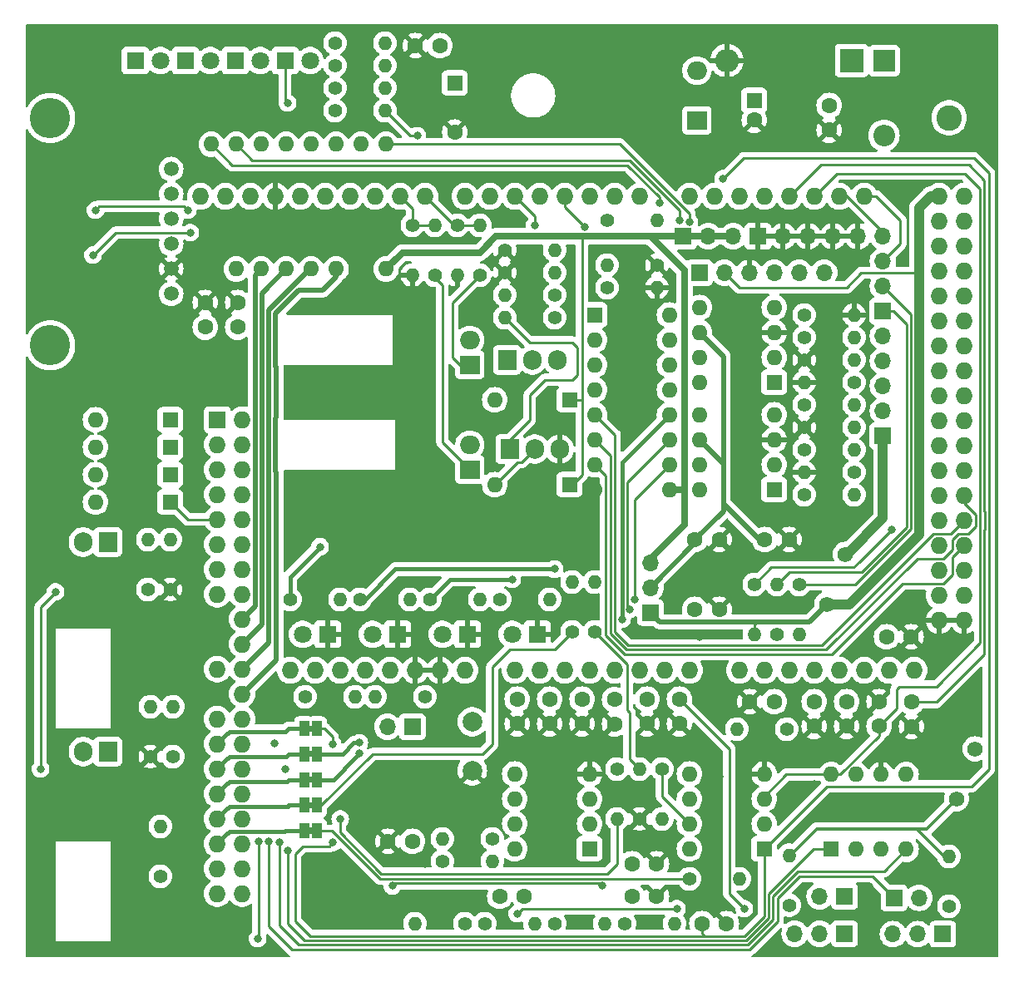
<source format=gbl>
G04 #@! TF.GenerationSoftware,KiCad,Pcbnew,7.0.9*
G04 #@! TF.CreationDate,2024-08-07T13:57:26-07:00*
G04 #@! TF.ProjectId,v0.4.3e,76302e34-2e33-4652-9e6b-696361645f70,4e*
G04 #@! TF.SameCoordinates,Original*
G04 #@! TF.FileFunction,Copper,L2,Bot*
G04 #@! TF.FilePolarity,Positive*
%FSLAX46Y46*%
G04 Gerber Fmt 4.6, Leading zero omitted, Abs format (unit mm)*
G04 Created by KiCad (PCBNEW 7.0.9) date 2024-08-07 13:57:26*
%MOMM*%
%LPD*%
G01*
G04 APERTURE LIST*
G04 #@! TA.AperFunction,ComponentPad*
%ADD10O,1.727200X1.727200*%
G04 #@! TD*
G04 #@! TA.AperFunction,ComponentPad*
%ADD11R,1.700000X1.700000*%
G04 #@! TD*
G04 #@! TA.AperFunction,ComponentPad*
%ADD12O,1.700000X1.700000*%
G04 #@! TD*
G04 #@! TA.AperFunction,ComponentPad*
%ADD13R,1.600000X1.600000*%
G04 #@! TD*
G04 #@! TA.AperFunction,ComponentPad*
%ADD14O,1.600000X1.600000*%
G04 #@! TD*
G04 #@! TA.AperFunction,ComponentPad*
%ADD15R,2.600000X2.600000*%
G04 #@! TD*
G04 #@! TA.AperFunction,ComponentPad*
%ADD16C,2.600000*%
G04 #@! TD*
G04 #@! TA.AperFunction,ComponentPad*
%ADD17C,1.500000*%
G04 #@! TD*
G04 #@! TA.AperFunction,ComponentPad*
%ADD18C,4.100000*%
G04 #@! TD*
G04 #@! TA.AperFunction,ComponentPad*
%ADD19R,1.727200X1.727200*%
G04 #@! TD*
G04 #@! TA.AperFunction,ComponentPad*
%ADD20C,1.600000*%
G04 #@! TD*
G04 #@! TA.AperFunction,ComponentPad*
%ADD21R,2.200000X2.200000*%
G04 #@! TD*
G04 #@! TA.AperFunction,ComponentPad*
%ADD22O,2.200000X2.200000*%
G04 #@! TD*
G04 #@! TA.AperFunction,ComponentPad*
%ADD23R,2.400000X2.400000*%
G04 #@! TD*
G04 #@! TA.AperFunction,ComponentPad*
%ADD24O,2.400000X2.400000*%
G04 #@! TD*
G04 #@! TA.AperFunction,ComponentPad*
%ADD25C,1.560000*%
G04 #@! TD*
G04 #@! TA.AperFunction,ComponentPad*
%ADD26C,1.400000*%
G04 #@! TD*
G04 #@! TA.AperFunction,ComponentPad*
%ADD27O,1.400000X1.400000*%
G04 #@! TD*
G04 #@! TA.AperFunction,ComponentPad*
%ADD28R,1.905000X2.000000*%
G04 #@! TD*
G04 #@! TA.AperFunction,ComponentPad*
%ADD29O,1.905000X2.000000*%
G04 #@! TD*
G04 #@! TA.AperFunction,ComponentPad*
%ADD30R,1.800000X1.800000*%
G04 #@! TD*
G04 #@! TA.AperFunction,ComponentPad*
%ADD31C,1.800000*%
G04 #@! TD*
G04 #@! TA.AperFunction,ComponentPad*
%ADD32R,2.000000X1.905000*%
G04 #@! TD*
G04 #@! TA.AperFunction,ComponentPad*
%ADD33O,2.000000X1.905000*%
G04 #@! TD*
G04 #@! TA.AperFunction,ComponentPad*
%ADD34C,2.000000*%
G04 #@! TD*
G04 #@! TA.AperFunction,SMDPad,CuDef*
%ADD35R,1.000000X1.500000*%
G04 #@! TD*
G04 #@! TA.AperFunction,ViaPad*
%ADD36C,0.800000*%
G04 #@! TD*
G04 #@! TA.AperFunction,Conductor*
%ADD37C,0.250000*%
G04 #@! TD*
G04 #@! TA.AperFunction,Conductor*
%ADD38C,1.000000*%
G04 #@! TD*
G04 #@! TA.AperFunction,Conductor*
%ADD39C,0.500000*%
G04 #@! TD*
G04 #@! TA.AperFunction,Conductor*
%ADD40C,0.700000*%
G04 #@! TD*
G04 #@! TA.AperFunction,Conductor*
%ADD41C,0.400000*%
G04 #@! TD*
G04 #@! TA.AperFunction,Conductor*
%ADD42C,0.750000*%
G04 #@! TD*
G04 #@! TA.AperFunction,Conductor*
%ADD43C,0.350000*%
G04 #@! TD*
G04 APERTURE END LIST*
G04 #@! TA.AperFunction,EtchedComponent*
G36*
X140250000Y-116700000D02*
G01*
X139750000Y-116700000D01*
X139750000Y-116100000D01*
X140250000Y-116100000D01*
X140250000Y-116700000D01*
G37*
G04 #@! TD.AperFunction*
G04 #@! TA.AperFunction,EtchedComponent*
G36*
X140250000Y-111500000D02*
G01*
X139750000Y-111500000D01*
X139750000Y-110900000D01*
X140250000Y-110900000D01*
X140250000Y-111500000D01*
G37*
G04 #@! TD.AperFunction*
G04 #@! TA.AperFunction,EtchedComponent*
G36*
X140250000Y-114100000D02*
G01*
X139750000Y-114100000D01*
X139750000Y-113500000D01*
X140250000Y-113500000D01*
X140250000Y-114100000D01*
G37*
G04 #@! TD.AperFunction*
G04 #@! TA.AperFunction,EtchedComponent*
G36*
X140250000Y-119300000D02*
G01*
X139750000Y-119300000D01*
X139750000Y-118700000D01*
X140250000Y-118700000D01*
X140250000Y-119300000D01*
G37*
G04 #@! TD.AperFunction*
G04 #@! TA.AperFunction,EtchedComponent*
G36*
X140250000Y-121900000D02*
G01*
X139750000Y-121900000D01*
X139750000Y-121300000D01*
X140250000Y-121300000D01*
X140250000Y-121900000D01*
G37*
G04 #@! TD.AperFunction*
D10*
X137940000Y-105260000D03*
X145560000Y-105260000D03*
X148100000Y-105260000D03*
X203980000Y-57000000D03*
X206520000Y-57000000D03*
X160800000Y-105260000D03*
X163340000Y-105260000D03*
X165880000Y-105260000D03*
X168420000Y-105260000D03*
X170960000Y-105260000D03*
X173500000Y-105260000D03*
X176040000Y-105260000D03*
X178580000Y-105260000D03*
X183660000Y-105260000D03*
X186200000Y-105260000D03*
X188740000Y-105260000D03*
X191280000Y-105260000D03*
X193820000Y-105260000D03*
X196360000Y-105260000D03*
X198900000Y-105260000D03*
X201440000Y-105260000D03*
X133876000Y-57000000D03*
X173500000Y-57000000D03*
X170960000Y-57000000D03*
X168420000Y-57000000D03*
X165880000Y-57000000D03*
X163340000Y-57000000D03*
X160800000Y-57000000D03*
X158260000Y-57000000D03*
X155720000Y-57000000D03*
X151656000Y-57000000D03*
X149116000Y-57000000D03*
X146576000Y-57000000D03*
X144036000Y-57000000D03*
X141496000Y-57000000D03*
X138956000Y-57000000D03*
X178580000Y-57000000D03*
X181120000Y-57000000D03*
X183660000Y-57000000D03*
X186200000Y-57000000D03*
X188740000Y-57000000D03*
X191280000Y-57000000D03*
X193820000Y-57000000D03*
X196360000Y-57000000D03*
X203980000Y-59540000D03*
X206520000Y-59540000D03*
X203980000Y-62080000D03*
X206520000Y-62080000D03*
X203980000Y-64620000D03*
X206520000Y-64620000D03*
X203980000Y-67160000D03*
X206520000Y-67160000D03*
X203980000Y-69700000D03*
X206520000Y-69700000D03*
X203980000Y-72240000D03*
X206520000Y-72240000D03*
X203980000Y-74780000D03*
X206520000Y-74780000D03*
X203980000Y-77320000D03*
X206520000Y-77320000D03*
X203980000Y-79860000D03*
X206520000Y-79860000D03*
X203980000Y-82400000D03*
X206520000Y-82400000D03*
X203980000Y-84940000D03*
X206520000Y-84940000D03*
X203980000Y-87480000D03*
X206520000Y-87480000D03*
X203980000Y-90020000D03*
X206520000Y-90020000D03*
X203980000Y-92560000D03*
X206520000Y-92560000D03*
X203980000Y-95100000D03*
X206520000Y-95100000D03*
X203980000Y-97640000D03*
X206520000Y-97640000D03*
X136416000Y-57000000D03*
X150640000Y-105260000D03*
X153180000Y-105260000D03*
X203980000Y-100180000D03*
X206520000Y-100180000D03*
X140480000Y-105260000D03*
X143020000Y-105260000D03*
X128796000Y-57000000D03*
X131336000Y-57000000D03*
X155720000Y-105260000D03*
D11*
X179578000Y-64770000D03*
D12*
X182118000Y-64770000D03*
X184658000Y-64770000D03*
X187198000Y-64770000D03*
X189738000Y-64770000D03*
X192278000Y-64770000D03*
D13*
X193000000Y-123500000D03*
D14*
X195540000Y-123500000D03*
X198080000Y-123500000D03*
X200620000Y-123500000D03*
X200620000Y-115880000D03*
X198080000Y-115880000D03*
X195540000Y-115880000D03*
X193000000Y-115880000D03*
D15*
X205000000Y-44000000D03*
D16*
X205000000Y-49000000D03*
D17*
X125820000Y-66922000D03*
X125820000Y-64382000D03*
X125820000Y-61842000D03*
X125820000Y-59302000D03*
X125820000Y-56762000D03*
X125820000Y-54222000D03*
D18*
X113500000Y-72172000D03*
X113500000Y-49022000D03*
D11*
X198255000Y-81400000D03*
D12*
X198255000Y-78860000D03*
X198255000Y-76320000D03*
X198255000Y-73780000D03*
X198255000Y-71240000D03*
D11*
X174582000Y-99378000D03*
D12*
X174582000Y-96838000D03*
X174582000Y-94298000D03*
D19*
X130500000Y-79740000D03*
D10*
X133040000Y-79740000D03*
X130500000Y-82280000D03*
X133040000Y-82280000D03*
X130500000Y-84820000D03*
X133040000Y-84820000D03*
X130500000Y-87360000D03*
X133040000Y-87360000D03*
X130500000Y-89900000D03*
X133040000Y-89900000D03*
X130500000Y-92440000D03*
X133040000Y-92440000D03*
X130500000Y-94980000D03*
X133040000Y-94980000D03*
X130500000Y-97520000D03*
X133040000Y-97520000D03*
X130500000Y-100060000D03*
X133040000Y-100060000D03*
X130500000Y-102600000D03*
X133040000Y-102600000D03*
X130500000Y-105140000D03*
X133040000Y-105140000D03*
X130500000Y-107680000D03*
X133040000Y-107680000D03*
X130500000Y-110220000D03*
X133040000Y-110220000D03*
X130500000Y-112760000D03*
X133040000Y-112760000D03*
X130500000Y-115300000D03*
X133040000Y-115300000D03*
X130500000Y-117840000D03*
X133040000Y-117840000D03*
X130500000Y-120380000D03*
X133040000Y-120380000D03*
X130500000Y-122920000D03*
X133040000Y-122920000D03*
X130500000Y-125460000D03*
X133040000Y-125460000D03*
X130500000Y-128000000D03*
X133040000Y-128000000D03*
D11*
X194354000Y-132080000D03*
D12*
X191814000Y-132080000D03*
X189274000Y-132080000D03*
D13*
X129900000Y-64400000D03*
D14*
X132440000Y-64400000D03*
X134980000Y-64400000D03*
X137520000Y-64400000D03*
X140060000Y-64400000D03*
X142600000Y-64400000D03*
D13*
X145140000Y-64400000D03*
D14*
X147680000Y-64400000D03*
X147680000Y-51700000D03*
X145140000Y-51700000D03*
X142600000Y-51700000D03*
X140060000Y-51700000D03*
X137520000Y-51700000D03*
X134980000Y-51700000D03*
X132440000Y-51700000D03*
X129900000Y-51700000D03*
D11*
X177935000Y-61080000D03*
D12*
X180475000Y-61080000D03*
X183015000Y-61080000D03*
D11*
X198255000Y-68700000D03*
D12*
X198255000Y-66160000D03*
X198255000Y-63620000D03*
X198255000Y-61080000D03*
D11*
X185555000Y-61080000D03*
D12*
X188095000Y-61080000D03*
X190635000Y-61080000D03*
X193175000Y-61080000D03*
X195715000Y-61080000D03*
D13*
X154686000Y-45466000D03*
D20*
X154686000Y-50466000D03*
D13*
X125730000Y-79756000D03*
D14*
X118110000Y-79756000D03*
D13*
X125730000Y-88138000D03*
D14*
X118110000Y-88138000D03*
D13*
X125730000Y-82550000D03*
D14*
X118110000Y-82550000D03*
D13*
X125730000Y-85344000D03*
D14*
X118110000Y-85344000D03*
D21*
X198374000Y-43180000D03*
D22*
X198374000Y-50800000D03*
D23*
X195072000Y-43180000D03*
D24*
X182372000Y-43180000D03*
D25*
X205740000Y-118364000D03*
X207640000Y-113264000D03*
X192532000Y-98552000D03*
X194432000Y-93452000D03*
D26*
X154940000Y-59944000D03*
D27*
X154940000Y-65024000D03*
D26*
X123698000Y-114046000D03*
D27*
X123698000Y-108966000D03*
D26*
X195326000Y-85090000D03*
D27*
X190246000Y-85090000D03*
D26*
X190246000Y-80518000D03*
D27*
X195326000Y-80518000D03*
D26*
X157226000Y-65024000D03*
D27*
X157226000Y-59944000D03*
D26*
X125984000Y-114046000D03*
D27*
X125984000Y-108966000D03*
D26*
X190246000Y-87376000D03*
D27*
X195326000Y-87376000D03*
D26*
X190246000Y-82804000D03*
D27*
X195326000Y-82804000D03*
D26*
X142494000Y-41402000D03*
D27*
X147574000Y-41402000D03*
D26*
X142494000Y-45974000D03*
D27*
X147574000Y-45974000D03*
D26*
X152146000Y-98044000D03*
D27*
X157226000Y-98044000D03*
D26*
X170180000Y-66294000D03*
D27*
X175260000Y-66294000D03*
D26*
X175260000Y-64008000D03*
D27*
X170180000Y-64008000D03*
D26*
X150368000Y-59944000D03*
D27*
X150368000Y-65024000D03*
D26*
X125730000Y-97028000D03*
D27*
X125730000Y-91948000D03*
D26*
X152654000Y-65024000D03*
D27*
X152654000Y-59944000D03*
D26*
X123444000Y-97028000D03*
D27*
X123444000Y-91948000D03*
D26*
X195326000Y-75946000D03*
D27*
X190246000Y-75946000D03*
D26*
X190246000Y-73660000D03*
D27*
X195326000Y-73660000D03*
D26*
X190246000Y-78232000D03*
D27*
X195326000Y-78232000D03*
D26*
X190246000Y-71374000D03*
D27*
X195326000Y-71374000D03*
D26*
X142494000Y-43688000D03*
D27*
X147574000Y-43688000D03*
D26*
X142494000Y-48260000D03*
D27*
X147574000Y-48260000D03*
D26*
X137922000Y-98044000D03*
D27*
X143002000Y-98044000D03*
D26*
X173482000Y-120396000D03*
D27*
X173482000Y-115316000D03*
D26*
X188468000Y-111252000D03*
D27*
X183388000Y-111252000D03*
D26*
X175768000Y-115316000D03*
D27*
X175768000Y-120396000D03*
D26*
X171958000Y-131064000D03*
D27*
X177038000Y-131064000D03*
D26*
X171196000Y-115316000D03*
D27*
X171196000Y-120396000D03*
D26*
X157734000Y-131064000D03*
D27*
X162814000Y-131064000D03*
D26*
X153416000Y-124714000D03*
D27*
X158496000Y-124714000D03*
D26*
X164846000Y-131064000D03*
D27*
X169926000Y-131064000D03*
D26*
X155702000Y-131064000D03*
D27*
X150622000Y-131064000D03*
D26*
X158496000Y-122428000D03*
D27*
X153416000Y-122428000D03*
D26*
X188722000Y-129186000D03*
D27*
X188722000Y-124106000D03*
D26*
X139446000Y-107950000D03*
D27*
X144526000Y-107950000D03*
D26*
X151638000Y-107950000D03*
D27*
X146558000Y-107950000D03*
D26*
X190246000Y-69088000D03*
D27*
X195326000Y-69088000D03*
D26*
X170180000Y-59436000D03*
D27*
X175260000Y-59436000D03*
D26*
X185166000Y-96520000D03*
D27*
X185166000Y-101600000D03*
D26*
X124714000Y-126238000D03*
D27*
X124714000Y-121158000D03*
D26*
X189738000Y-96520000D03*
D27*
X189738000Y-101600000D03*
D26*
X187470000Y-101600000D03*
D27*
X187470000Y-96520000D03*
D13*
X168402000Y-123444000D03*
D14*
X168402000Y-120904000D03*
X168402000Y-118364000D03*
X168402000Y-115824000D03*
X160782000Y-115824000D03*
X160782000Y-118364000D03*
X160782000Y-120904000D03*
X160782000Y-123444000D03*
D13*
X187198000Y-86868000D03*
D14*
X187198000Y-84328000D03*
X187198000Y-81788000D03*
X187198000Y-79248000D03*
X179578000Y-79248000D03*
X179578000Y-81788000D03*
X179578000Y-84328000D03*
X179578000Y-86868000D03*
D13*
X186182000Y-123444000D03*
D14*
X186182000Y-120904000D03*
X186182000Y-118364000D03*
X186182000Y-115824000D03*
X178562000Y-115824000D03*
X178562000Y-118364000D03*
X178562000Y-120904000D03*
X178562000Y-123444000D03*
D13*
X187198000Y-75946000D03*
D14*
X187198000Y-73406000D03*
X187198000Y-70866000D03*
X187198000Y-68326000D03*
X179578000Y-68326000D03*
X179578000Y-70866000D03*
X179578000Y-73406000D03*
X179578000Y-75946000D03*
D13*
X168910000Y-69088000D03*
D14*
X168910000Y-71628000D03*
X168910000Y-74168000D03*
X168910000Y-76708000D03*
X168910000Y-79248000D03*
X168910000Y-81788000D03*
X168910000Y-84328000D03*
X168910000Y-86868000D03*
X176530000Y-86868000D03*
X176530000Y-84328000D03*
X176530000Y-81788000D03*
X176530000Y-79248000D03*
X176530000Y-76708000D03*
X176530000Y-74168000D03*
X176530000Y-71628000D03*
X176530000Y-69088000D03*
D28*
X119380000Y-92202000D03*
D29*
X116840000Y-92202000D03*
X114300000Y-92202000D03*
D30*
X127254000Y-43180000D03*
D31*
X129794000Y-43180000D03*
D30*
X155956000Y-101600000D03*
D31*
X153416000Y-101600000D03*
D30*
X163068000Y-101600000D03*
D31*
X160528000Y-101600000D03*
D30*
X122174000Y-43180000D03*
D31*
X124714000Y-43180000D03*
D30*
X132334000Y-43180000D03*
D31*
X134874000Y-43180000D03*
D30*
X141732000Y-101600000D03*
D31*
X139192000Y-101600000D03*
D30*
X148844000Y-101600000D03*
D31*
X146304000Y-101600000D03*
D28*
X119380000Y-113538000D03*
D29*
X116840000Y-113538000D03*
X114300000Y-113538000D03*
D32*
X156210000Y-74168000D03*
D33*
X156210000Y-71628000D03*
X156210000Y-69088000D03*
D32*
X156210000Y-84836000D03*
D33*
X156210000Y-82296000D03*
X156210000Y-79756000D03*
D32*
X179324000Y-49276000D03*
D33*
X179324000Y-46736000D03*
X179324000Y-44196000D03*
D26*
X204978000Y-129286000D03*
D27*
X204978000Y-124206000D03*
D11*
X204354000Y-132132000D03*
D12*
X201814000Y-132132000D03*
X199274000Y-132132000D03*
D11*
X199390000Y-128432000D03*
D12*
X201930000Y-128432000D03*
D11*
X194354000Y-128270000D03*
D12*
X191814000Y-128270000D03*
D26*
X145034000Y-98044000D03*
D27*
X150114000Y-98044000D03*
D26*
X159766000Y-62484000D03*
D27*
X164846000Y-62484000D03*
D13*
X185166000Y-47244000D03*
D20*
X185166000Y-49244000D03*
D30*
X137414000Y-43180000D03*
D31*
X139954000Y-43180000D03*
D13*
X166370000Y-77724000D03*
D14*
X158750000Y-77724000D03*
D13*
X166370000Y-86360000D03*
D14*
X158750000Y-86360000D03*
D26*
X159766000Y-64770000D03*
D27*
X164846000Y-64770000D03*
D26*
X164846000Y-67056000D03*
D27*
X159766000Y-67056000D03*
D26*
X164846000Y-69342000D03*
D27*
X159766000Y-69342000D03*
D26*
X168910000Y-101346000D03*
D27*
X168910000Y-96266000D03*
D26*
X166624000Y-101346000D03*
D27*
X166624000Y-96266000D03*
D26*
X159258000Y-98044000D03*
D27*
X164338000Y-98044000D03*
D26*
X178562000Y-126492000D03*
D27*
X183642000Y-126492000D03*
D20*
X132588000Y-67818000D03*
X132588000Y-70318000D03*
X129286000Y-67818000D03*
X129286000Y-70318000D03*
X187198000Y-108458000D03*
X184698000Y-108458000D03*
X172720000Y-124968000D03*
X175220000Y-124968000D03*
X179832000Y-131064000D03*
X182332000Y-131064000D03*
X191262000Y-108458000D03*
X191262000Y-110958000D03*
X174244000Y-108204000D03*
X174244000Y-110704000D03*
X170942000Y-110744000D03*
X170942000Y-108244000D03*
X172720000Y-128270000D03*
X175220000Y-128270000D03*
X159258000Y-128270000D03*
X161758000Y-128270000D03*
X150368000Y-122682000D03*
X147868000Y-122682000D03*
X167640000Y-108204000D03*
X167640000Y-110704000D03*
X161036000Y-108204000D03*
X161036000Y-110704000D03*
X164338000Y-108204000D03*
X164338000Y-110704000D03*
X197866000Y-108458000D03*
X197866000Y-110958000D03*
X201168000Y-110998000D03*
X201168000Y-108498000D03*
X192786000Y-47752000D03*
X192786000Y-50252000D03*
X153162000Y-41656000D03*
X150662000Y-41656000D03*
X194564000Y-108458000D03*
X194564000Y-110958000D03*
X198628000Y-101854000D03*
X201128000Y-101854000D03*
X181610000Y-91948000D03*
X179110000Y-91948000D03*
X188722000Y-91948000D03*
X186222000Y-91948000D03*
X181610000Y-99060000D03*
X179110000Y-99060000D03*
X177546000Y-108204000D03*
X177546000Y-110704000D03*
D11*
X150368000Y-110998000D03*
D12*
X147828000Y-110998000D03*
D34*
X156464000Y-110490000D03*
X156464000Y-115490000D03*
D28*
X160020000Y-73660000D03*
D29*
X162560000Y-73660000D03*
X165100000Y-73660000D03*
D28*
X160274000Y-82733000D03*
D29*
X162814000Y-82733000D03*
X165354000Y-82733000D03*
D35*
X140650000Y-116400000D03*
X139350000Y-116400000D03*
X140650000Y-111200000D03*
X139350000Y-111200000D03*
X140650000Y-113800000D03*
X139350000Y-113800000D03*
X140650000Y-119000000D03*
X139350000Y-119000000D03*
X140650000Y-121600000D03*
X139350000Y-121600000D03*
D36*
X184000000Y-94000000D03*
X194000000Y-118900000D03*
X169290000Y-42950000D03*
X171830000Y-42950000D03*
X174370000Y-42950000D03*
X166750000Y-45490000D03*
X169290000Y-45490000D03*
X171830000Y-45490000D03*
X174370000Y-45490000D03*
X166750000Y-48030000D03*
X169290000Y-48030000D03*
X171830000Y-48030000D03*
X174370000Y-48030000D03*
X166750000Y-50570000D03*
X169290000Y-50570000D03*
X171830000Y-50570000D03*
X174370000Y-50570000D03*
X166750000Y-42950000D03*
X208280000Y-127000000D03*
X127000000Y-74930000D03*
X128016000Y-74930000D03*
X129032000Y-74930000D03*
X130048000Y-74930000D03*
X127000000Y-73914000D03*
X129032000Y-73914000D03*
X128016000Y-73914000D03*
X129032000Y-75946000D03*
X127000000Y-75946000D03*
X128016000Y-75946000D03*
X130048000Y-75946000D03*
X196850000Y-127254000D03*
X130048000Y-73914000D03*
X173990000Y-78994000D03*
X179578000Y-53340000D03*
X154686000Y-107188000D03*
X115062000Y-81788000D03*
X139446000Y-130048000D03*
X181610000Y-116078000D03*
X112522000Y-122428000D03*
X143002000Y-130048000D03*
X174498000Y-131064000D03*
X151384000Y-116332000D03*
X208280000Y-125984000D03*
X151892000Y-75438000D03*
X199390000Y-56642000D03*
X198882000Y-120142000D03*
X128016000Y-102362000D03*
X167640000Y-131064000D03*
X155448000Y-55118000D03*
X180340000Y-107188000D03*
X151892000Y-78486000D03*
X151892000Y-68072000D03*
X124206000Y-45720000D03*
X209550000Y-49022000D03*
X152908000Y-109728000D03*
X201168000Y-56642000D03*
X151638000Y-124968000D03*
X149098000Y-109220000D03*
X179578000Y-101854000D03*
X180340000Y-108712000D03*
X209550000Y-43942000D03*
X189992000Y-45974000D03*
X152908000Y-117856000D03*
X115062000Y-86106000D03*
X121920000Y-122428000D03*
X151892000Y-71120000D03*
X180340000Y-105664000D03*
X183896000Y-116078000D03*
X137400000Y-115300000D03*
X147508736Y-117746075D03*
X153162000Y-128524000D03*
X121920000Y-118110000D03*
X196850000Y-130810000D03*
X156718000Y-107188000D03*
X151892000Y-86106000D03*
X177292000Y-53340000D03*
X151384000Y-117856000D03*
X112522000Y-118110000D03*
X152908000Y-111506000D03*
X136398000Y-48768000D03*
X149352000Y-106426000D03*
X136300000Y-112700000D03*
X181102000Y-109982000D03*
X139446000Y-127254000D03*
X191262000Y-116840000D03*
X144200000Y-121000000D03*
X151892000Y-83312000D03*
X152908000Y-116332000D03*
X161036000Y-130048000D03*
X177292000Y-129540000D03*
X169672000Y-127217010D03*
X148336000Y-127217010D03*
X150876000Y-50836990D03*
X137668000Y-47498000D03*
X127508000Y-58420000D03*
X118110000Y-58420000D03*
X117856000Y-62992000D03*
X127762000Y-60706000D03*
X160528000Y-96012000D03*
X199136000Y-90932000D03*
X175514000Y-57658000D03*
X162814000Y-59944000D03*
X178562000Y-59629950D03*
X164846000Y-94964032D03*
X140970000Y-92688620D03*
X177546000Y-59436000D03*
X167956399Y-60137000D03*
X137700000Y-123600000D03*
X136800000Y-122800002D03*
X143024998Y-120396000D03*
X172954021Y-98044000D03*
X135700000Y-122700000D03*
X134620000Y-132588000D03*
X134700000Y-122699998D03*
X171704000Y-100076000D03*
X144960160Y-112647417D03*
X172504010Y-99060000D03*
X144985348Y-113743352D03*
X142240000Y-112776000D03*
X182000000Y-55200000D03*
X142299998Y-122800000D03*
X184150000Y-129540000D03*
X112522000Y-115316000D03*
X114046000Y-97282000D03*
D37*
X201208000Y-110744000D02*
X201329002Y-110744000D01*
X200660000Y-110744000D02*
X201168000Y-110744000D01*
X161544000Y-129540000D02*
X161036000Y-130048000D01*
X177292000Y-129540000D02*
X161544000Y-129540000D01*
X172466000Y-114300000D02*
X172466000Y-109600798D01*
X173482000Y-115316000D02*
X172466000Y-114300000D01*
X172466000Y-109600798D02*
X172212000Y-109346798D01*
X172212000Y-109346798D02*
X172212000Y-104648000D01*
X172212000Y-104648000D02*
X168910000Y-101346000D01*
X148336000Y-127217010D02*
X148590010Y-126963000D01*
X169417990Y-126963000D02*
X169672000Y-127217010D01*
X148590010Y-126963000D02*
X169417990Y-126963000D01*
X201899977Y-64795001D02*
X196062999Y-64795001D01*
X174629011Y-99425011D02*
X174582000Y-99378000D01*
D38*
X201935022Y-91434978D02*
X194818000Y-98552000D01*
D39*
X192532000Y-98552000D02*
X190754000Y-100330000D01*
D37*
X185166000Y-100584000D02*
X185420000Y-100330000D01*
X201935022Y-64764978D02*
X201930000Y-64764978D01*
X185166000Y-101600000D02*
X185166000Y-100584000D01*
X194564000Y-66294000D02*
X183642000Y-66294000D01*
D38*
X174582000Y-99378000D02*
X174582000Y-99153000D01*
X203096000Y-57000000D02*
X201935022Y-58160978D01*
X201935022Y-64764978D02*
X201935022Y-91434978D01*
X203980000Y-57000000D02*
X203096000Y-57000000D01*
X201935022Y-58160978D02*
X201935022Y-64764978D01*
D39*
X190754000Y-100330000D02*
X185420000Y-100330000D01*
D37*
X196062999Y-64795001D02*
X194564000Y-66294000D01*
X183642000Y-66294000D02*
X182118000Y-64770000D01*
D38*
X194818000Y-98552000D02*
X192532000Y-98552000D01*
D39*
X175534000Y-100330000D02*
X174629011Y-99425011D01*
X185420000Y-100330000D02*
X175534000Y-100330000D01*
D37*
X201930000Y-64764978D02*
X201899977Y-64795001D01*
X147574000Y-48260000D02*
X150150990Y-50836990D01*
D40*
X149342000Y-62738000D02*
X147680000Y-64400000D01*
X178054000Y-64516000D02*
X175260000Y-61722000D01*
X158877000Y-61087000D02*
X157226000Y-62738000D01*
D38*
X147680000Y-64400000D02*
X147818000Y-64262000D01*
D37*
X167640000Y-61214000D02*
X167640000Y-77724000D01*
D40*
X178054000Y-90424000D02*
X178054000Y-86868000D01*
X178054000Y-86868000D02*
X178054000Y-64516000D01*
D37*
X167640000Y-85344000D02*
X166116000Y-86868000D01*
D40*
X174498000Y-94214000D02*
X174582000Y-94298000D01*
D37*
X166370000Y-77724000D02*
X167640000Y-77724000D01*
D40*
X174625000Y-61087000D02*
X167513000Y-61087000D01*
D37*
X167513000Y-61087000D02*
X167640000Y-61214000D01*
D40*
X183015000Y-61080000D02*
X174498000Y-61080000D01*
X175514000Y-61976000D02*
X174625000Y-61087000D01*
D37*
X150150990Y-50836990D02*
X150876000Y-50836990D01*
D40*
X178054000Y-86868000D02*
X176530000Y-86868000D01*
D37*
X167640000Y-77724000D02*
X167640000Y-85344000D01*
D40*
X174582000Y-93896000D02*
X178054000Y-90424000D01*
X174582000Y-94298000D02*
X174582000Y-93896000D01*
X167513000Y-61087000D02*
X158877000Y-61087000D01*
X157226000Y-62738000D02*
X149342000Y-62738000D01*
D37*
X137414000Y-47244000D02*
X137668000Y-47498000D01*
X137414000Y-43180000D02*
X137414000Y-47244000D01*
X125222000Y-79629000D02*
X125070001Y-79780999D01*
X127492000Y-89900000D02*
X125730000Y-88138000D01*
X130500000Y-89900000D02*
X127492000Y-89900000D01*
X158750000Y-86360000D02*
X161052000Y-84058000D01*
X161052000Y-84058000D02*
X161489000Y-84058000D01*
X161489000Y-84058000D02*
X162814000Y-82733000D01*
X127508000Y-58420000D02*
X127108001Y-58020001D01*
X118509999Y-58020001D02*
X118110000Y-58420000D01*
X127108001Y-58020001D02*
X118509999Y-58020001D01*
X120142000Y-60706000D02*
X117856000Y-62992000D01*
X127762000Y-60706000D02*
X120142000Y-60706000D01*
D41*
X160528000Y-96012000D02*
X154178000Y-96012000D01*
X154178000Y-96012000D02*
X152146000Y-98044000D01*
D37*
X150368000Y-59944000D02*
X150368000Y-58252000D01*
X150368000Y-58252000D02*
X149116000Y-57000000D01*
X152654000Y-59944000D02*
X150368000Y-59944000D01*
X154600000Y-59944000D02*
X154940000Y-59944000D01*
X151656000Y-57000000D02*
X154600000Y-59944000D01*
X154940000Y-59944000D02*
X157226000Y-59944000D01*
X168910000Y-84328000D02*
X170061965Y-85479965D01*
X171955178Y-103632000D02*
X193040000Y-103632000D01*
X193040000Y-103632000D02*
X200220601Y-96451399D01*
X200220601Y-96451399D02*
X204387731Y-96451399D01*
X205331399Y-95507731D02*
X205331399Y-93748601D01*
X205331399Y-93748601D02*
X206520000Y-92560000D01*
X170061965Y-85479965D02*
X170061965Y-101738787D01*
X170061965Y-101738787D02*
X171955178Y-103632000D01*
X204387731Y-96451399D02*
X205331399Y-95507731D01*
X200025000Y-61850000D02*
X200025000Y-59443686D01*
X200025000Y-59443686D02*
X197581314Y-57000000D01*
X197581314Y-57000000D02*
X196360000Y-57000000D01*
X198255000Y-63620000D02*
X200025000Y-61850000D01*
X195268010Y-94799990D02*
X195834000Y-94234000D01*
X193820000Y-57000000D02*
X194600000Y-57000000D01*
X186886010Y-94799990D02*
X195268010Y-94799990D01*
X199136000Y-90932000D02*
X195834000Y-94234000D01*
X198255000Y-60655000D02*
X198255000Y-61080000D01*
X194600000Y-57000000D02*
X198255000Y-60655000D01*
X185166000Y-96520000D02*
X186886010Y-94799990D01*
X132048000Y-53848000D02*
X150114000Y-53848000D01*
X175514000Y-57092315D02*
X175514000Y-57658000D01*
X150114000Y-53848000D02*
X172269685Y-53848000D01*
X129900000Y-51700000D02*
X132048000Y-53848000D01*
X172269685Y-53848000D02*
X175514000Y-57092315D01*
X160800000Y-57000000D02*
X162814000Y-59014000D01*
X162814000Y-59014000D02*
X162814000Y-59944000D01*
X171462411Y-51700000D02*
X178562000Y-58799589D01*
X147680000Y-51700000D02*
X171462411Y-51700000D01*
X178562000Y-58799589D02*
X178562000Y-59629950D01*
X204387731Y-93911399D02*
X201744601Y-93911399D01*
X205949471Y-91371399D02*
X205331399Y-91989471D01*
X205331399Y-91989471D02*
X205331399Y-92967731D01*
X206927731Y-91371399D02*
X205949471Y-91371399D01*
X192474011Y-103181989D02*
X172141578Y-103181989D01*
X207708601Y-89449471D02*
X207708601Y-90590529D01*
X205331399Y-92967731D02*
X204387731Y-93911399D01*
X170511976Y-83389976D02*
X168910000Y-81788000D01*
X170511976Y-101552387D02*
X170511976Y-83389976D01*
X201744601Y-93911399D02*
X192474011Y-103181989D01*
X206520000Y-88260870D02*
X207708601Y-89449471D01*
X206520000Y-87480000D02*
X206520000Y-88260870D01*
X207708601Y-90590529D02*
X206927731Y-91371399D01*
X172141578Y-103181989D02*
X170511976Y-101552387D01*
X192048892Y-102731978D02*
X203409471Y-91371399D01*
X205168601Y-91371399D02*
X206520000Y-90020000D01*
X170961987Y-81299987D02*
X170961987Y-101365987D01*
X172327978Y-102731978D02*
X192048892Y-102731978D01*
X203409471Y-91371399D02*
X205168601Y-91371399D01*
X168910000Y-79248000D02*
X170961987Y-81299987D01*
X170961987Y-101365987D02*
X172327978Y-102731978D01*
X208591989Y-103608011D02*
X208591989Y-90979963D01*
X208591989Y-90979963D02*
X208608623Y-90963329D01*
X191940000Y-53800000D02*
X188740000Y-57000000D01*
X208591989Y-89060037D02*
X208591989Y-55391989D01*
X201168000Y-108498000D02*
X203702000Y-108498000D01*
X208608623Y-90963329D02*
X208608623Y-89076671D01*
X208608623Y-89076671D02*
X208591989Y-89060037D01*
X203702000Y-108498000D02*
X208591989Y-103608011D01*
X195540000Y-115880000D02*
X195540000Y-115864000D01*
X207000000Y-53800000D02*
X191940000Y-53800000D01*
X208591989Y-55391989D02*
X207000000Y-53800000D01*
X208158612Y-89263071D02*
X208158612Y-90776929D01*
X199644000Y-107188000D02*
X199644000Y-109180000D01*
X199898000Y-106934000D02*
X199644000Y-107188000D01*
X186182000Y-118110000D02*
X186182000Y-118364000D01*
X193000000Y-115880000D02*
X188412000Y-115880000D01*
X203708000Y-106934000D02*
X199898000Y-106934000D01*
X208141978Y-89246437D02*
X208158612Y-89263071D01*
X193580000Y-54700000D02*
X206600000Y-54700000D01*
X191280000Y-57000000D02*
X193580000Y-54700000D01*
X199644000Y-109180000D02*
X198665999Y-110158001D01*
X197866000Y-111934000D02*
X193920000Y-115880000D01*
X197866000Y-110958000D02*
X197866000Y-111934000D01*
X208141978Y-56241978D02*
X208141978Y-89246437D01*
X198665999Y-110158001D02*
X197866000Y-110958000D01*
X188412000Y-115880000D02*
X186182000Y-118110000D01*
X193920000Y-115880000D02*
X193000000Y-115880000D01*
X206600000Y-54700000D02*
X208141978Y-56241978D01*
X208158612Y-90776929D02*
X208141978Y-90793563D01*
X208141978Y-90793563D02*
X208141978Y-102500022D01*
X208141978Y-102500022D02*
X203708000Y-106934000D01*
X187470000Y-96520000D02*
X188740000Y-95250000D01*
X199355000Y-68700000D02*
X198255000Y-68700000D01*
X200660000Y-90678000D02*
X200660000Y-70005000D01*
X196088000Y-95250000D02*
X200660000Y-90678000D01*
X200660000Y-70005000D02*
X199355000Y-68700000D01*
X188740000Y-95250000D02*
X196088000Y-95250000D01*
X201110011Y-90864400D02*
X201110011Y-69015011D01*
X189738000Y-96520000D02*
X195454411Y-96520000D01*
X195454411Y-96520000D02*
X201110011Y-90864400D01*
X201110011Y-69015011D02*
X198255000Y-66160000D01*
D41*
X148621968Y-94964032D02*
X164846000Y-94964032D01*
X145034000Y-98044000D02*
X145542000Y-98044000D01*
X145542000Y-98044000D02*
X148621968Y-94964032D01*
X137922000Y-95736620D02*
X140970000Y-92688620D01*
X137922000Y-98044000D02*
X137922000Y-95736620D01*
D37*
X134080000Y-53340000D02*
X172466000Y-53340000D01*
X132440000Y-51700000D02*
X134080000Y-53340000D01*
X177546000Y-58420000D02*
X177546000Y-58870315D01*
X177546000Y-58870315D02*
X177546000Y-59436000D01*
X172466000Y-53340000D02*
X177546000Y-58420000D01*
X165880000Y-58060601D02*
X165880000Y-57000000D01*
X167956399Y-60137000D02*
X165880000Y-58060601D01*
D39*
X134355957Y-98744043D02*
X134355957Y-65024043D01*
X133040000Y-100060000D02*
X134355957Y-98744043D01*
X134355957Y-65024043D02*
X134980000Y-64400000D01*
X135055968Y-66864032D02*
X137520000Y-64400000D01*
X133040000Y-102600000D02*
X135055968Y-100584032D01*
X135055968Y-100584032D02*
X135055968Y-66864032D01*
X135755979Y-68603486D02*
X139959465Y-64400000D01*
X139959465Y-64400000D02*
X140060000Y-64400000D01*
X133040000Y-105140000D02*
X135755979Y-102424021D01*
X135755979Y-102424021D02*
X135755979Y-68603486D01*
X136500000Y-104220000D02*
X136500000Y-85066412D01*
X138801430Y-66548000D02*
X141224000Y-66548000D01*
X141224000Y-66548000D02*
X142600000Y-65172000D01*
X136455990Y-68893440D02*
X138801430Y-66548000D01*
X136455990Y-85022402D02*
X136455990Y-79569598D01*
X136500000Y-85066412D02*
X136455990Y-85022402D01*
X136455990Y-74346244D02*
X136455990Y-68893440D01*
X136500000Y-79525588D02*
X136500000Y-74390254D01*
X136500000Y-74390254D02*
X136455990Y-74346244D01*
X136455990Y-79569598D02*
X136500000Y-79525588D01*
X133040000Y-107680000D02*
X136500000Y-104220000D01*
X142600000Y-65172000D02*
X142600000Y-64400000D01*
X182012000Y-73300000D02*
X179578000Y-70866000D01*
X182012000Y-88283180D02*
X186028820Y-92300000D01*
X182012000Y-88032000D02*
X182012000Y-88283180D01*
X179110000Y-91948000D02*
X182012000Y-89046000D01*
X182012000Y-86868000D02*
X182012000Y-88032000D01*
X182012000Y-84222000D02*
X179578000Y-81788000D01*
X179110000Y-92310000D02*
X179110000Y-91948000D01*
X182012000Y-84434000D02*
X182012000Y-73300000D01*
X182012000Y-86868000D02*
X182012000Y-84434000D01*
X182012000Y-84434000D02*
X182012000Y-84222000D01*
X182012000Y-89046000D02*
X182012000Y-88032000D01*
X174582000Y-96838000D02*
X179110000Y-92310000D01*
D37*
X137700000Y-124165685D02*
X137700000Y-123600000D01*
X184336400Y-132784011D02*
X139388011Y-132784011D01*
X186632011Y-128071167D02*
X186632011Y-130488400D01*
X193000000Y-123500000D02*
X191203178Y-123500000D01*
X186632011Y-130488400D02*
X184336400Y-132784011D01*
X191203178Y-123500000D02*
X186632011Y-128071167D01*
X139388011Y-132784011D02*
X137700000Y-131096000D01*
X137700000Y-131096000D02*
X137700000Y-124165685D01*
X138822022Y-133234022D02*
X136800000Y-131212000D01*
X198390000Y-125730000D02*
X189609589Y-125730000D01*
X200620000Y-123500000D02*
X198390000Y-125730000D01*
X136800000Y-123365687D02*
X136800000Y-122800002D01*
X187082022Y-128257567D02*
X187082022Y-130674800D01*
X187082022Y-130674800D02*
X184522800Y-133234022D01*
X136800000Y-131212000D02*
X136800000Y-123365687D01*
X184522800Y-133234022D02*
X138822022Y-133234022D01*
X189609589Y-125730000D02*
X187082022Y-128257567D01*
X171196000Y-120396000D02*
X171196000Y-124968000D01*
X143024998Y-120396000D02*
X143002000Y-120418998D01*
X171196000Y-124968000D02*
X170180000Y-125984000D01*
X143002000Y-120418998D02*
X143002000Y-121620004D01*
X143002000Y-121791590D02*
X143002000Y-121666000D01*
X147194410Y-125984000D02*
X143002000Y-121791590D01*
X170180000Y-125984000D02*
X147194410Y-125984000D01*
X158496000Y-112776000D02*
X158496000Y-104902000D01*
X141096000Y-119000000D02*
X146304000Y-113792000D01*
X158496000Y-104902000D02*
X160274000Y-103124000D01*
X160274000Y-103124000D02*
X164846000Y-103124000D01*
X176530000Y-84328000D02*
X172954021Y-87903979D01*
X146304000Y-113792000D02*
X157480000Y-113792000D01*
X172954021Y-87903979D02*
X172954021Y-98044000D01*
X164846000Y-103124000D02*
X166624000Y-101346000D01*
X140700000Y-119000000D02*
X141096000Y-119000000D01*
X157480000Y-113792000D02*
X158496000Y-112776000D01*
D41*
X131363599Y-111896401D02*
X130500000Y-112760000D01*
X137750000Y-111200000D02*
X137453601Y-111496399D01*
X137453601Y-111496399D02*
X131763601Y-111496399D01*
D42*
X130484000Y-112776000D02*
X130500000Y-112760000D01*
D41*
X139300000Y-111200000D02*
X137750000Y-111200000D01*
X131763601Y-111496399D02*
X131363599Y-111896401D01*
X131363599Y-114436401D02*
X130500000Y-115300000D01*
X131776399Y-114023601D02*
X131363599Y-114436401D01*
X137526399Y-114023601D02*
X131776399Y-114023601D01*
D42*
X130484000Y-115316000D02*
X130500000Y-115300000D01*
D41*
X139200000Y-113800000D02*
X137750000Y-113800000D01*
X137750000Y-113800000D02*
X137526399Y-114023601D01*
X137586399Y-116563601D02*
X131776399Y-116563601D01*
X139200000Y-116400000D02*
X137750000Y-116400000D01*
X131776399Y-116563601D02*
X131363599Y-116976401D01*
D42*
X130484000Y-117856000D02*
X130500000Y-117840000D01*
D41*
X137750000Y-116400000D02*
X137586399Y-116563601D01*
X131363599Y-116976401D02*
X130500000Y-117840000D01*
D37*
X187532033Y-130861200D02*
X187532033Y-128443967D01*
X196596000Y-126238000D02*
X197196000Y-126238000D01*
X189738000Y-126238000D02*
X196688000Y-126238000D01*
X184709200Y-133684033D02*
X187532033Y-130861200D01*
X197196000Y-126238000D02*
X199390000Y-128432000D01*
X135700000Y-131300000D02*
X138084033Y-133684033D01*
X135700000Y-122700000D02*
X135700000Y-131300000D01*
X187532033Y-128443967D02*
X189738000Y-126238000D01*
X138084033Y-133684033D02*
X184709200Y-133684033D01*
D41*
X131776399Y-119103601D02*
X131363599Y-119516401D01*
X131363599Y-119516401D02*
X130500000Y-120380000D01*
D42*
X130484000Y-120396000D02*
X130500000Y-120380000D01*
D41*
X139300000Y-119000000D02*
X137750000Y-119000000D01*
X137646399Y-119103601D02*
X131776399Y-119103601D01*
X137750000Y-119000000D02*
X137646399Y-119103601D01*
D37*
X134700000Y-122699998D02*
X134700000Y-132508000D01*
X134700000Y-132508000D02*
X134620000Y-132588000D01*
D41*
X137400000Y-121600000D02*
X137356399Y-121643601D01*
D42*
X130484000Y-122936000D02*
X130500000Y-122920000D01*
D41*
X139300000Y-121600000D02*
X137400000Y-121600000D01*
X137356399Y-121643601D02*
X131776399Y-121643601D01*
X131776399Y-121643601D02*
X131363599Y-122056401D01*
X131363599Y-122056401D02*
X130500000Y-122920000D01*
X143241892Y-113800000D02*
X144394475Y-112647417D01*
X140700000Y-113800000D02*
X143241892Y-113800000D01*
X144394475Y-112647417D02*
X144960160Y-112647417D01*
X171704000Y-84074000D02*
X171704000Y-100076000D01*
X176530000Y-79248000D02*
X171704000Y-84074000D01*
X144585349Y-114143351D02*
X144985348Y-113743352D01*
D37*
X172229011Y-86088989D02*
X172229011Y-98785001D01*
D41*
X142328700Y-116400000D02*
X144585349Y-114143351D01*
X140700000Y-116400000D02*
X142328700Y-116400000D01*
D37*
X172229011Y-98785001D02*
X172504010Y-99060000D01*
X176530000Y-81788000D02*
X172229011Y-86088989D01*
X142174000Y-121600000D02*
X147066000Y-126492000D01*
X140650000Y-121600000D02*
X142174000Y-121600000D01*
X147066000Y-126492000D02*
X178562000Y-126492000D01*
D43*
X204470000Y-124206000D02*
X201676000Y-121412000D01*
X201676000Y-121412000D02*
X191516000Y-121412000D01*
X204978000Y-124206000D02*
X204470000Y-124206000D01*
X202692000Y-121412000D02*
X205740000Y-118364000D01*
X191516000Y-121412000D02*
X188822000Y-124106000D01*
X188822000Y-124106000D02*
X188722000Y-124106000D01*
X201676000Y-121412000D02*
X202692000Y-121412000D01*
D37*
X138430000Y-130810000D02*
X138430000Y-123952000D01*
X209042000Y-88873637D02*
X209042000Y-54642000D01*
X209042000Y-91166363D02*
X209058634Y-91149729D01*
X140650000Y-111200000D02*
X141400000Y-111200000D01*
X179832000Y-131064000D02*
X179832000Y-132080000D01*
X209058634Y-91149729D02*
X209058634Y-88890271D01*
X186182000Y-123444000D02*
X192532000Y-117094000D01*
X186182000Y-123444000D02*
X186182000Y-130302000D01*
X207500000Y-53100000D02*
X184100000Y-53100000D01*
X141909998Y-123190000D02*
X142299998Y-122800000D01*
X209058634Y-88890271D02*
X209042000Y-88873637D01*
X139192000Y-123190000D02*
X141909998Y-123190000D01*
X186182000Y-130302000D02*
X184150000Y-132334000D01*
X209042000Y-115316000D02*
X209042000Y-91166363D01*
X209042000Y-54642000D02*
X207500000Y-53100000D01*
X142240000Y-112040000D02*
X142240000Y-112776000D01*
X180086000Y-132334000D02*
X139954000Y-132334000D01*
X141400000Y-111200000D02*
X142240000Y-112040000D01*
X179832000Y-132080000D02*
X180086000Y-132334000D01*
X184150000Y-132334000D02*
X180086000Y-132334000D01*
X184100000Y-53100000D02*
X182000000Y-55200000D01*
X207264000Y-117094000D02*
X209042000Y-115316000D01*
X139954000Y-132334000D02*
X138430000Y-130810000D01*
X192532000Y-117094000D02*
X207264000Y-117094000D01*
X138430000Y-123952000D02*
X139192000Y-123190000D01*
X178562000Y-117856000D02*
X178562000Y-118364000D01*
X178562000Y-120904000D02*
X175768000Y-118110000D01*
X175768000Y-118110000D02*
X175768000Y-115316000D01*
X182616999Y-113274999D02*
X177546000Y-108204000D01*
X182616999Y-128006999D02*
X182616999Y-113274999D01*
X184150000Y-129540000D02*
X182616999Y-128006999D01*
D38*
X194584000Y-93452000D02*
X194432000Y-93452000D01*
X198255000Y-89781000D02*
X194584000Y-93452000D01*
X198255000Y-81400000D02*
X198255000Y-89781000D01*
D37*
X112522000Y-98806000D02*
X112522000Y-115316000D01*
X114046000Y-97282000D02*
X112522000Y-98806000D01*
X155194000Y-74168000D02*
X156210000Y-74168000D01*
X157226000Y-65024000D02*
X154432000Y-67818000D01*
X154432000Y-73406000D02*
X155194000Y-74168000D01*
X154432000Y-67818000D02*
X154432000Y-73406000D01*
X152654000Y-65278000D02*
X153416000Y-66040000D01*
X153416000Y-82042000D02*
X156210000Y-84836000D01*
X152654000Y-65024000D02*
X152654000Y-65278000D01*
X153416000Y-66040000D02*
X153416000Y-82042000D01*
X167132000Y-75184000D02*
X166624000Y-75692000D01*
X163830000Y-75692000D02*
X162306000Y-77216000D01*
X166624000Y-75692000D02*
X163830000Y-75692000D01*
X162306000Y-71882000D02*
X166624000Y-71882000D01*
X162306000Y-79756000D02*
X160274000Y-81788000D01*
X159766000Y-69342000D02*
X162306000Y-71882000D01*
X166624000Y-71882000D02*
X167132000Y-72390000D01*
X160274000Y-81788000D02*
X160274000Y-82733000D01*
X167132000Y-72390000D02*
X167132000Y-75184000D01*
X162306000Y-77216000D02*
X162306000Y-79756000D01*
G04 #@! TA.AperFunction,Conductor*
G36*
X209942539Y-39519685D02*
G01*
X209988294Y-39572489D01*
X209999500Y-39624000D01*
X209999500Y-134376000D01*
X209979815Y-134443039D01*
X209927011Y-134488794D01*
X209875500Y-134500000D01*
X185009882Y-134500000D01*
X184942843Y-134480315D01*
X184897088Y-134427511D01*
X184887144Y-134358353D01*
X184916169Y-134294797D01*
X184953393Y-134267508D01*
X184952871Y-134266625D01*
X184959590Y-134262651D01*
X184976829Y-134252455D01*
X184994303Y-134243895D01*
X185012927Y-134236521D01*
X185012927Y-134236520D01*
X185012932Y-134236519D01*
X185050649Y-134209115D01*
X185055505Y-134205925D01*
X185095620Y-134182203D01*
X185109789Y-134168032D01*
X185124579Y-134155401D01*
X185140787Y-134143627D01*
X185170499Y-134107709D01*
X185174412Y-134103409D01*
X187798693Y-131479128D01*
X187860014Y-131445645D01*
X187929706Y-131450629D01*
X187985639Y-131492501D01*
X188010056Y-131557965D01*
X188000337Y-131610670D01*
X188001947Y-131611256D01*
X188000094Y-131616344D01*
X187938938Y-131844586D01*
X187938936Y-131844596D01*
X187918341Y-132079999D01*
X187918341Y-132080000D01*
X187938936Y-132315403D01*
X187938938Y-132315413D01*
X188000094Y-132543655D01*
X188000096Y-132543659D01*
X188000097Y-132543663D01*
X188024345Y-132595663D01*
X188099965Y-132757830D01*
X188099967Y-132757834D01*
X188208281Y-132912521D01*
X188235505Y-132951401D01*
X188402599Y-133118495D01*
X188499384Y-133186265D01*
X188596165Y-133254032D01*
X188596167Y-133254033D01*
X188596170Y-133254035D01*
X188810337Y-133353903D01*
X189038592Y-133415063D01*
X189215034Y-133430500D01*
X189273999Y-133435659D01*
X189274000Y-133435659D01*
X189274001Y-133435659D01*
X189332966Y-133430500D01*
X189509408Y-133415063D01*
X189737663Y-133353903D01*
X189951830Y-133254035D01*
X190145401Y-133118495D01*
X190312495Y-132951401D01*
X190442425Y-132765842D01*
X190497002Y-132722217D01*
X190566500Y-132715023D01*
X190628855Y-132746546D01*
X190645575Y-132765842D01*
X190775500Y-132951395D01*
X190775505Y-132951401D01*
X190942599Y-133118495D01*
X191039384Y-133186265D01*
X191136165Y-133254032D01*
X191136167Y-133254033D01*
X191136170Y-133254035D01*
X191350337Y-133353903D01*
X191578592Y-133415063D01*
X191755034Y-133430500D01*
X191813999Y-133435659D01*
X191814000Y-133435659D01*
X191814001Y-133435659D01*
X191872966Y-133430500D01*
X192049408Y-133415063D01*
X192277663Y-133353903D01*
X192491830Y-133254035D01*
X192685401Y-133118495D01*
X192807329Y-132996566D01*
X192868648Y-132963084D01*
X192938340Y-132968068D01*
X192994274Y-133009939D01*
X193011189Y-133040917D01*
X193060202Y-133172328D01*
X193060206Y-133172335D01*
X193146452Y-133287544D01*
X193146455Y-133287547D01*
X193261664Y-133373793D01*
X193261671Y-133373797D01*
X193396517Y-133424091D01*
X193396516Y-133424091D01*
X193403444Y-133424835D01*
X193456127Y-133430500D01*
X195251872Y-133430499D01*
X195311483Y-133424091D01*
X195446331Y-133373796D01*
X195561546Y-133287546D01*
X195647796Y-133172331D01*
X195698091Y-133037483D01*
X195704500Y-132977873D01*
X195704500Y-132132000D01*
X197918341Y-132132000D01*
X197938936Y-132367403D01*
X197938938Y-132367413D01*
X198000094Y-132595655D01*
X198000096Y-132595659D01*
X198000097Y-132595663D01*
X198004000Y-132604032D01*
X198099965Y-132809830D01*
X198099967Y-132809834D01*
X198199090Y-132951395D01*
X198235505Y-133003401D01*
X198402599Y-133170495D01*
X198499384Y-133238265D01*
X198596165Y-133306032D01*
X198596167Y-133306033D01*
X198596170Y-133306035D01*
X198810337Y-133405903D01*
X198810343Y-133405904D01*
X198810344Y-133405905D01*
X198844523Y-133415063D01*
X199038592Y-133467063D01*
X199215034Y-133482500D01*
X199273999Y-133487659D01*
X199274000Y-133487659D01*
X199274001Y-133487659D01*
X199332966Y-133482500D01*
X199509408Y-133467063D01*
X199737663Y-133405903D01*
X199951830Y-133306035D01*
X200145401Y-133170495D01*
X200312495Y-133003401D01*
X200442425Y-132817842D01*
X200497002Y-132774217D01*
X200566500Y-132767023D01*
X200628855Y-132798546D01*
X200645575Y-132817842D01*
X200775500Y-133003395D01*
X200775505Y-133003401D01*
X200942599Y-133170495D01*
X201039384Y-133238265D01*
X201136165Y-133306032D01*
X201136167Y-133306033D01*
X201136170Y-133306035D01*
X201350337Y-133405903D01*
X201350343Y-133405904D01*
X201350344Y-133405905D01*
X201384523Y-133415063D01*
X201578592Y-133467063D01*
X201755034Y-133482500D01*
X201813999Y-133487659D01*
X201814000Y-133487659D01*
X201814001Y-133487659D01*
X201872966Y-133482500D01*
X202049408Y-133467063D01*
X202277663Y-133405903D01*
X202491830Y-133306035D01*
X202685401Y-133170495D01*
X202807329Y-133048566D01*
X202868648Y-133015084D01*
X202938340Y-133020068D01*
X202994274Y-133061939D01*
X203011189Y-133092917D01*
X203060202Y-133224328D01*
X203060206Y-133224335D01*
X203146452Y-133339544D01*
X203146455Y-133339547D01*
X203261664Y-133425793D01*
X203261671Y-133425797D01*
X203396517Y-133476091D01*
X203396516Y-133476091D01*
X203403444Y-133476835D01*
X203456127Y-133482500D01*
X205251872Y-133482499D01*
X205311483Y-133476091D01*
X205446331Y-133425796D01*
X205561546Y-133339546D01*
X205647796Y-133224331D01*
X205698091Y-133089483D01*
X205704500Y-133029873D01*
X205704499Y-131234128D01*
X205698091Y-131174517D01*
X205696810Y-131171083D01*
X205647797Y-131039671D01*
X205647793Y-131039664D01*
X205561547Y-130924455D01*
X205561544Y-130924452D01*
X205446335Y-130838206D01*
X205446328Y-130838202D01*
X205311482Y-130787908D01*
X205311483Y-130787908D01*
X205251883Y-130781501D01*
X205251881Y-130781500D01*
X205251873Y-130781500D01*
X205251864Y-130781500D01*
X203456129Y-130781500D01*
X203456123Y-130781501D01*
X203396516Y-130787908D01*
X203261671Y-130838202D01*
X203261664Y-130838206D01*
X203146455Y-130924452D01*
X203146452Y-130924455D01*
X203060206Y-131039664D01*
X203060203Y-131039669D01*
X203011189Y-131171083D01*
X202969317Y-131227016D01*
X202903853Y-131251433D01*
X202835580Y-131236581D01*
X202807326Y-131215430D01*
X202685402Y-131093506D01*
X202685395Y-131093501D01*
X202491834Y-130957967D01*
X202491830Y-130957965D01*
X202453780Y-130940222D01*
X202277663Y-130858097D01*
X202277659Y-130858096D01*
X202277655Y-130858094D01*
X202049413Y-130796938D01*
X202049403Y-130796936D01*
X201814001Y-130776341D01*
X201813999Y-130776341D01*
X201578596Y-130796936D01*
X201578586Y-130796938D01*
X201350344Y-130858094D01*
X201350335Y-130858098D01*
X201136171Y-130957964D01*
X201136169Y-130957965D01*
X200942597Y-131093505D01*
X200775505Y-131260597D01*
X200645575Y-131446158D01*
X200590998Y-131489783D01*
X200521500Y-131496977D01*
X200459145Y-131465454D01*
X200442425Y-131446158D01*
X200312494Y-131260597D01*
X200145402Y-131093506D01*
X200145395Y-131093501D01*
X199951834Y-130957967D01*
X199951830Y-130957965D01*
X199913780Y-130940222D01*
X199737663Y-130858097D01*
X199737659Y-130858096D01*
X199737655Y-130858094D01*
X199509413Y-130796938D01*
X199509403Y-130796936D01*
X199274001Y-130776341D01*
X199273999Y-130776341D01*
X199038596Y-130796936D01*
X199038586Y-130796938D01*
X198810344Y-130858094D01*
X198810335Y-130858098D01*
X198596171Y-130957964D01*
X198596169Y-130957965D01*
X198402597Y-131093505D01*
X198235505Y-131260597D01*
X198099965Y-131454169D01*
X198099964Y-131454171D01*
X198000098Y-131668335D01*
X198000094Y-131668344D01*
X197938938Y-131896586D01*
X197938936Y-131896596D01*
X197918341Y-132131999D01*
X197918341Y-132132000D01*
X195704500Y-132132000D01*
X195704499Y-131182128D01*
X195698091Y-131122517D01*
X195696810Y-131119083D01*
X195647797Y-130987671D01*
X195647793Y-130987664D01*
X195561547Y-130872455D01*
X195561544Y-130872452D01*
X195446335Y-130786206D01*
X195446328Y-130786202D01*
X195311482Y-130735908D01*
X195311483Y-130735908D01*
X195251883Y-130729501D01*
X195251881Y-130729500D01*
X195251873Y-130729500D01*
X195251864Y-130729500D01*
X193456129Y-130729500D01*
X193456123Y-130729501D01*
X193396516Y-130735908D01*
X193261671Y-130786202D01*
X193261664Y-130786206D01*
X193146455Y-130872452D01*
X193146452Y-130872455D01*
X193060206Y-130987664D01*
X193060203Y-130987669D01*
X193011189Y-131119083D01*
X192969317Y-131175016D01*
X192903853Y-131199433D01*
X192835580Y-131184581D01*
X192807326Y-131163430D01*
X192685402Y-131041506D01*
X192685395Y-131041501D01*
X192679882Y-131037641D01*
X192608518Y-130987671D01*
X192491834Y-130905967D01*
X192491830Y-130905965D01*
X192438301Y-130881004D01*
X192277663Y-130806097D01*
X192277659Y-130806096D01*
X192277655Y-130806094D01*
X192049413Y-130744938D01*
X192049403Y-130744936D01*
X191814001Y-130724341D01*
X191813999Y-130724341D01*
X191578596Y-130744936D01*
X191578586Y-130744938D01*
X191350344Y-130806094D01*
X191350335Y-130806098D01*
X191136171Y-130905964D01*
X191136169Y-130905965D01*
X190942597Y-131041505D01*
X190775505Y-131208597D01*
X190645575Y-131394158D01*
X190590998Y-131437783D01*
X190521500Y-131444977D01*
X190459145Y-131413454D01*
X190442425Y-131394158D01*
X190312494Y-131208597D01*
X190145402Y-131041506D01*
X190145395Y-131041501D01*
X190139882Y-131037641D01*
X190068518Y-130987671D01*
X189951834Y-130905967D01*
X189951830Y-130905965D01*
X189898301Y-130881004D01*
X189737663Y-130806097D01*
X189737659Y-130806096D01*
X189737655Y-130806094D01*
X189509413Y-130744938D01*
X189509403Y-130744936D01*
X189274001Y-130724341D01*
X189273999Y-130724341D01*
X189038596Y-130744936D01*
X189038586Y-130744938D01*
X188810344Y-130806094D01*
X188810335Y-130806098D01*
X188596171Y-130905964D01*
X188596169Y-130905965D01*
X188402596Y-131041506D01*
X188358391Y-131085711D01*
X188297068Y-131119195D01*
X188227376Y-131114210D01*
X188171443Y-131072338D01*
X188147027Y-131006874D01*
X188150608Y-130967188D01*
X188153159Y-130957249D01*
X188157533Y-130940219D01*
X188157533Y-130920183D01*
X188159060Y-130900782D01*
X188162193Y-130881004D01*
X188158063Y-130837313D01*
X188157808Y-130834615D01*
X188157533Y-130828777D01*
X188157533Y-130435778D01*
X188177218Y-130368739D01*
X188230022Y-130322984D01*
X188299180Y-130313040D01*
X188326318Y-130320149D01*
X188392060Y-130345618D01*
X188610757Y-130386500D01*
X188610759Y-130386500D01*
X188833241Y-130386500D01*
X188833243Y-130386500D01*
X189051940Y-130345618D01*
X189259401Y-130265247D01*
X189448562Y-130148124D01*
X189612981Y-129998236D01*
X189747058Y-129820689D01*
X189846229Y-129621528D01*
X189907115Y-129407536D01*
X189927643Y-129186000D01*
X189926319Y-129171716D01*
X189907115Y-128964464D01*
X189907114Y-128964462D01*
X189902307Y-128947568D01*
X189846229Y-128750472D01*
X189840066Y-128738095D01*
X189747061Y-128551316D01*
X189747056Y-128551308D01*
X189612979Y-128373761D01*
X189448562Y-128223876D01*
X189448560Y-128223874D01*
X189259404Y-128106754D01*
X189259398Y-128106752D01*
X189072451Y-128034328D01*
X189017053Y-127991757D01*
X188993462Y-127925990D01*
X189009173Y-127857910D01*
X189029567Y-127831022D01*
X189150902Y-127709688D01*
X189960772Y-126899819D01*
X190022095Y-126866334D01*
X190048453Y-126863500D01*
X191076038Y-126863500D01*
X191143077Y-126883185D01*
X191188832Y-126935989D01*
X191198776Y-127005147D01*
X191169751Y-127068703D01*
X191140564Y-127092801D01*
X191140605Y-127092860D01*
X191139869Y-127093375D01*
X191138037Y-127094888D01*
X191136166Y-127095968D01*
X190942597Y-127231505D01*
X190775505Y-127398597D01*
X190639965Y-127592169D01*
X190639964Y-127592171D01*
X190540098Y-127806335D01*
X190540094Y-127806344D01*
X190478938Y-128034586D01*
X190478936Y-128034596D01*
X190458341Y-128269999D01*
X190458341Y-128270000D01*
X190478936Y-128505403D01*
X190478938Y-128505413D01*
X190540094Y-128733655D01*
X190540096Y-128733659D01*
X190540097Y-128733663D01*
X190605292Y-128873474D01*
X190639965Y-128947830D01*
X190639967Y-128947834D01*
X190731950Y-129079198D01*
X190775505Y-129141401D01*
X190942599Y-129308495D01*
X191022011Y-129364100D01*
X191136165Y-129444032D01*
X191136167Y-129444033D01*
X191136170Y-129444035D01*
X191350337Y-129543903D01*
X191578592Y-129605063D01*
X191755034Y-129620500D01*
X191813999Y-129625659D01*
X191814000Y-129625659D01*
X191814001Y-129625659D01*
X191861216Y-129621528D01*
X192049408Y-129605063D01*
X192277663Y-129543903D01*
X192491830Y-129444035D01*
X192685401Y-129308495D01*
X192807329Y-129186566D01*
X192868648Y-129153084D01*
X192938340Y-129158068D01*
X192994274Y-129199939D01*
X193011189Y-129230917D01*
X193060202Y-129362328D01*
X193060206Y-129362335D01*
X193146452Y-129477544D01*
X193146455Y-129477547D01*
X193261664Y-129563793D01*
X193261671Y-129563797D01*
X193396517Y-129614091D01*
X193396516Y-129614091D01*
X193403444Y-129614835D01*
X193456127Y-129620500D01*
X195251872Y-129620499D01*
X195311483Y-129614091D01*
X195446331Y-129563796D01*
X195561546Y-129477546D01*
X195647796Y-129362331D01*
X195698091Y-129227483D01*
X195704500Y-129167873D01*
X195704499Y-127372128D01*
X195699186Y-127322703D01*
X195698091Y-127312516D01*
X195647797Y-127177671D01*
X195647793Y-127177664D01*
X195561065Y-127061811D01*
X195536647Y-126996347D01*
X195551498Y-126928074D01*
X195600903Y-126878668D01*
X195660331Y-126863500D01*
X196516981Y-126863500D01*
X196885548Y-126863500D01*
X196952587Y-126883185D01*
X196973229Y-126899819D01*
X198003181Y-127929771D01*
X198036666Y-127991094D01*
X198039500Y-128017452D01*
X198039500Y-129329870D01*
X198039501Y-129329876D01*
X198045908Y-129389483D01*
X198096202Y-129524328D01*
X198096206Y-129524335D01*
X198182452Y-129639544D01*
X198182455Y-129639547D01*
X198297664Y-129725793D01*
X198297671Y-129725797D01*
X198432517Y-129776091D01*
X198432516Y-129776091D01*
X198439444Y-129776835D01*
X198492127Y-129782500D01*
X200287872Y-129782499D01*
X200347483Y-129776091D01*
X200482331Y-129725796D01*
X200597546Y-129639546D01*
X200683796Y-129524331D01*
X200732810Y-129392916D01*
X200774681Y-129336984D01*
X200840145Y-129312566D01*
X200908418Y-129327417D01*
X200936673Y-129348569D01*
X201058599Y-129470495D01*
X201155384Y-129538265D01*
X201252165Y-129606032D01*
X201252167Y-129606033D01*
X201252170Y-129606035D01*
X201466337Y-129705903D01*
X201694592Y-129767063D01*
X201871034Y-129782500D01*
X201929999Y-129787659D01*
X201930000Y-129787659D01*
X201930001Y-129787659D01*
X201988966Y-129782500D01*
X202165408Y-129767063D01*
X202393663Y-129705903D01*
X202607830Y-129606035D01*
X202801401Y-129470495D01*
X202968495Y-129303401D01*
X202980679Y-129286000D01*
X203772357Y-129286000D01*
X203792884Y-129507535D01*
X203792885Y-129507537D01*
X203853769Y-129721523D01*
X203853775Y-129721538D01*
X203952938Y-129920683D01*
X203952943Y-129920691D01*
X204087020Y-130098238D01*
X204251437Y-130248123D01*
X204251439Y-130248125D01*
X204440595Y-130365245D01*
X204440596Y-130365245D01*
X204440599Y-130365247D01*
X204648060Y-130445618D01*
X204866757Y-130486500D01*
X204866759Y-130486500D01*
X205089241Y-130486500D01*
X205089243Y-130486500D01*
X205307940Y-130445618D01*
X205515401Y-130365247D01*
X205704562Y-130248124D01*
X205868981Y-130098236D01*
X206003058Y-129920689D01*
X206102229Y-129721528D01*
X206163115Y-129507536D01*
X206183643Y-129286000D01*
X206181590Y-129263849D01*
X206163115Y-129064464D01*
X206163114Y-129064462D01*
X206134662Y-128964464D01*
X206102229Y-128850472D01*
X206097377Y-128840727D01*
X206003061Y-128651316D01*
X206003056Y-128651308D01*
X205868979Y-128473761D01*
X205704562Y-128323876D01*
X205704560Y-128323874D01*
X205515404Y-128206754D01*
X205515398Y-128206752D01*
X205307940Y-128126382D01*
X205089243Y-128085500D01*
X204866757Y-128085500D01*
X204648060Y-128126382D01*
X204516864Y-128177207D01*
X204440601Y-128206752D01*
X204440595Y-128206754D01*
X204251439Y-128323874D01*
X204251437Y-128323876D01*
X204087020Y-128473761D01*
X203952943Y-128651308D01*
X203952938Y-128651316D01*
X203853775Y-128850461D01*
X203853769Y-128850476D01*
X203792885Y-129064462D01*
X203792884Y-129064464D01*
X203772357Y-129285999D01*
X203772357Y-129286000D01*
X202980679Y-129286000D01*
X203104035Y-129109830D01*
X203203903Y-128895663D01*
X203265063Y-128667408D01*
X203285659Y-128432000D01*
X203265063Y-128196592D01*
X203203903Y-127968337D01*
X203104035Y-127754171D01*
X203100573Y-127749226D01*
X202968494Y-127560597D01*
X202801402Y-127393506D01*
X202801395Y-127393501D01*
X202795585Y-127389433D01*
X202737177Y-127348535D01*
X202607834Y-127257967D01*
X202607830Y-127257965D01*
X202607828Y-127257964D01*
X202393663Y-127158097D01*
X202393659Y-127158096D01*
X202393655Y-127158094D01*
X202165413Y-127096938D01*
X202165403Y-127096936D01*
X201930001Y-127076341D01*
X201929999Y-127076341D01*
X201694596Y-127096936D01*
X201694586Y-127096938D01*
X201466344Y-127158094D01*
X201466335Y-127158098D01*
X201252171Y-127257964D01*
X201252169Y-127257965D01*
X201058600Y-127393503D01*
X200936673Y-127515430D01*
X200875350Y-127548914D01*
X200805658Y-127543930D01*
X200749725Y-127502058D01*
X200732810Y-127471081D01*
X200683797Y-127339671D01*
X200683793Y-127339664D01*
X200597547Y-127224455D01*
X200597544Y-127224452D01*
X200482335Y-127138206D01*
X200482328Y-127138202D01*
X200347482Y-127087908D01*
X200347483Y-127087908D01*
X200287883Y-127081501D01*
X200287881Y-127081500D01*
X200287873Y-127081500D01*
X200287865Y-127081500D01*
X198975453Y-127081500D01*
X198908414Y-127061815D01*
X198887772Y-127045181D01*
X198406856Y-126564265D01*
X198373371Y-126502942D01*
X198378355Y-126433250D01*
X198420227Y-126377317D01*
X198481028Y-126354639D01*
X198480916Y-126353931D01*
X198484411Y-126353377D01*
X198485691Y-126352900D01*
X198488253Y-126352768D01*
X198488617Y-126352710D01*
X198488619Y-126352709D01*
X198488627Y-126352709D01*
X198507869Y-126347117D01*
X198526912Y-126343174D01*
X198546792Y-126340664D01*
X198590122Y-126323507D01*
X198595646Y-126321617D01*
X198599396Y-126320527D01*
X198640390Y-126308618D01*
X198657629Y-126298422D01*
X198675103Y-126289862D01*
X198693727Y-126282488D01*
X198693727Y-126282487D01*
X198693732Y-126282486D01*
X198731449Y-126255082D01*
X198736305Y-126251892D01*
X198776420Y-126228170D01*
X198790589Y-126213999D01*
X198805379Y-126201368D01*
X198821587Y-126189594D01*
X198851299Y-126153676D01*
X198855212Y-126149376D01*
X200205179Y-124799410D01*
X200266500Y-124765927D01*
X200324947Y-124767317D01*
X200393308Y-124785635D01*
X200550780Y-124799412D01*
X200619998Y-124805468D01*
X200620000Y-124805468D01*
X200620002Y-124805468D01*
X200689220Y-124799412D01*
X200846692Y-124785635D01*
X201066496Y-124726739D01*
X201272734Y-124630568D01*
X201459139Y-124500047D01*
X201620047Y-124339139D01*
X201750568Y-124152734D01*
X201846739Y-123946496D01*
X201905635Y-123726692D01*
X201925468Y-123500000D01*
X201905635Y-123273308D01*
X201854374Y-123082000D01*
X201846741Y-123053511D01*
X201846738Y-123053502D01*
X201824354Y-123005500D01*
X201750568Y-122847266D01*
X201682812Y-122750500D01*
X201616942Y-122656426D01*
X201618874Y-122655073D01*
X201594874Y-122600244D01*
X201605908Y-122531251D01*
X201652492Y-122479176D01*
X201719834Y-122460553D01*
X201786554Y-122481295D01*
X201805556Y-122496857D01*
X203792641Y-124483942D01*
X203824225Y-124537687D01*
X203825546Y-124542328D01*
X203853770Y-124641525D01*
X203853775Y-124641538D01*
X203952938Y-124840683D01*
X203952943Y-124840691D01*
X204087020Y-125018238D01*
X204251437Y-125168123D01*
X204251439Y-125168125D01*
X204440595Y-125285245D01*
X204440596Y-125285245D01*
X204440599Y-125285247D01*
X204648060Y-125365618D01*
X204866757Y-125406500D01*
X204866759Y-125406500D01*
X205089241Y-125406500D01*
X205089243Y-125406500D01*
X205307940Y-125365618D01*
X205515401Y-125285247D01*
X205704562Y-125168124D01*
X205868981Y-125018236D01*
X206003058Y-124840689D01*
X206102229Y-124641528D01*
X206163115Y-124427536D01*
X206183643Y-124206000D01*
X206170660Y-124065894D01*
X206163115Y-123984464D01*
X206163114Y-123984462D01*
X206159830Y-123972921D01*
X206102229Y-123770472D01*
X206102224Y-123770461D01*
X206003061Y-123571316D01*
X206003056Y-123571308D01*
X205868979Y-123393761D01*
X205704562Y-123243876D01*
X205704560Y-123243874D01*
X205515404Y-123126754D01*
X205515398Y-123126752D01*
X205508204Y-123123965D01*
X205307940Y-123046382D01*
X205089243Y-123005500D01*
X204866757Y-123005500D01*
X204648060Y-123046382D01*
X204648057Y-123046382D01*
X204648057Y-123046383D01*
X204447794Y-123123965D01*
X204378171Y-123129827D01*
X204316431Y-123097117D01*
X204315320Y-123096019D01*
X203226981Y-122007680D01*
X203193496Y-121946357D01*
X203198480Y-121876665D01*
X203226979Y-121832320D01*
X205397276Y-119662023D01*
X205458597Y-119628540D01*
X205511302Y-119629795D01*
X205511457Y-119628922D01*
X205516783Y-119629860D01*
X205516794Y-119629863D01*
X205706758Y-119646482D01*
X205739998Y-119649391D01*
X205740000Y-119649391D01*
X205740002Y-119649391D01*
X205795801Y-119644509D01*
X205963206Y-119629863D01*
X206179630Y-119571872D01*
X206382696Y-119477181D01*
X206566233Y-119348667D01*
X206724667Y-119190233D01*
X206853181Y-119006696D01*
X206947872Y-118803630D01*
X207005863Y-118587206D01*
X207025391Y-118364000D01*
X207021755Y-118322446D01*
X207016419Y-118261454D01*
X207005863Y-118140794D01*
X206947872Y-117924370D01*
X206934597Y-117895902D01*
X206924106Y-117826828D01*
X206952625Y-117763044D01*
X207011101Y-117724804D01*
X207046980Y-117719500D01*
X207181257Y-117719500D01*
X207196877Y-117721224D01*
X207196904Y-117720939D01*
X207204660Y-117721671D01*
X207204667Y-117721673D01*
X207273814Y-117719500D01*
X207303350Y-117719500D01*
X207310228Y-117718630D01*
X207316041Y-117718172D01*
X207362627Y-117716709D01*
X207381869Y-117711117D01*
X207400912Y-117707174D01*
X207420792Y-117704664D01*
X207464122Y-117687507D01*
X207469646Y-117685617D01*
X207473396Y-117684527D01*
X207514390Y-117672618D01*
X207531629Y-117662422D01*
X207549103Y-117653862D01*
X207567727Y-117646488D01*
X207567727Y-117646487D01*
X207567732Y-117646486D01*
X207605449Y-117619082D01*
X207610305Y-117615892D01*
X207650420Y-117592170D01*
X207664589Y-117577999D01*
X207679379Y-117565368D01*
X207695587Y-117553594D01*
X207725299Y-117517676D01*
X207729212Y-117513376D01*
X209425786Y-115816802D01*
X209438048Y-115806980D01*
X209437865Y-115806759D01*
X209443867Y-115801792D01*
X209443877Y-115801786D01*
X209491241Y-115751348D01*
X209512120Y-115730470D01*
X209516373Y-115724986D01*
X209520150Y-115720563D01*
X209552062Y-115686582D01*
X209561714Y-115669023D01*
X209572389Y-115652772D01*
X209584674Y-115636936D01*
X209603186Y-115594152D01*
X209605742Y-115588935D01*
X209628197Y-115548092D01*
X209633180Y-115528680D01*
X209639477Y-115510291D01*
X209647438Y-115491895D01*
X209654729Y-115445853D01*
X209655908Y-115440162D01*
X209667500Y-115395019D01*
X209667500Y-115374983D01*
X209669027Y-115355582D01*
X209672160Y-115335804D01*
X209667775Y-115289415D01*
X209667500Y-115283577D01*
X209667500Y-91313735D01*
X209669025Y-91294350D01*
X209671364Y-91279578D01*
X209672545Y-91273882D01*
X209676369Y-91258990D01*
X209684134Y-91228748D01*
X209684134Y-91208712D01*
X209685661Y-91189311D01*
X209688794Y-91169533D01*
X209684409Y-91123144D01*
X209684134Y-91117306D01*
X209684134Y-88973013D01*
X209685858Y-88957393D01*
X209685573Y-88957367D01*
X209686305Y-88949611D01*
X209686307Y-88949604D01*
X209684134Y-88880456D01*
X209684134Y-88850921D01*
X209683265Y-88844043D01*
X209682806Y-88838214D01*
X209682357Y-88823937D01*
X209681343Y-88791644D01*
X209675753Y-88772406D01*
X209671808Y-88753359D01*
X209669298Y-88733479D01*
X209669297Y-88733477D01*
X209667989Y-88723115D01*
X209667500Y-88715340D01*
X209667500Y-54724737D01*
X209669224Y-54709123D01*
X209668938Y-54709096D01*
X209669672Y-54701333D01*
X209667500Y-54632203D01*
X209667500Y-54602651D01*
X209667500Y-54602650D01*
X209666629Y-54595759D01*
X209666172Y-54589945D01*
X209664709Y-54543373D01*
X209659121Y-54524139D01*
X209655174Y-54505081D01*
X209652664Y-54485208D01*
X209640085Y-54453438D01*
X209635507Y-54441875D01*
X209633614Y-54436346D01*
X209620618Y-54391614D01*
X209620617Y-54391610D01*
X209610420Y-54374368D01*
X209601863Y-54356902D01*
X209594486Y-54338268D01*
X209567083Y-54300550D01*
X209563900Y-54295705D01*
X209540170Y-54255579D01*
X209540165Y-54255573D01*
X209526005Y-54241413D01*
X209513370Y-54226620D01*
X209501593Y-54210412D01*
X209465693Y-54180713D01*
X209461381Y-54176790D01*
X208000803Y-52716212D01*
X207990980Y-52703950D01*
X207990759Y-52704134D01*
X207985786Y-52698123D01*
X207967159Y-52680631D01*
X207935364Y-52650773D01*
X207924919Y-52640328D01*
X207914475Y-52629883D01*
X207908986Y-52625625D01*
X207904561Y-52621847D01*
X207870582Y-52589938D01*
X207870580Y-52589936D01*
X207870577Y-52589935D01*
X207853029Y-52580288D01*
X207836763Y-52569604D01*
X207820936Y-52557327D01*
X207820935Y-52557326D01*
X207820933Y-52557325D01*
X207778168Y-52538818D01*
X207772922Y-52536248D01*
X207732093Y-52513803D01*
X207732092Y-52513802D01*
X207712693Y-52508822D01*
X207694281Y-52502518D01*
X207675898Y-52494562D01*
X207675892Y-52494560D01*
X207629874Y-52487272D01*
X207624152Y-52486087D01*
X207579021Y-52474500D01*
X207579019Y-52474500D01*
X207558984Y-52474500D01*
X207539586Y-52472973D01*
X207532162Y-52471797D01*
X207519805Y-52469840D01*
X207519804Y-52469840D01*
X207473416Y-52474225D01*
X207467578Y-52474500D01*
X199137100Y-52474500D01*
X199070061Y-52454815D01*
X199024306Y-52402011D01*
X199014362Y-52332853D01*
X199043387Y-52269297D01*
X199089647Y-52235939D01*
X199102859Y-52230466D01*
X199114825Y-52223133D01*
X199317659Y-52098836D01*
X199509224Y-51935224D01*
X199672836Y-51743659D01*
X199804466Y-51528859D01*
X199900873Y-51296111D01*
X199959683Y-51051148D01*
X199979449Y-50800000D01*
X199959683Y-50548852D01*
X199900873Y-50303889D01*
X199841900Y-50161515D01*
X199804466Y-50071140D01*
X199672839Y-49856346D01*
X199672838Y-49856343D01*
X199573921Y-49740527D01*
X199509224Y-49664776D01*
X199353992Y-49532195D01*
X199317656Y-49501161D01*
X199317653Y-49501160D01*
X199102859Y-49369533D01*
X198870110Y-49273126D01*
X198625151Y-49214317D01*
X198374000Y-49194551D01*
X198122848Y-49214317D01*
X197877889Y-49273126D01*
X197645140Y-49369533D01*
X197430346Y-49501160D01*
X197430343Y-49501161D01*
X197238776Y-49664776D01*
X197075161Y-49856343D01*
X197075160Y-49856346D01*
X196943533Y-50071140D01*
X196847126Y-50303889D01*
X196788317Y-50548848D01*
X196768551Y-50800000D01*
X196788317Y-51051151D01*
X196847126Y-51296110D01*
X196943533Y-51528859D01*
X197075160Y-51743653D01*
X197075161Y-51743656D01*
X197075164Y-51743659D01*
X197238776Y-51935224D01*
X197387066Y-52061875D01*
X197430343Y-52098838D01*
X197430345Y-52098838D01*
X197633175Y-52223133D01*
X197645141Y-52230466D01*
X197645140Y-52230466D01*
X197658353Y-52235939D01*
X197712756Y-52279780D01*
X197734821Y-52346074D01*
X197717542Y-52413774D01*
X197666404Y-52461384D01*
X197610900Y-52474500D01*
X184182737Y-52474500D01*
X184167120Y-52472776D01*
X184167093Y-52473062D01*
X184159331Y-52472327D01*
X184090203Y-52474500D01*
X184060650Y-52474500D01*
X184059929Y-52474590D01*
X184053757Y-52475369D01*
X184047945Y-52475826D01*
X184001372Y-52477290D01*
X184001369Y-52477291D01*
X183982126Y-52482881D01*
X183963083Y-52486825D01*
X183943204Y-52489336D01*
X183943203Y-52489337D01*
X183899878Y-52506490D01*
X183894352Y-52508382D01*
X183849608Y-52521383D01*
X183849604Y-52521385D01*
X183832365Y-52531580D01*
X183814898Y-52540137D01*
X183796269Y-52547512D01*
X183796267Y-52547513D01*
X183758564Y-52574906D01*
X183753682Y-52578112D01*
X183713580Y-52601828D01*
X183699408Y-52616000D01*
X183684623Y-52628628D01*
X183668412Y-52640407D01*
X183638709Y-52676310D01*
X183634777Y-52680631D01*
X182052228Y-54263181D01*
X181990905Y-54296666D01*
X181964547Y-54299500D01*
X181905354Y-54299500D01*
X181872897Y-54306398D01*
X181720197Y-54338855D01*
X181720192Y-54338857D01*
X181547270Y-54415848D01*
X181547265Y-54415851D01*
X181394129Y-54527111D01*
X181267466Y-54667785D01*
X181172821Y-54831715D01*
X181172818Y-54831722D01*
X181114327Y-55011740D01*
X181114326Y-55011744D01*
X181094540Y-55200000D01*
X181114326Y-55388256D01*
X181114327Y-55388259D01*
X181142050Y-55473582D01*
X181144045Y-55543423D01*
X181107965Y-55603256D01*
X181045264Y-55634084D01*
X181024119Y-55635900D01*
X181006967Y-55635900D01*
X180985034Y-55639560D01*
X180783982Y-55673109D01*
X180570172Y-55746510D01*
X180570167Y-55746512D01*
X180371352Y-55854106D01*
X180192955Y-55992959D01*
X180192950Y-55992963D01*
X180039850Y-56159272D01*
X180039842Y-56159283D01*
X179953808Y-56290968D01*
X179900662Y-56336325D01*
X179831430Y-56345748D01*
X179768095Y-56316246D01*
X179746192Y-56290968D01*
X179684779Y-56196970D01*
X179660156Y-56159281D01*
X179660153Y-56159278D01*
X179660149Y-56159272D01*
X179507049Y-55992963D01*
X179507048Y-55992962D01*
X179507046Y-55992960D01*
X179328649Y-55854107D01*
X179229411Y-55800402D01*
X179129832Y-55746512D01*
X179129827Y-55746510D01*
X178916017Y-55673109D01*
X178714966Y-55639560D01*
X178693033Y-55635900D01*
X178466967Y-55635900D01*
X178445034Y-55639560D01*
X178243982Y-55673109D01*
X178030172Y-55746510D01*
X178030167Y-55746512D01*
X177831352Y-55854106D01*
X177652955Y-55992959D01*
X177652950Y-55992963D01*
X177499850Y-56159272D01*
X177499842Y-56159283D01*
X177376199Y-56348531D01*
X177333038Y-56446929D01*
X177288081Y-56500414D01*
X177221345Y-56521104D01*
X177154018Y-56502429D01*
X177131801Y-56484799D01*
X171963214Y-51316212D01*
X171953391Y-51303950D01*
X171953170Y-51304134D01*
X171948197Y-51298123D01*
X171944663Y-51294804D01*
X171897775Y-51250773D01*
X171887330Y-51240328D01*
X171876886Y-51229883D01*
X171871397Y-51225625D01*
X171866972Y-51221847D01*
X171832993Y-51189938D01*
X171832991Y-51189936D01*
X171832988Y-51189935D01*
X171815440Y-51180288D01*
X171799174Y-51169604D01*
X171783347Y-51157327D01*
X171783346Y-51157326D01*
X171783344Y-51157325D01*
X171740579Y-51138818D01*
X171735333Y-51136248D01*
X171694504Y-51113803D01*
X171694503Y-51113802D01*
X171675104Y-51108822D01*
X171656692Y-51102518D01*
X171638309Y-51094562D01*
X171638303Y-51094560D01*
X171592285Y-51087272D01*
X171586563Y-51086087D01*
X171541432Y-51074500D01*
X171541430Y-51074500D01*
X171521395Y-51074500D01*
X171501997Y-51072973D01*
X171494573Y-51071797D01*
X171482216Y-51069840D01*
X171482215Y-51069840D01*
X171435827Y-51074225D01*
X171429989Y-51074500D01*
X156030331Y-51074500D01*
X155963292Y-51054815D01*
X155917537Y-51002011D01*
X155907593Y-50932853D01*
X155911396Y-50917697D01*
X155910866Y-50917555D01*
X155971139Y-50692610D01*
X155971141Y-50692599D01*
X155990966Y-50466002D01*
X155990966Y-50465997D01*
X155974376Y-50276370D01*
X177823500Y-50276370D01*
X177823501Y-50276376D01*
X177829908Y-50335983D01*
X177880202Y-50470828D01*
X177880206Y-50470835D01*
X177966452Y-50586044D01*
X177966455Y-50586047D01*
X178081664Y-50672293D01*
X178081671Y-50672297D01*
X178216517Y-50722591D01*
X178216516Y-50722591D01*
X178223444Y-50723335D01*
X178276127Y-50729000D01*
X180371872Y-50728999D01*
X180431483Y-50722591D01*
X180566331Y-50672296D01*
X180681546Y-50586046D01*
X180767796Y-50470831D01*
X180818091Y-50335983D01*
X180824500Y-50276373D01*
X180824499Y-49244002D01*
X183861034Y-49244002D01*
X183880858Y-49470599D01*
X183880860Y-49470610D01*
X183939730Y-49690317D01*
X183939734Y-49690326D01*
X184035865Y-49896481D01*
X184035866Y-49896483D01*
X184086973Y-49969471D01*
X184086973Y-49969472D01*
X184768045Y-49288399D01*
X184780835Y-49369148D01*
X184838359Y-49482045D01*
X184927955Y-49571641D01*
X185040852Y-49629165D01*
X185121599Y-49641953D01*
X184440526Y-50323025D01*
X184440526Y-50323026D01*
X184513512Y-50374131D01*
X184513516Y-50374133D01*
X184719673Y-50470265D01*
X184719682Y-50470269D01*
X184939389Y-50529139D01*
X184939400Y-50529141D01*
X185165998Y-50548966D01*
X185166002Y-50548966D01*
X185392599Y-50529141D01*
X185392610Y-50529139D01*
X185612317Y-50470269D01*
X185612331Y-50470264D01*
X185818478Y-50374136D01*
X185891472Y-50323025D01*
X185210401Y-49641953D01*
X185291148Y-49629165D01*
X185404045Y-49571641D01*
X185493641Y-49482045D01*
X185551165Y-49369148D01*
X185563953Y-49288400D01*
X186245025Y-49969472D01*
X186296136Y-49896478D01*
X186392264Y-49690331D01*
X186392269Y-49690317D01*
X186451139Y-49470610D01*
X186451141Y-49470599D01*
X186470966Y-49244002D01*
X186470966Y-49243997D01*
X186451141Y-49017400D01*
X186451139Y-49017389D01*
X186392269Y-48797682D01*
X186392265Y-48797673D01*
X186296134Y-48591518D01*
X186296130Y-48591512D01*
X186287188Y-48578740D01*
X186264861Y-48512534D01*
X186281873Y-48444767D01*
X186314454Y-48408351D01*
X186323546Y-48401546D01*
X186409796Y-48286331D01*
X186460091Y-48151483D01*
X186466500Y-48091873D01*
X186466500Y-47752001D01*
X191480532Y-47752001D01*
X191500364Y-47978686D01*
X191500366Y-47978697D01*
X191559258Y-48198488D01*
X191559261Y-48198497D01*
X191655431Y-48404732D01*
X191655432Y-48404734D01*
X191785954Y-48591141D01*
X191946858Y-48752045D01*
X191946861Y-48752047D01*
X192133266Y-48882568D01*
X192148975Y-48889893D01*
X192201414Y-48936064D01*
X192220567Y-49003257D01*
X192200352Y-49070138D01*
X192148979Y-49114656D01*
X192133512Y-49121868D01*
X192060527Y-49172972D01*
X192060526Y-49172973D01*
X192741600Y-49854046D01*
X192660852Y-49866835D01*
X192547955Y-49924359D01*
X192458359Y-50013955D01*
X192400835Y-50126852D01*
X192388046Y-50207599D01*
X191706973Y-49526526D01*
X191706972Y-49526527D01*
X191655868Y-49599513D01*
X191559734Y-49805673D01*
X191559730Y-49805682D01*
X191500860Y-50025389D01*
X191500858Y-50025400D01*
X191481034Y-50251997D01*
X191481034Y-50252002D01*
X191500858Y-50478599D01*
X191500860Y-50478610D01*
X191559730Y-50698317D01*
X191559734Y-50698326D01*
X191655865Y-50904481D01*
X191655866Y-50904483D01*
X191706973Y-50977471D01*
X191706974Y-50977472D01*
X192388046Y-50296399D01*
X192400835Y-50377148D01*
X192458359Y-50490045D01*
X192547955Y-50579641D01*
X192660852Y-50637165D01*
X192741599Y-50649953D01*
X192060526Y-51331025D01*
X192060526Y-51331026D01*
X192133512Y-51382131D01*
X192133516Y-51382133D01*
X192339673Y-51478265D01*
X192339682Y-51478269D01*
X192559389Y-51537139D01*
X192559400Y-51537141D01*
X192785998Y-51556966D01*
X192786002Y-51556966D01*
X193012599Y-51537141D01*
X193012610Y-51537139D01*
X193232317Y-51478269D01*
X193232331Y-51478264D01*
X193438478Y-51382136D01*
X193511472Y-51331025D01*
X192830401Y-50649953D01*
X192911148Y-50637165D01*
X193024045Y-50579641D01*
X193113641Y-50490045D01*
X193171165Y-50377148D01*
X193183953Y-50296400D01*
X193865025Y-50977472D01*
X193916136Y-50904478D01*
X194012264Y-50698331D01*
X194012269Y-50698317D01*
X194071139Y-50478610D01*
X194071141Y-50478599D01*
X194090966Y-50252002D01*
X194090966Y-50251997D01*
X194071141Y-50025400D01*
X194071139Y-50025389D01*
X194012269Y-49805682D01*
X194012265Y-49805673D01*
X193916133Y-49599516D01*
X193916131Y-49599512D01*
X193865026Y-49526526D01*
X193865025Y-49526526D01*
X193183953Y-50207598D01*
X193171165Y-50126852D01*
X193113641Y-50013955D01*
X193024045Y-49924359D01*
X192911148Y-49866835D01*
X192830400Y-49854046D01*
X193511472Y-49172974D01*
X193511471Y-49172973D01*
X193438483Y-49121866D01*
X193438481Y-49121865D01*
X193423023Y-49114657D01*
X193370584Y-49068484D01*
X193351432Y-49001290D01*
X193351821Y-49000004D01*
X203194451Y-49000004D01*
X203214616Y-49269101D01*
X203274664Y-49532188D01*
X203274666Y-49532195D01*
X203373256Y-49783396D01*
X203373258Y-49783400D01*
X203389606Y-49811716D01*
X203508185Y-50017102D01*
X203644080Y-50187509D01*
X203676442Y-50228089D01*
X203837091Y-50377148D01*
X203874259Y-50411635D01*
X204097226Y-50563651D01*
X204340359Y-50680738D01*
X204598228Y-50760280D01*
X204598229Y-50760280D01*
X204598232Y-50760281D01*
X204865063Y-50800499D01*
X204865068Y-50800499D01*
X204865071Y-50800500D01*
X204865072Y-50800500D01*
X205134928Y-50800500D01*
X205134929Y-50800500D01*
X205134936Y-50800499D01*
X205401767Y-50760281D01*
X205401768Y-50760280D01*
X205401772Y-50760280D01*
X205659641Y-50680738D01*
X205902775Y-50563651D01*
X206125741Y-50411635D01*
X206297790Y-50251997D01*
X206323557Y-50228089D01*
X206323557Y-50228087D01*
X206323561Y-50228085D01*
X206491815Y-50017102D01*
X206626743Y-49783398D01*
X206725334Y-49532195D01*
X206785383Y-49269103D01*
X206793481Y-49161034D01*
X206805549Y-49000004D01*
X206805549Y-48999995D01*
X206785383Y-48730898D01*
X206781806Y-48715224D01*
X206725334Y-48467805D01*
X206626743Y-48216602D01*
X206491815Y-47982898D01*
X206323561Y-47771915D01*
X206323560Y-47771914D01*
X206323557Y-47771910D01*
X206125741Y-47588365D01*
X206099888Y-47570739D01*
X205902775Y-47436349D01*
X205902769Y-47436346D01*
X205902768Y-47436345D01*
X205902767Y-47436344D01*
X205660590Y-47319719D01*
X205659643Y-47319263D01*
X205659645Y-47319263D01*
X205401773Y-47239720D01*
X205401767Y-47239718D01*
X205134936Y-47199500D01*
X205134929Y-47199500D01*
X204865071Y-47199500D01*
X204865063Y-47199500D01*
X204598232Y-47239718D01*
X204598226Y-47239720D01*
X204340358Y-47319262D01*
X204097230Y-47436346D01*
X203874258Y-47588365D01*
X203676442Y-47771910D01*
X203508185Y-47982898D01*
X203373258Y-48216599D01*
X203373256Y-48216603D01*
X203274666Y-48467804D01*
X203274664Y-48467811D01*
X203214616Y-48730898D01*
X203194451Y-48999995D01*
X203194451Y-49000004D01*
X193351821Y-49000004D01*
X193371648Y-48934409D01*
X193423023Y-48889893D01*
X193438734Y-48882568D01*
X193625139Y-48752047D01*
X193786047Y-48591139D01*
X193916568Y-48404734D01*
X194012739Y-48198496D01*
X194071635Y-47978692D01*
X194088634Y-47784384D01*
X194091468Y-47752001D01*
X194091468Y-47751998D01*
X194082778Y-47652671D01*
X194071635Y-47525308D01*
X194016426Y-47319263D01*
X194012741Y-47305511D01*
X194012738Y-47305502D01*
X193952769Y-47176899D01*
X193916568Y-47099266D01*
X193815212Y-46954513D01*
X193786045Y-46912858D01*
X193625141Y-46751954D01*
X193438734Y-46621432D01*
X193438732Y-46621431D01*
X193232497Y-46525261D01*
X193232488Y-46525258D01*
X193012697Y-46466366D01*
X193012693Y-46466365D01*
X193012692Y-46466365D01*
X193012691Y-46466364D01*
X193012686Y-46466364D01*
X192786002Y-46446532D01*
X192785998Y-46446532D01*
X192559313Y-46466364D01*
X192559302Y-46466366D01*
X192339511Y-46525258D01*
X192339502Y-46525261D01*
X192133267Y-46621431D01*
X192133265Y-46621432D01*
X191946858Y-46751954D01*
X191785954Y-46912858D01*
X191655432Y-47099265D01*
X191655431Y-47099267D01*
X191559261Y-47305502D01*
X191559258Y-47305511D01*
X191500366Y-47525302D01*
X191500364Y-47525313D01*
X191480532Y-47751998D01*
X191480532Y-47752001D01*
X186466500Y-47752001D01*
X186466499Y-46396128D01*
X186460091Y-46336517D01*
X186457368Y-46329217D01*
X186409797Y-46201671D01*
X186409793Y-46201664D01*
X186323547Y-46086455D01*
X186323544Y-46086452D01*
X186208335Y-46000206D01*
X186208328Y-46000202D01*
X186073482Y-45949908D01*
X186073483Y-45949908D01*
X186013883Y-45943501D01*
X186013881Y-45943500D01*
X186013873Y-45943500D01*
X186013864Y-45943500D01*
X184318129Y-45943500D01*
X184318123Y-45943501D01*
X184258516Y-45949908D01*
X184123671Y-46000202D01*
X184123664Y-46000206D01*
X184008455Y-46086452D01*
X184008452Y-46086455D01*
X183922206Y-46201664D01*
X183922202Y-46201671D01*
X183871908Y-46336517D01*
X183865501Y-46396116D01*
X183865501Y-46396123D01*
X183865500Y-46396135D01*
X183865500Y-48091870D01*
X183865501Y-48091876D01*
X183871908Y-48151483D01*
X183922202Y-48286328D01*
X183922206Y-48286335D01*
X184008452Y-48401544D01*
X184008453Y-48401544D01*
X184008454Y-48401546D01*
X184017545Y-48408351D01*
X184059416Y-48464282D01*
X184064402Y-48533974D01*
X184044813Y-48578736D01*
X184035871Y-48591507D01*
X184035868Y-48591512D01*
X183939734Y-48797673D01*
X183939730Y-48797682D01*
X183880860Y-49017389D01*
X183880858Y-49017400D01*
X183861034Y-49243997D01*
X183861034Y-49244002D01*
X180824499Y-49244002D01*
X180824499Y-48275628D01*
X180818091Y-48216017D01*
X180813812Y-48204545D01*
X180767797Y-48081171D01*
X180767793Y-48081164D01*
X180681547Y-47965955D01*
X180681544Y-47965952D01*
X180566335Y-47879706D01*
X180566328Y-47879702D01*
X180431482Y-47829408D01*
X180431483Y-47829408D01*
X180371883Y-47823001D01*
X180371881Y-47823000D01*
X180371873Y-47823000D01*
X180371864Y-47823000D01*
X178276129Y-47823000D01*
X178276123Y-47823001D01*
X178216516Y-47829408D01*
X178081671Y-47879702D01*
X178081664Y-47879706D01*
X177966455Y-47965952D01*
X177966452Y-47965955D01*
X177880206Y-48081164D01*
X177880202Y-48081171D01*
X177829908Y-48216017D01*
X177824938Y-48262249D01*
X177823501Y-48275623D01*
X177823500Y-48275635D01*
X177823500Y-50276370D01*
X155974376Y-50276370D01*
X155971141Y-50239400D01*
X155971139Y-50239389D01*
X155912269Y-50019682D01*
X155912265Y-50019673D01*
X155816133Y-49813516D01*
X155816131Y-49813512D01*
X155765025Y-49740526D01*
X155083953Y-50421598D01*
X155071165Y-50340852D01*
X155013641Y-50227955D01*
X154924045Y-50138359D01*
X154811148Y-50080835D01*
X154730400Y-50068046D01*
X155411472Y-49386974D01*
X155411471Y-49386973D01*
X155338483Y-49335866D01*
X155338481Y-49335865D01*
X155132326Y-49239734D01*
X155132317Y-49239730D01*
X154912610Y-49180860D01*
X154912599Y-49180858D01*
X154686002Y-49161034D01*
X154685998Y-49161034D01*
X154459400Y-49180858D01*
X154459389Y-49180860D01*
X154239682Y-49239730D01*
X154239673Y-49239734D01*
X154033513Y-49335868D01*
X153960527Y-49386972D01*
X153960526Y-49386973D01*
X154641600Y-50068046D01*
X154560852Y-50080835D01*
X154447955Y-50138359D01*
X154358359Y-50227955D01*
X154300835Y-50340852D01*
X154288046Y-50421600D01*
X153606973Y-49740527D01*
X153555868Y-49813513D01*
X153459734Y-50019673D01*
X153459730Y-50019682D01*
X153400860Y-50239389D01*
X153400858Y-50239400D01*
X153381034Y-50465997D01*
X153381034Y-50466002D01*
X153400858Y-50692599D01*
X153400860Y-50692610D01*
X153461134Y-50917555D01*
X153458833Y-50918171D01*
X153462619Y-50977831D01*
X153428642Y-51038883D01*
X153367052Y-51071874D01*
X153341669Y-51074500D01*
X151894213Y-51074500D01*
X151827174Y-51054815D01*
X151781419Y-51002011D01*
X151770892Y-50937539D01*
X151771173Y-50934868D01*
X151781460Y-50836990D01*
X151761674Y-50648734D01*
X151703871Y-50470835D01*
X151703181Y-50468712D01*
X151703180Y-50468711D01*
X151703179Y-50468706D01*
X151608533Y-50304774D01*
X151481871Y-50164102D01*
X151481870Y-50164101D01*
X151328734Y-50052841D01*
X151328729Y-50052838D01*
X151155807Y-49975847D01*
X151155802Y-49975845D01*
X151010001Y-49944855D01*
X150970646Y-49936490D01*
X150781354Y-49936490D01*
X150748897Y-49943388D01*
X150596197Y-49975845D01*
X150596192Y-49975847D01*
X150423270Y-50052838D01*
X150409414Y-50062905D01*
X150343606Y-50086380D01*
X150275554Y-50070551D01*
X150248854Y-50050263D01*
X148792892Y-48594301D01*
X148759407Y-48532978D01*
X148758737Y-48487259D01*
X148758586Y-48487245D01*
X148758716Y-48485836D01*
X148758687Y-48483822D01*
X148759112Y-48481545D01*
X148759115Y-48481536D01*
X148779643Y-48260000D01*
X148775567Y-48216017D01*
X148759115Y-48038464D01*
X148759114Y-48038462D01*
X148756767Y-48030214D01*
X148698229Y-47824472D01*
X148697497Y-47823001D01*
X148599061Y-47625316D01*
X148599056Y-47625308D01*
X148464979Y-47447761D01*
X148300562Y-47297876D01*
X148300560Y-47297874D01*
X148178707Y-47222427D01*
X148132071Y-47170400D01*
X148120967Y-47101418D01*
X148148920Y-47037384D01*
X148178707Y-47011573D01*
X148186325Y-47006856D01*
X148300562Y-46936124D01*
X148464981Y-46786236D01*
X148599058Y-46608689D01*
X148698229Y-46409528D01*
X148725446Y-46313870D01*
X153385500Y-46313870D01*
X153385501Y-46313876D01*
X153391908Y-46373483D01*
X153442202Y-46508328D01*
X153442206Y-46508335D01*
X153528452Y-46623544D01*
X153528455Y-46623547D01*
X153643664Y-46709793D01*
X153643671Y-46709797D01*
X153778517Y-46760091D01*
X153778516Y-46760091D01*
X153785444Y-46760835D01*
X153838127Y-46766500D01*
X155533872Y-46766499D01*
X155593483Y-46760091D01*
X155658072Y-46736001D01*
X160408671Y-46736001D01*
X160410835Y-46769027D01*
X160410933Y-46775155D01*
X160409723Y-46811367D01*
X160409723Y-46811376D01*
X160420880Y-46922281D01*
X160427965Y-47030376D01*
X160427966Y-47030389D01*
X160435050Y-47066003D01*
X160435930Y-47071891D01*
X160439882Y-47111164D01*
X160464996Y-47216546D01*
X160485516Y-47319711D01*
X160485518Y-47319719D01*
X160498230Y-47357171D01*
X160499831Y-47362727D01*
X160509728Y-47404252D01*
X160509730Y-47404257D01*
X160509731Y-47404261D01*
X160547542Y-47502437D01*
X160576486Y-47587701D01*
X160580348Y-47599076D01*
X160599263Y-47637433D01*
X160601515Y-47642573D01*
X160618019Y-47685428D01*
X160618023Y-47685436D01*
X160667076Y-47774946D01*
X160710822Y-47863655D01*
X160710833Y-47863673D01*
X160736380Y-47901907D01*
X160739199Y-47906557D01*
X160762822Y-47949659D01*
X160762829Y-47949671D01*
X160820671Y-48028175D01*
X160822308Y-48030507D01*
X160863366Y-48091955D01*
X160874727Y-48108957D01*
X160907182Y-48145965D01*
X160910482Y-48150068D01*
X160941551Y-48192235D01*
X161007114Y-48260028D01*
X161009160Y-48262249D01*
X161069242Y-48330758D01*
X161101607Y-48359142D01*
X161108670Y-48365336D01*
X161112358Y-48368849D01*
X161141035Y-48398500D01*
X161151020Y-48408824D01*
X161178375Y-48430426D01*
X161222495Y-48465267D01*
X161224950Y-48467311D01*
X161291040Y-48525270D01*
X161291040Y-48525271D01*
X161337336Y-48556205D01*
X161341307Y-48559092D01*
X161382369Y-48591518D01*
X161387485Y-48595558D01*
X161463059Y-48640320D01*
X161465897Y-48642106D01*
X161517617Y-48676665D01*
X161536338Y-48689174D01*
X161549244Y-48695538D01*
X161589187Y-48715236D01*
X161593318Y-48717473D01*
X161627458Y-48737694D01*
X161646717Y-48749102D01*
X161646722Y-48749104D01*
X161646730Y-48749109D01*
X161724665Y-48782156D01*
X161727826Y-48783604D01*
X161800923Y-48819652D01*
X161859759Y-48839624D01*
X161864014Y-48841245D01*
X161924128Y-48866736D01*
X162002640Y-48888242D01*
X162006160Y-48889320D01*
X162080278Y-48914481D01*
X162138967Y-48926154D01*
X162144384Y-48927232D01*
X162148658Y-48928241D01*
X162214729Y-48946340D01*
X162292224Y-48956761D01*
X162296037Y-48957397D01*
X162369620Y-48972034D01*
X162438067Y-48976519D01*
X162442246Y-48976937D01*
X162513347Y-48986500D01*
X162588302Y-48986500D01*
X162592349Y-48986632D01*
X162624372Y-48988731D01*
X162663994Y-48991329D01*
X162664000Y-48991329D01*
X162664004Y-48991329D01*
X162674762Y-48990623D01*
X162736081Y-48986604D01*
X162739222Y-48986500D01*
X162739244Y-48986500D01*
X162812842Y-48981573D01*
X162958380Y-48972034D01*
X162958409Y-48972028D01*
X162959522Y-48971882D01*
X162963478Y-48971489D01*
X162964634Y-48971412D01*
X163107658Y-48942341D01*
X163247722Y-48914481D01*
X163248442Y-48914236D01*
X163256018Y-48912185D01*
X163259903Y-48911396D01*
X163394821Y-48864547D01*
X163527077Y-48819652D01*
X163530687Y-48817871D01*
X163537754Y-48814914D01*
X163544537Y-48812560D01*
X163669220Y-48749554D01*
X163791665Y-48689172D01*
X163797700Y-48685138D01*
X163804164Y-48681364D01*
X163813459Y-48676668D01*
X163926040Y-48599385D01*
X164036957Y-48525273D01*
X164044840Y-48518358D01*
X164050622Y-48513863D01*
X164061869Y-48506144D01*
X164160824Y-48416643D01*
X164258758Y-48330758D01*
X164267799Y-48320446D01*
X164272823Y-48315345D01*
X164285333Y-48304032D01*
X164369443Y-48204545D01*
X164453273Y-48108957D01*
X164462687Y-48094866D01*
X164466895Y-48089279D01*
X164473691Y-48081242D01*
X164479865Y-48073939D01*
X164548276Y-47966775D01*
X164617172Y-47863665D01*
X164626098Y-47845562D01*
X164629441Y-47839631D01*
X164641993Y-47819970D01*
X164694195Y-47707476D01*
X164747652Y-47599077D01*
X164755179Y-47576899D01*
X164757641Y-47570752D01*
X164768823Y-47546658D01*
X164804632Y-47431219D01*
X164842481Y-47319722D01*
X164842573Y-47319262D01*
X164847677Y-47293597D01*
X164849271Y-47287316D01*
X164850501Y-47283350D01*
X164858093Y-47258879D01*
X164877676Y-47142782D01*
X164900034Y-47030380D01*
X164901987Y-47000576D01*
X164902714Y-46994342D01*
X164908209Y-46961770D01*
X164912038Y-46847231D01*
X164916277Y-46782560D01*
X164919329Y-46736005D01*
X164919329Y-46736001D01*
X164919329Y-46736000D01*
X164917162Y-46702955D01*
X164917065Y-46696849D01*
X164917625Y-46680113D01*
X164918277Y-46660631D01*
X164907119Y-46549718D01*
X164900034Y-46441620D01*
X164892944Y-46405977D01*
X164892068Y-46400107D01*
X164891668Y-46396135D01*
X164888118Y-46360838D01*
X164863003Y-46255454D01*
X164842481Y-46152278D01*
X164829764Y-46114816D01*
X164828169Y-46109283D01*
X164818269Y-46067739D01*
X164792258Y-46000204D01*
X164780457Y-45969562D01*
X164747652Y-45872923D01*
X164728732Y-45834556D01*
X164726485Y-45829429D01*
X164709977Y-45786566D01*
X164678285Y-45728737D01*
X164660919Y-45697046D01*
X164617173Y-45608339D01*
X164617172Y-45608336D01*
X164591612Y-45570083D01*
X164588798Y-45565444D01*
X164565175Y-45522335D01*
X164507312Y-45443802D01*
X164505706Y-45441514D01*
X164453273Y-45363043D01*
X164453269Y-45363038D01*
X164420817Y-45326033D01*
X164417516Y-45321930D01*
X164386450Y-45279768D01*
X164386446Y-45279762D01*
X164366801Y-45259449D01*
X164320884Y-45211970D01*
X164318838Y-45209749D01*
X164258760Y-45141244D01*
X164219322Y-45106656D01*
X164215635Y-45103144D01*
X164176981Y-45063176D01*
X164105514Y-45006740D01*
X164103059Y-45004696D01*
X164036960Y-44946729D01*
X163990656Y-44915788D01*
X163986677Y-44912894D01*
X163940517Y-44876443D01*
X163882409Y-44842026D01*
X163864918Y-44831666D01*
X163862089Y-44829884D01*
X163791666Y-44782828D01*
X163738821Y-44756767D01*
X163734668Y-44754518D01*
X163681270Y-44722891D01*
X163681266Y-44722889D01*
X163681262Y-44722887D01*
X163637897Y-44704499D01*
X163603346Y-44689847D01*
X163600157Y-44688386D01*
X163527075Y-44652347D01*
X163468243Y-44632375D01*
X163463969Y-44630746D01*
X163425174Y-44614297D01*
X163403872Y-44605264D01*
X163403868Y-44605263D01*
X163403866Y-44605262D01*
X163325365Y-44583757D01*
X163321815Y-44582670D01*
X163247734Y-44557522D01*
X163247723Y-44557519D01*
X163247722Y-44557519D01*
X163183608Y-44544765D01*
X163179333Y-44543756D01*
X163113281Y-44525662D01*
X163113265Y-44525658D01*
X163035792Y-44515239D01*
X163031962Y-44514601D01*
X162985006Y-44505262D01*
X162958380Y-44499966D01*
X162958377Y-44499965D01*
X162958374Y-44499965D01*
X162889959Y-44495481D01*
X162885750Y-44495061D01*
X162851282Y-44490426D01*
X162814653Y-44485500D01*
X162814650Y-44485500D01*
X162739698Y-44485500D01*
X162735650Y-44485367D01*
X162703627Y-44483268D01*
X162664006Y-44480671D01*
X162664002Y-44480671D01*
X162664000Y-44480671D01*
X162615934Y-44483821D01*
X162591985Y-44485391D01*
X162588765Y-44485499D01*
X162515157Y-44490426D01*
X162369620Y-44499965D01*
X162368420Y-44500123D01*
X162364506Y-44500511D01*
X162363375Y-44500587D01*
X162363372Y-44500587D01*
X162363366Y-44500588D01*
X162220341Y-44529658D01*
X162080277Y-44557518D01*
X162080270Y-44557520D01*
X162079508Y-44557779D01*
X162071943Y-44559822D01*
X162068098Y-44560603D01*
X162004548Y-44582670D01*
X161933178Y-44607452D01*
X161901729Y-44618128D01*
X161800927Y-44652346D01*
X161800922Y-44652348D01*
X161797320Y-44654124D01*
X161790241Y-44657086D01*
X161783462Y-44659440D01*
X161658757Y-44722456D01*
X161536343Y-44782823D01*
X161536328Y-44782832D01*
X161530301Y-44786858D01*
X161523828Y-44790637D01*
X161514544Y-44795329D01*
X161401943Y-44872625D01*
X161337346Y-44915788D01*
X161291043Y-44946727D01*
X161283156Y-44953642D01*
X161277373Y-44958138D01*
X161266132Y-44965854D01*
X161167175Y-45055356D01*
X161069241Y-45141242D01*
X161060196Y-45151555D01*
X161055175Y-45156653D01*
X161042668Y-45167966D01*
X160958556Y-45267454D01*
X160874726Y-45363042D01*
X160865308Y-45377136D01*
X160861106Y-45382716D01*
X160848141Y-45398052D01*
X160848140Y-45398053D01*
X160779715Y-45505237D01*
X160710830Y-45608331D01*
X160701905Y-45626427D01*
X160698560Y-45632362D01*
X160686006Y-45652031D01*
X160633801Y-45764530D01*
X160580350Y-45872918D01*
X160580345Y-45872930D01*
X160572822Y-45895089D01*
X160570353Y-45901257D01*
X160559176Y-45925344D01*
X160559171Y-45925358D01*
X160523367Y-46040780D01*
X160485518Y-46152279D01*
X160485516Y-46152288D01*
X160480320Y-46178410D01*
X160478728Y-46184683D01*
X160469907Y-46213119D01*
X160450323Y-46329216D01*
X160450323Y-46329217D01*
X160435051Y-46406002D01*
X160427965Y-46441627D01*
X160427964Y-46441628D01*
X160426012Y-46471416D01*
X160425281Y-46477673D01*
X160421298Y-46501294D01*
X160419791Y-46510230D01*
X160419288Y-46525261D01*
X160415961Y-46624768D01*
X160408671Y-46736001D01*
X155658072Y-46736001D01*
X155728331Y-46709796D01*
X155843546Y-46623546D01*
X155929796Y-46508331D01*
X155980091Y-46373483D01*
X155986500Y-46313873D01*
X155986499Y-44618128D01*
X155980091Y-44558517D01*
X155979719Y-44557520D01*
X155929797Y-44423671D01*
X155929793Y-44423664D01*
X155849494Y-44316399D01*
X177823500Y-44316399D01*
X177830187Y-44356470D01*
X177863134Y-44553916D01*
X177941318Y-44781656D01*
X177941321Y-44781665D01*
X178055929Y-44993441D01*
X178070276Y-45011874D01*
X178203829Y-45183463D01*
X178380990Y-45346551D01*
X178582578Y-45478255D01*
X178803095Y-45574983D01*
X179036524Y-45634095D01*
X179216400Y-45649000D01*
X179216402Y-45649000D01*
X179431598Y-45649000D01*
X179431600Y-45649000D01*
X179611476Y-45634095D01*
X179844905Y-45574983D01*
X180065422Y-45478255D01*
X180267010Y-45346551D01*
X180444171Y-45183463D01*
X180592072Y-44993439D01*
X180706679Y-44781664D01*
X180784866Y-44553913D01*
X180824500Y-44316399D01*
X180824500Y-44316395D01*
X180824501Y-44316390D01*
X180824924Y-44311288D01*
X180827138Y-44311471D01*
X180844185Y-44253417D01*
X180896989Y-44207662D01*
X180966147Y-44197718D01*
X181029703Y-44226743D01*
X181045447Y-44243143D01*
X181122320Y-44339540D01*
X181309097Y-44512842D01*
X181519616Y-44656371D01*
X181519624Y-44656376D01*
X181749176Y-44766921D01*
X181749174Y-44766921D01*
X181992652Y-44842024D01*
X181992660Y-44842026D01*
X182122000Y-44861520D01*
X182122000Y-43725881D01*
X182215369Y-43764556D01*
X182332677Y-43780000D01*
X182411323Y-43780000D01*
X182528631Y-43764556D01*
X182622000Y-43725881D01*
X182622000Y-44861519D01*
X182751339Y-44842026D01*
X182751347Y-44842024D01*
X182994824Y-44766921D01*
X183224376Y-44656376D01*
X183224377Y-44656375D01*
X183434905Y-44512840D01*
X183526481Y-44427870D01*
X193371500Y-44427870D01*
X193371501Y-44427876D01*
X193377908Y-44487483D01*
X193428202Y-44622328D01*
X193428206Y-44622335D01*
X193514452Y-44737544D01*
X193514455Y-44737547D01*
X193629664Y-44823793D01*
X193629671Y-44823797D01*
X193764517Y-44874091D01*
X193764516Y-44874091D01*
X193771444Y-44874835D01*
X193824127Y-44880500D01*
X196319872Y-44880499D01*
X196379483Y-44874091D01*
X196514331Y-44823796D01*
X196629546Y-44737546D01*
X196711164Y-44628517D01*
X196767097Y-44586648D01*
X196836789Y-44581664D01*
X196898112Y-44615149D01*
X196909696Y-44628519D01*
X196916452Y-44637544D01*
X196916455Y-44637547D01*
X197031664Y-44723793D01*
X197031671Y-44723797D01*
X197166517Y-44774091D01*
X197166516Y-44774091D01*
X197173444Y-44774835D01*
X197226127Y-44780500D01*
X199521872Y-44780499D01*
X199581483Y-44774091D01*
X199716331Y-44723796D01*
X199831546Y-44637546D01*
X199917796Y-44522331D01*
X199968091Y-44387483D01*
X199974500Y-44327873D01*
X199974499Y-42032128D01*
X199974498Y-42032126D01*
X199974498Y-42032114D01*
X199968091Y-41972516D01*
X199917797Y-41837671D01*
X199917793Y-41837664D01*
X199831547Y-41722455D01*
X199831544Y-41722452D01*
X199716335Y-41636206D01*
X199716328Y-41636202D01*
X199581482Y-41585908D01*
X199581483Y-41585908D01*
X199521883Y-41579501D01*
X199521881Y-41579500D01*
X199521873Y-41579500D01*
X199521864Y-41579500D01*
X197226129Y-41579500D01*
X197226123Y-41579501D01*
X197166516Y-41585908D01*
X197031671Y-41636202D01*
X197031664Y-41636206D01*
X196916455Y-41722452D01*
X196916452Y-41722455D01*
X196909694Y-41731483D01*
X196853759Y-41773352D01*
X196784067Y-41778334D01*
X196722745Y-41744847D01*
X196711164Y-41731480D01*
X196629547Y-41622455D01*
X196629544Y-41622452D01*
X196514335Y-41536206D01*
X196514328Y-41536202D01*
X196379482Y-41485908D01*
X196379483Y-41485908D01*
X196319883Y-41479501D01*
X196319881Y-41479500D01*
X196319873Y-41479500D01*
X196319864Y-41479500D01*
X193824129Y-41479500D01*
X193824123Y-41479501D01*
X193764516Y-41485908D01*
X193629671Y-41536202D01*
X193629664Y-41536206D01*
X193514455Y-41622452D01*
X193514452Y-41622455D01*
X193428206Y-41737664D01*
X193428202Y-41737671D01*
X193377908Y-41872517D01*
X193371501Y-41932116D01*
X193371500Y-41932135D01*
X193371500Y-44427870D01*
X183526481Y-44427870D01*
X183621679Y-44339540D01*
X183780544Y-44140328D01*
X183907941Y-43919671D01*
X184001026Y-43682494D01*
X184001032Y-43682475D01*
X184057724Y-43434086D01*
X184057725Y-43434079D01*
X184058032Y-43430000D01*
X182917882Y-43430000D01*
X182956556Y-43336631D01*
X182977177Y-43180000D01*
X182956556Y-43023369D01*
X182917882Y-42930000D01*
X184058031Y-42930000D01*
X184057725Y-42925920D01*
X184057724Y-42925913D01*
X184001032Y-42677524D01*
X184001026Y-42677505D01*
X183907941Y-42440328D01*
X183907942Y-42440328D01*
X183780544Y-42219671D01*
X183621679Y-42020459D01*
X183434905Y-41847159D01*
X183224377Y-41703624D01*
X183224376Y-41703623D01*
X182994823Y-41593078D01*
X182994825Y-41593078D01*
X182751354Y-41517977D01*
X182751348Y-41517976D01*
X182622000Y-41498479D01*
X182622000Y-42634118D01*
X182528631Y-42595444D01*
X182411323Y-42580000D01*
X182332677Y-42580000D01*
X182215369Y-42595444D01*
X182122000Y-42634118D01*
X182122000Y-41498479D01*
X181992651Y-41517976D01*
X181992645Y-41517977D01*
X181749175Y-41593078D01*
X181519624Y-41703623D01*
X181519616Y-41703628D01*
X181309097Y-41847157D01*
X181122320Y-42020459D01*
X180963455Y-42219671D01*
X180836058Y-42440328D01*
X180742973Y-42677505D01*
X180742967Y-42677524D01*
X180686275Y-42925913D01*
X180686274Y-42925920D01*
X180685968Y-42930000D01*
X181826118Y-42930000D01*
X181787444Y-43023369D01*
X181766823Y-43180000D01*
X181787444Y-43336631D01*
X181826118Y-43430000D01*
X180677162Y-43430000D01*
X180610123Y-43410315D01*
X180579309Y-43382162D01*
X180444177Y-43208544D01*
X180444174Y-43208541D01*
X180444171Y-43208537D01*
X180267010Y-43045449D01*
X180065422Y-42913745D01*
X180065419Y-42913743D01*
X180065418Y-42913743D01*
X179844905Y-42817017D01*
X179611472Y-42757904D01*
X179467329Y-42745960D01*
X179431600Y-42743000D01*
X179216400Y-42743000D01*
X179183898Y-42745693D01*
X179036527Y-42757904D01*
X178803094Y-42817017D01*
X178582581Y-42913743D01*
X178465559Y-42990197D01*
X178380990Y-43045449D01*
X178203829Y-43208537D01*
X178203824Y-43208544D01*
X178055929Y-43398558D01*
X177941321Y-43610334D01*
X177941318Y-43610343D01*
X177863134Y-43838083D01*
X177861338Y-43848849D01*
X177823500Y-44075601D01*
X177823500Y-44316399D01*
X155849494Y-44316399D01*
X155843547Y-44308455D01*
X155843544Y-44308452D01*
X155728335Y-44222206D01*
X155728328Y-44222202D01*
X155593482Y-44171908D01*
X155593483Y-44171908D01*
X155533883Y-44165501D01*
X155533881Y-44165500D01*
X155533873Y-44165500D01*
X155533864Y-44165500D01*
X153838129Y-44165500D01*
X153838123Y-44165501D01*
X153778516Y-44171908D01*
X153643671Y-44222202D01*
X153643664Y-44222206D01*
X153528455Y-44308452D01*
X153528452Y-44308455D01*
X153442206Y-44423664D01*
X153442202Y-44423671D01*
X153391908Y-44558517D01*
X153385820Y-44615149D01*
X153385501Y-44618123D01*
X153385500Y-44618135D01*
X153385500Y-46313870D01*
X148725446Y-46313870D01*
X148759115Y-46195536D01*
X148779643Y-45974000D01*
X148775134Y-45925344D01*
X148759115Y-45752464D01*
X148759114Y-45752462D01*
X148718105Y-45608331D01*
X148698229Y-45538472D01*
X148690194Y-45522335D01*
X148599061Y-45339316D01*
X148599056Y-45339308D01*
X148464979Y-45161761D01*
X148300562Y-45011876D01*
X148300560Y-45011874D01*
X148178707Y-44936427D01*
X148132071Y-44884400D01*
X148120967Y-44815418D01*
X148148920Y-44751384D01*
X148178707Y-44725573D01*
X148289318Y-44657086D01*
X148300562Y-44650124D01*
X148464596Y-44500587D01*
X148464979Y-44500238D01*
X148465185Y-44499966D01*
X148599058Y-44322689D01*
X148698229Y-44123528D01*
X148759115Y-43909536D01*
X148779643Y-43688000D01*
X148772446Y-43610336D01*
X148759115Y-43466464D01*
X148759114Y-43466462D01*
X148749902Y-43434086D01*
X148698229Y-43252472D01*
X148698224Y-43252461D01*
X148599061Y-43053316D01*
X148599056Y-43053308D01*
X148464979Y-42875761D01*
X148300562Y-42725876D01*
X148300560Y-42725874D01*
X148178707Y-42650427D01*
X148132071Y-42598400D01*
X148120967Y-42529418D01*
X148148920Y-42465384D01*
X148178707Y-42439573D01*
X148272544Y-42381472D01*
X148300562Y-42364124D01*
X148464981Y-42214236D01*
X148599058Y-42036689D01*
X148698229Y-41837528D01*
X148749878Y-41656002D01*
X149357034Y-41656002D01*
X149376858Y-41882599D01*
X149376860Y-41882610D01*
X149435730Y-42102317D01*
X149435734Y-42102326D01*
X149531865Y-42308481D01*
X149531866Y-42308483D01*
X149582973Y-42381471D01*
X149582974Y-42381472D01*
X150264046Y-41700399D01*
X150276835Y-41781148D01*
X150334359Y-41894045D01*
X150423955Y-41983641D01*
X150536852Y-42041165D01*
X150617599Y-42053953D01*
X149936526Y-42735025D01*
X149936526Y-42735026D01*
X150009512Y-42786131D01*
X150009516Y-42786133D01*
X150215673Y-42882265D01*
X150215682Y-42882269D01*
X150435389Y-42941139D01*
X150435400Y-42941141D01*
X150661998Y-42960966D01*
X150662002Y-42960966D01*
X150888599Y-42941141D01*
X150888610Y-42941139D01*
X151108317Y-42882269D01*
X151108331Y-42882264D01*
X151314478Y-42786136D01*
X151387472Y-42735025D01*
X150706401Y-42053953D01*
X150787148Y-42041165D01*
X150900045Y-41983641D01*
X150989641Y-41894045D01*
X151047165Y-41781148D01*
X151059953Y-41700400D01*
X151741025Y-42381472D01*
X151792134Y-42308481D01*
X151799340Y-42293028D01*
X151845511Y-42240587D01*
X151912704Y-42221433D01*
X151979585Y-42241646D01*
X152024105Y-42293022D01*
X152031430Y-42308730D01*
X152031432Y-42308734D01*
X152161954Y-42495141D01*
X152322858Y-42656045D01*
X152322861Y-42656047D01*
X152509266Y-42786568D01*
X152715504Y-42882739D01*
X152935308Y-42941635D01*
X153097230Y-42955801D01*
X153161998Y-42961468D01*
X153162000Y-42961468D01*
X153162002Y-42961468D01*
X153218673Y-42956509D01*
X153388692Y-42941635D01*
X153608496Y-42882739D01*
X153814734Y-42786568D01*
X154001139Y-42656047D01*
X154162047Y-42495139D01*
X154292568Y-42308734D01*
X154388739Y-42102496D01*
X154447635Y-41882692D01*
X154467468Y-41656000D01*
X154447635Y-41429308D01*
X154388739Y-41209504D01*
X154292568Y-41003266D01*
X154162047Y-40816861D01*
X154162045Y-40816858D01*
X154001141Y-40655954D01*
X153814734Y-40525432D01*
X153814732Y-40525431D01*
X153608497Y-40429261D01*
X153608488Y-40429258D01*
X153388697Y-40370366D01*
X153388693Y-40370365D01*
X153388692Y-40370365D01*
X153388691Y-40370364D01*
X153388686Y-40370364D01*
X153162002Y-40350532D01*
X153161998Y-40350532D01*
X152935313Y-40370364D01*
X152935302Y-40370366D01*
X152715511Y-40429258D01*
X152715502Y-40429261D01*
X152509267Y-40525431D01*
X152509265Y-40525432D01*
X152322858Y-40655954D01*
X152161954Y-40816858D01*
X152031432Y-41003265D01*
X152031430Y-41003269D01*
X152024105Y-41018978D01*
X151977931Y-41071417D01*
X151910737Y-41090567D01*
X151843857Y-41070350D01*
X151799341Y-41018974D01*
X151792132Y-41003515D01*
X151792131Y-41003512D01*
X151741026Y-40930526D01*
X151741025Y-40930526D01*
X151059953Y-41611598D01*
X151047165Y-41530852D01*
X150989641Y-41417955D01*
X150900045Y-41328359D01*
X150787148Y-41270835D01*
X150706400Y-41258046D01*
X151387472Y-40576974D01*
X151387471Y-40576973D01*
X151314483Y-40525866D01*
X151314481Y-40525865D01*
X151108326Y-40429734D01*
X151108317Y-40429730D01*
X150888610Y-40370860D01*
X150888599Y-40370858D01*
X150662002Y-40351034D01*
X150661998Y-40351034D01*
X150435400Y-40370858D01*
X150435389Y-40370860D01*
X150215682Y-40429730D01*
X150215673Y-40429734D01*
X150009513Y-40525868D01*
X149936527Y-40576972D01*
X149936526Y-40576973D01*
X150617600Y-41258046D01*
X150536852Y-41270835D01*
X150423955Y-41328359D01*
X150334359Y-41417955D01*
X150276835Y-41530852D01*
X150264046Y-41611599D01*
X149582973Y-40930526D01*
X149582972Y-40930527D01*
X149531868Y-41003513D01*
X149435734Y-41209673D01*
X149435730Y-41209682D01*
X149376860Y-41429389D01*
X149376858Y-41429400D01*
X149357034Y-41655997D01*
X149357034Y-41656002D01*
X148749878Y-41656002D01*
X148759115Y-41623536D01*
X148779643Y-41402000D01*
X148759115Y-41180464D01*
X148698229Y-40966472D01*
X148698224Y-40966461D01*
X148599061Y-40767316D01*
X148599056Y-40767308D01*
X148464979Y-40589761D01*
X148300562Y-40439876D01*
X148300560Y-40439874D01*
X148111404Y-40322754D01*
X148111398Y-40322752D01*
X147903940Y-40242382D01*
X147685243Y-40201500D01*
X147462757Y-40201500D01*
X147244060Y-40242382D01*
X147112864Y-40293207D01*
X147036601Y-40322752D01*
X147036595Y-40322754D01*
X146847439Y-40439874D01*
X146847437Y-40439876D01*
X146683020Y-40589761D01*
X146548943Y-40767308D01*
X146548938Y-40767316D01*
X146449775Y-40966461D01*
X146449769Y-40966476D01*
X146388885Y-41180462D01*
X146388884Y-41180464D01*
X146368357Y-41401999D01*
X146368357Y-41402000D01*
X146388884Y-41623535D01*
X146388885Y-41623537D01*
X146449769Y-41837523D01*
X146449775Y-41837538D01*
X146548938Y-42036683D01*
X146548943Y-42036691D01*
X146683020Y-42214238D01*
X146847437Y-42364123D01*
X146847439Y-42364125D01*
X146969292Y-42439573D01*
X147015928Y-42491601D01*
X147027032Y-42560582D01*
X146999079Y-42624617D01*
X146969292Y-42650427D01*
X146847439Y-42725874D01*
X146847437Y-42725876D01*
X146683020Y-42875761D01*
X146548943Y-43053308D01*
X146548938Y-43053316D01*
X146449775Y-43252461D01*
X146449769Y-43252476D01*
X146388885Y-43466462D01*
X146388884Y-43466464D01*
X146368357Y-43687999D01*
X146368357Y-43688000D01*
X146388884Y-43909535D01*
X146388885Y-43909537D01*
X146449769Y-44123523D01*
X146449775Y-44123538D01*
X146548938Y-44322683D01*
X146548943Y-44322691D01*
X146683020Y-44500238D01*
X146847437Y-44650123D01*
X146847439Y-44650125D01*
X146969292Y-44725573D01*
X147015928Y-44777601D01*
X147027032Y-44846582D01*
X146999079Y-44910617D01*
X146969292Y-44936427D01*
X146847439Y-45011874D01*
X146847437Y-45011876D01*
X146683020Y-45161761D01*
X146548943Y-45339308D01*
X146548938Y-45339316D01*
X146449775Y-45538461D01*
X146449769Y-45538476D01*
X146388885Y-45752462D01*
X146388884Y-45752464D01*
X146368357Y-45973999D01*
X146368357Y-45974000D01*
X146388884Y-46195535D01*
X146388885Y-46195537D01*
X146449769Y-46409523D01*
X146449775Y-46409538D01*
X146548938Y-46608683D01*
X146548943Y-46608691D01*
X146683020Y-46786238D01*
X146847437Y-46936123D01*
X146847439Y-46936125D01*
X146969292Y-47011573D01*
X147015928Y-47063601D01*
X147027032Y-47132582D01*
X146999079Y-47196617D01*
X146969292Y-47222427D01*
X146847439Y-47297874D01*
X146847437Y-47297876D01*
X146683020Y-47447761D01*
X146548943Y-47625308D01*
X146548938Y-47625316D01*
X146449775Y-47824461D01*
X146449769Y-47824476D01*
X146388885Y-48038462D01*
X146388884Y-48038464D01*
X146368357Y-48259999D01*
X146368357Y-48260000D01*
X146388884Y-48481535D01*
X146388885Y-48481537D01*
X146449769Y-48695523D01*
X146449775Y-48695538D01*
X146548938Y-48894683D01*
X146548943Y-48894691D01*
X146683020Y-49072238D01*
X146847437Y-49222123D01*
X146847439Y-49222125D01*
X147036595Y-49339245D01*
X147036596Y-49339245D01*
X147036599Y-49339247D01*
X147244060Y-49419618D01*
X147462757Y-49460500D01*
X147462759Y-49460500D01*
X147685241Y-49460500D01*
X147685243Y-49460500D01*
X147793429Y-49440276D01*
X147862943Y-49447307D01*
X147903894Y-49474484D01*
X149292228Y-50862819D01*
X149325713Y-50924142D01*
X149320729Y-50993834D01*
X149278857Y-51049767D01*
X149213393Y-51074184D01*
X149204547Y-51074500D01*
X148894188Y-51074500D01*
X148827149Y-51054815D01*
X148792613Y-51021623D01*
X148680045Y-50860858D01*
X148519141Y-50699954D01*
X148332734Y-50569432D01*
X148332732Y-50569431D01*
X148126497Y-50473261D01*
X148126488Y-50473258D01*
X147906697Y-50414366D01*
X147906693Y-50414365D01*
X147906692Y-50414365D01*
X147906691Y-50414364D01*
X147906686Y-50414364D01*
X147680002Y-50394532D01*
X147679998Y-50394532D01*
X147453313Y-50414364D01*
X147453302Y-50414366D01*
X147233511Y-50473258D01*
X147233502Y-50473261D01*
X147027267Y-50569431D01*
X147027265Y-50569432D01*
X146840858Y-50699954D01*
X146679954Y-50860858D01*
X146549432Y-51047265D01*
X146549431Y-51047267D01*
X146536880Y-51074184D01*
X146523668Y-51102518D01*
X146522382Y-51105275D01*
X146476209Y-51157714D01*
X146409016Y-51176866D01*
X146342135Y-51156650D01*
X146297618Y-51105275D01*
X146270568Y-51047266D01*
X146140047Y-50860861D01*
X146140045Y-50860858D01*
X145979141Y-50699954D01*
X145792734Y-50569432D01*
X145792732Y-50569431D01*
X145586497Y-50473261D01*
X145586488Y-50473258D01*
X145366697Y-50414366D01*
X145366693Y-50414365D01*
X145366692Y-50414365D01*
X145366691Y-50414364D01*
X145366686Y-50414364D01*
X145140002Y-50394532D01*
X145139998Y-50394532D01*
X144913313Y-50414364D01*
X144913302Y-50414366D01*
X144693511Y-50473258D01*
X144693502Y-50473261D01*
X144487267Y-50569431D01*
X144487265Y-50569432D01*
X144300858Y-50699954D01*
X144139954Y-50860858D01*
X144009432Y-51047265D01*
X144009431Y-51047267D01*
X143996880Y-51074184D01*
X143983668Y-51102518D01*
X143982382Y-51105275D01*
X143936209Y-51157714D01*
X143869016Y-51176866D01*
X143802135Y-51156650D01*
X143757618Y-51105275D01*
X143730568Y-51047266D01*
X143600047Y-50860861D01*
X143600045Y-50860858D01*
X143439141Y-50699954D01*
X143252734Y-50569432D01*
X143252732Y-50569431D01*
X143046497Y-50473261D01*
X143046488Y-50473258D01*
X142826697Y-50414366D01*
X142826693Y-50414365D01*
X142826692Y-50414365D01*
X142826691Y-50414364D01*
X142826686Y-50414364D01*
X142600002Y-50394532D01*
X142599998Y-50394532D01*
X142373313Y-50414364D01*
X142373302Y-50414366D01*
X142153511Y-50473258D01*
X142153502Y-50473261D01*
X141947267Y-50569431D01*
X141947265Y-50569432D01*
X141760858Y-50699954D01*
X141599954Y-50860858D01*
X141469432Y-51047265D01*
X141469431Y-51047267D01*
X141456880Y-51074184D01*
X141443668Y-51102518D01*
X141442382Y-51105275D01*
X141396209Y-51157714D01*
X141329016Y-51176866D01*
X141262135Y-51156650D01*
X141217618Y-51105275D01*
X141190568Y-51047266D01*
X141060047Y-50860861D01*
X141060045Y-50860858D01*
X140899141Y-50699954D01*
X140712734Y-50569432D01*
X140712732Y-50569431D01*
X140506497Y-50473261D01*
X140506488Y-50473258D01*
X140286697Y-50414366D01*
X140286693Y-50414365D01*
X140286692Y-50414365D01*
X140286691Y-50414364D01*
X140286686Y-50414364D01*
X140060002Y-50394532D01*
X140059998Y-50394532D01*
X139833313Y-50414364D01*
X139833302Y-50414366D01*
X139613511Y-50473258D01*
X139613502Y-50473261D01*
X139407267Y-50569431D01*
X139407265Y-50569432D01*
X139220858Y-50699954D01*
X139059954Y-50860858D01*
X138929432Y-51047265D01*
X138929431Y-51047267D01*
X138916880Y-51074184D01*
X138903668Y-51102518D01*
X138902382Y-51105275D01*
X138856209Y-51157714D01*
X138789016Y-51176866D01*
X138722135Y-51156650D01*
X138677618Y-51105275D01*
X138650568Y-51047266D01*
X138520047Y-50860861D01*
X138520045Y-50860858D01*
X138359141Y-50699954D01*
X138172734Y-50569432D01*
X138172732Y-50569431D01*
X137966497Y-50473261D01*
X137966488Y-50473258D01*
X137746697Y-50414366D01*
X137746693Y-50414365D01*
X137746692Y-50414365D01*
X137746691Y-50414364D01*
X137746686Y-50414364D01*
X137520002Y-50394532D01*
X137519998Y-50394532D01*
X137293313Y-50414364D01*
X137293302Y-50414366D01*
X137073511Y-50473258D01*
X137073502Y-50473261D01*
X136867267Y-50569431D01*
X136867265Y-50569432D01*
X136680858Y-50699954D01*
X136519954Y-50860858D01*
X136389432Y-51047265D01*
X136389431Y-51047267D01*
X136376880Y-51074184D01*
X136363668Y-51102518D01*
X136362382Y-51105275D01*
X136316209Y-51157714D01*
X136249016Y-51176866D01*
X136182135Y-51156650D01*
X136137618Y-51105275D01*
X136110568Y-51047266D01*
X135980047Y-50860861D01*
X135980045Y-50860858D01*
X135819141Y-50699954D01*
X135632734Y-50569432D01*
X135632732Y-50569431D01*
X135426497Y-50473261D01*
X135426488Y-50473258D01*
X135206697Y-50414366D01*
X135206693Y-50414365D01*
X135206692Y-50414365D01*
X135206691Y-50414364D01*
X135206686Y-50414364D01*
X134980002Y-50394532D01*
X134979998Y-50394532D01*
X134753313Y-50414364D01*
X134753302Y-50414366D01*
X134533511Y-50473258D01*
X134533502Y-50473261D01*
X134327267Y-50569431D01*
X134327265Y-50569432D01*
X134140858Y-50699954D01*
X133979954Y-50860858D01*
X133849432Y-51047265D01*
X133849431Y-51047267D01*
X133836880Y-51074184D01*
X133823668Y-51102518D01*
X133822382Y-51105275D01*
X133776209Y-51157714D01*
X133709016Y-51176866D01*
X133642135Y-51156650D01*
X133597618Y-51105275D01*
X133570568Y-51047266D01*
X133440047Y-50860861D01*
X133440045Y-50860858D01*
X133279141Y-50699954D01*
X133092734Y-50569432D01*
X133092732Y-50569431D01*
X132886497Y-50473261D01*
X132886488Y-50473258D01*
X132666697Y-50414366D01*
X132666693Y-50414365D01*
X132666692Y-50414365D01*
X132666691Y-50414364D01*
X132666686Y-50414364D01*
X132440002Y-50394532D01*
X132439998Y-50394532D01*
X132213313Y-50414364D01*
X132213302Y-50414366D01*
X131993511Y-50473258D01*
X131993502Y-50473261D01*
X131787267Y-50569431D01*
X131787265Y-50569432D01*
X131600858Y-50699954D01*
X131439954Y-50860858D01*
X131309432Y-51047265D01*
X131309431Y-51047267D01*
X131296880Y-51074184D01*
X131283668Y-51102518D01*
X131282382Y-51105275D01*
X131236209Y-51157714D01*
X131169016Y-51176866D01*
X131102135Y-51156650D01*
X131057618Y-51105275D01*
X131030568Y-51047266D01*
X130900047Y-50860861D01*
X130900045Y-50860858D01*
X130739141Y-50699954D01*
X130552734Y-50569432D01*
X130552732Y-50569431D01*
X130346497Y-50473261D01*
X130346488Y-50473258D01*
X130126697Y-50414366D01*
X130126693Y-50414365D01*
X130126692Y-50414365D01*
X130126691Y-50414364D01*
X130126686Y-50414364D01*
X129900002Y-50394532D01*
X129899998Y-50394532D01*
X129673313Y-50414364D01*
X129673302Y-50414366D01*
X129453511Y-50473258D01*
X129453502Y-50473261D01*
X129247267Y-50569431D01*
X129247265Y-50569432D01*
X129060858Y-50699954D01*
X128899954Y-50860858D01*
X128769432Y-51047265D01*
X128769431Y-51047267D01*
X128673261Y-51253502D01*
X128673258Y-51253511D01*
X128614366Y-51473302D01*
X128614364Y-51473313D01*
X128594532Y-51699998D01*
X128594532Y-51700001D01*
X128614364Y-51926686D01*
X128614366Y-51926697D01*
X128673258Y-52146488D01*
X128673261Y-52146497D01*
X128769431Y-52352732D01*
X128769432Y-52352734D01*
X128899954Y-52539141D01*
X129060858Y-52700045D01*
X129060861Y-52700047D01*
X129247266Y-52830568D01*
X129453504Y-52926739D01*
X129673308Y-52985635D01*
X129830780Y-52999412D01*
X129899998Y-53005468D01*
X129900000Y-53005468D01*
X129900002Y-53005468D01*
X129969220Y-52999412D01*
X130126692Y-52985635D01*
X130195048Y-52967319D01*
X130264896Y-52968980D01*
X130314822Y-52999412D01*
X131547194Y-54231784D01*
X131557019Y-54244048D01*
X131557240Y-54243866D01*
X131562210Y-54249873D01*
X131562213Y-54249876D01*
X131562214Y-54249877D01*
X131612651Y-54297241D01*
X131633530Y-54318120D01*
X131639004Y-54322366D01*
X131643442Y-54326156D01*
X131677418Y-54358062D01*
X131677422Y-54358064D01*
X131694973Y-54367713D01*
X131711231Y-54378392D01*
X131727064Y-54390674D01*
X131749015Y-54400172D01*
X131769837Y-54409183D01*
X131775081Y-54411752D01*
X131815908Y-54434197D01*
X131835312Y-54439179D01*
X131853710Y-54445478D01*
X131872105Y-54453438D01*
X131918129Y-54460726D01*
X131923832Y-54461907D01*
X131968981Y-54473500D01*
X131989016Y-54473500D01*
X132008413Y-54475026D01*
X132028196Y-54478160D01*
X132074584Y-54473775D01*
X132080422Y-54473500D01*
X150034981Y-54473500D01*
X171959233Y-54473500D01*
X172026272Y-54493185D01*
X172046914Y-54509819D01*
X173057929Y-55520834D01*
X173091414Y-55582157D01*
X173086430Y-55651849D01*
X173044558Y-55707782D01*
X173010512Y-55725796D01*
X172950169Y-55746512D01*
X172950167Y-55746512D01*
X172751352Y-55854106D01*
X172572955Y-55992959D01*
X172572950Y-55992963D01*
X172419850Y-56159272D01*
X172419842Y-56159283D01*
X172333808Y-56290968D01*
X172280662Y-56336325D01*
X172211430Y-56345748D01*
X172148095Y-56316246D01*
X172126192Y-56290968D01*
X172064779Y-56196970D01*
X172040156Y-56159281D01*
X172040153Y-56159278D01*
X172040149Y-56159272D01*
X171887049Y-55992963D01*
X171887048Y-55992962D01*
X171887046Y-55992960D01*
X171708649Y-55854107D01*
X171609411Y-55800402D01*
X171509832Y-55746512D01*
X171509827Y-55746510D01*
X171296017Y-55673109D01*
X171094966Y-55639560D01*
X171073033Y-55635900D01*
X170846967Y-55635900D01*
X170825034Y-55639560D01*
X170623982Y-55673109D01*
X170410172Y-55746510D01*
X170410167Y-55746512D01*
X170211352Y-55854106D01*
X170032955Y-55992959D01*
X170032950Y-55992963D01*
X169879850Y-56159272D01*
X169879842Y-56159283D01*
X169793808Y-56290968D01*
X169740662Y-56336325D01*
X169671430Y-56345748D01*
X169608095Y-56316246D01*
X169586192Y-56290968D01*
X169524779Y-56196970D01*
X169500156Y-56159281D01*
X169500153Y-56159278D01*
X169500149Y-56159272D01*
X169347049Y-55992963D01*
X169347048Y-55992962D01*
X169347046Y-55992960D01*
X169168649Y-55854107D01*
X169069411Y-55800402D01*
X168969832Y-55746512D01*
X168969827Y-55746510D01*
X168756017Y-55673109D01*
X168554966Y-55639560D01*
X168533033Y-55635900D01*
X168306967Y-55635900D01*
X168285034Y-55639560D01*
X168083982Y-55673109D01*
X167870172Y-55746510D01*
X167870167Y-55746512D01*
X167671352Y-55854106D01*
X167492955Y-55992959D01*
X167492950Y-55992963D01*
X167339850Y-56159272D01*
X167339842Y-56159283D01*
X167253808Y-56290968D01*
X167200662Y-56336325D01*
X167131430Y-56345748D01*
X167068095Y-56316246D01*
X167046192Y-56290968D01*
X166984779Y-56196970D01*
X166960156Y-56159281D01*
X166960153Y-56159278D01*
X166960149Y-56159272D01*
X166807049Y-55992963D01*
X166807048Y-55992962D01*
X166807046Y-55992960D01*
X166628649Y-55854107D01*
X166529411Y-55800402D01*
X166429832Y-55746512D01*
X166429827Y-55746510D01*
X166216017Y-55673109D01*
X166014966Y-55639560D01*
X165993033Y-55635900D01*
X165766967Y-55635900D01*
X165745034Y-55639560D01*
X165543982Y-55673109D01*
X165330172Y-55746510D01*
X165330167Y-55746512D01*
X165131352Y-55854106D01*
X164952955Y-55992959D01*
X164952950Y-55992963D01*
X164799850Y-56159272D01*
X164799842Y-56159283D01*
X164713808Y-56290968D01*
X164660662Y-56336325D01*
X164591430Y-56345748D01*
X164528095Y-56316246D01*
X164506192Y-56290968D01*
X164444779Y-56196970D01*
X164420156Y-56159281D01*
X164420153Y-56159278D01*
X164420149Y-56159272D01*
X164267049Y-55992963D01*
X164267048Y-55992962D01*
X164267046Y-55992960D01*
X164088649Y-55854107D01*
X163989411Y-55800402D01*
X163889832Y-55746512D01*
X163889827Y-55746510D01*
X163676017Y-55673109D01*
X163474966Y-55639560D01*
X163453033Y-55635900D01*
X163226967Y-55635900D01*
X163205034Y-55639560D01*
X163003982Y-55673109D01*
X162790172Y-55746510D01*
X162790167Y-55746512D01*
X162591352Y-55854106D01*
X162412955Y-55992959D01*
X162412950Y-55992963D01*
X162259850Y-56159272D01*
X162259842Y-56159283D01*
X162173808Y-56290968D01*
X162120662Y-56336325D01*
X162051430Y-56345748D01*
X161988095Y-56316246D01*
X161966192Y-56290968D01*
X161904779Y-56196970D01*
X161880156Y-56159281D01*
X161880153Y-56159278D01*
X161880149Y-56159272D01*
X161727049Y-55992963D01*
X161727048Y-55992962D01*
X161727046Y-55992960D01*
X161548649Y-55854107D01*
X161449411Y-55800402D01*
X161349832Y-55746512D01*
X161349827Y-55746510D01*
X161136017Y-55673109D01*
X160934966Y-55639560D01*
X160913033Y-55635900D01*
X160686967Y-55635900D01*
X160665034Y-55639560D01*
X160463982Y-55673109D01*
X160250172Y-55746510D01*
X160250167Y-55746512D01*
X160051352Y-55854106D01*
X159872955Y-55992959D01*
X159872950Y-55992963D01*
X159719850Y-56159272D01*
X159719842Y-56159283D01*
X159633808Y-56290968D01*
X159580662Y-56336325D01*
X159511430Y-56345748D01*
X159448095Y-56316246D01*
X159426192Y-56290968D01*
X159364779Y-56196970D01*
X159340156Y-56159281D01*
X159340153Y-56159278D01*
X159340149Y-56159272D01*
X159187049Y-55992963D01*
X159187048Y-55992962D01*
X159187046Y-55992960D01*
X159008649Y-55854107D01*
X158909411Y-55800402D01*
X158809832Y-55746512D01*
X158809827Y-55746510D01*
X158596017Y-55673109D01*
X158394966Y-55639560D01*
X158373033Y-55635900D01*
X158146967Y-55635900D01*
X158125034Y-55639560D01*
X157923982Y-55673109D01*
X157710172Y-55746510D01*
X157710167Y-55746512D01*
X157511352Y-55854106D01*
X157332955Y-55992959D01*
X157332950Y-55992963D01*
X157179850Y-56159272D01*
X157179842Y-56159283D01*
X157093808Y-56290968D01*
X157040662Y-56336325D01*
X156971430Y-56345748D01*
X156908095Y-56316246D01*
X156886192Y-56290968D01*
X156824779Y-56196970D01*
X156800156Y-56159281D01*
X156800153Y-56159278D01*
X156800149Y-56159272D01*
X156647049Y-55992963D01*
X156647048Y-55992962D01*
X156647046Y-55992960D01*
X156468649Y-55854107D01*
X156369411Y-55800402D01*
X156269832Y-55746512D01*
X156269827Y-55746510D01*
X156056017Y-55673109D01*
X155854966Y-55639560D01*
X155833033Y-55635900D01*
X155606967Y-55635900D01*
X155585034Y-55639560D01*
X155383982Y-55673109D01*
X155170172Y-55746510D01*
X155170167Y-55746512D01*
X154971352Y-55854106D01*
X154792955Y-55992959D01*
X154792950Y-55992963D01*
X154639850Y-56159272D01*
X154639842Y-56159283D01*
X154516198Y-56348533D01*
X154425388Y-56555560D01*
X154369892Y-56774710D01*
X154351225Y-56999993D01*
X154351225Y-57000006D01*
X154369892Y-57225289D01*
X154425388Y-57444439D01*
X154516198Y-57651466D01*
X154639842Y-57840716D01*
X154639850Y-57840727D01*
X154771334Y-57983555D01*
X154792954Y-58007040D01*
X154971351Y-58145893D01*
X155109259Y-58220525D01*
X155161539Y-58248818D01*
X155170169Y-58253488D01*
X155170172Y-58253489D01*
X155383982Y-58326890D01*
X155383984Y-58326890D01*
X155383986Y-58326891D01*
X155606967Y-58364100D01*
X155606968Y-58364100D01*
X155833032Y-58364100D01*
X155833033Y-58364100D01*
X156056014Y-58326891D01*
X156061919Y-58324864D01*
X156102335Y-58310989D01*
X156269831Y-58253488D01*
X156468649Y-58145893D01*
X156647046Y-58007040D01*
X156746832Y-57898643D01*
X156800149Y-57840727D01*
X156800149Y-57840726D01*
X156800156Y-57840719D01*
X156886193Y-57709028D01*
X156939338Y-57663675D01*
X157008569Y-57654251D01*
X157071905Y-57683753D01*
X157093804Y-57709025D01*
X157179844Y-57840719D01*
X157179849Y-57840724D01*
X157179850Y-57840727D01*
X157311334Y-57983555D01*
X157332954Y-58007040D01*
X157511351Y-58145893D01*
X157649259Y-58220525D01*
X157701539Y-58248818D01*
X157710169Y-58253488D01*
X157710172Y-58253489D01*
X157923982Y-58326890D01*
X157923984Y-58326890D01*
X157923986Y-58326891D01*
X158146967Y-58364100D01*
X158146968Y-58364100D01*
X158373032Y-58364100D01*
X158373033Y-58364100D01*
X158596014Y-58326891D01*
X158601919Y-58324864D01*
X158642335Y-58310989D01*
X158809831Y-58253488D01*
X159008649Y-58145893D01*
X159187046Y-58007040D01*
X159286832Y-57898643D01*
X159340149Y-57840727D01*
X159340149Y-57840726D01*
X159340156Y-57840719D01*
X159426193Y-57709028D01*
X159479338Y-57663675D01*
X159548569Y-57654251D01*
X159611905Y-57683753D01*
X159633804Y-57709025D01*
X159719844Y-57840719D01*
X159719849Y-57840724D01*
X159719850Y-57840727D01*
X159851334Y-57983555D01*
X159872954Y-58007040D01*
X160051351Y-58145893D01*
X160189259Y-58220525D01*
X160241539Y-58248818D01*
X160250169Y-58253488D01*
X160250172Y-58253489D01*
X160463982Y-58326890D01*
X160463984Y-58326890D01*
X160463986Y-58326891D01*
X160686967Y-58364100D01*
X160686968Y-58364100D01*
X160913032Y-58364100D01*
X160913033Y-58364100D01*
X161136014Y-58326891D01*
X161141918Y-58324863D01*
X161211714Y-58321708D01*
X161269870Y-58354461D01*
X161700321Y-58784912D01*
X162114685Y-59199275D01*
X162148170Y-59260598D01*
X162143186Y-59330289D01*
X162119154Y-59369928D01*
X162081466Y-59411784D01*
X161986821Y-59575715D01*
X161986818Y-59575722D01*
X161931837Y-59744937D01*
X161928326Y-59755744D01*
X161908540Y-59944000D01*
X161924887Y-60099541D01*
X161912318Y-60168268D01*
X161864586Y-60219292D01*
X161801567Y-60236500D01*
X158914087Y-60236500D01*
X158909052Y-60236295D01*
X158853835Y-60231798D01*
X158853828Y-60231799D01*
X158773607Y-60242729D01*
X158693092Y-60251485D01*
X158692131Y-60251697D01*
X158671471Y-60256538D01*
X158670541Y-60256770D01*
X158670533Y-60256772D01*
X158670532Y-60256773D01*
X158665072Y-60258779D01*
X158594498Y-60284705D01*
X158574460Y-60291457D01*
X158504645Y-60294209D01*
X158444424Y-60258779D01*
X158412919Y-60196416D01*
X158411395Y-60162511D01*
X158431643Y-59944000D01*
X158429590Y-59921849D01*
X158411115Y-59722464D01*
X158411114Y-59722462D01*
X158395179Y-59666457D01*
X158350229Y-59508472D01*
X158350224Y-59508461D01*
X158251061Y-59309316D01*
X158251056Y-59309308D01*
X158116979Y-59131761D01*
X157952562Y-58981876D01*
X157952560Y-58981874D01*
X157763404Y-58864754D01*
X157763398Y-58864752D01*
X157761421Y-58863986D01*
X157555940Y-58784382D01*
X157337243Y-58743500D01*
X157114757Y-58743500D01*
X156896060Y-58784382D01*
X156799200Y-58821906D01*
X156688601Y-58864752D01*
X156688595Y-58864754D01*
X156499439Y-58981874D01*
X156499437Y-58981876D01*
X156335020Y-59131761D01*
X156231212Y-59269227D01*
X156175103Y-59310863D01*
X156132258Y-59318500D01*
X156033742Y-59318500D01*
X155966703Y-59298815D01*
X155934788Y-59269227D01*
X155830979Y-59131761D01*
X155666562Y-58981876D01*
X155666560Y-58981874D01*
X155477404Y-58864754D01*
X155477398Y-58864752D01*
X155475421Y-58863986D01*
X155269940Y-58784382D01*
X155051243Y-58743500D01*
X154828757Y-58743500D01*
X154675971Y-58772061D01*
X154610054Y-58784383D01*
X154479916Y-58834798D01*
X154410292Y-58840659D01*
X154348552Y-58807949D01*
X154347442Y-58806852D01*
X153007387Y-57466796D01*
X152973902Y-57405473D01*
X152974863Y-57348674D01*
X153006104Y-57225305D01*
X153006104Y-57225304D01*
X153006107Y-57225293D01*
X153006108Y-57225285D01*
X153024775Y-57000006D01*
X153024775Y-56999993D01*
X153006107Y-56774710D01*
X153006107Y-56774707D01*
X152950611Y-56555559D01*
X152859802Y-56348535D01*
X152859799Y-56348531D01*
X152760779Y-56196970D01*
X152736156Y-56159281D01*
X152736153Y-56159278D01*
X152736149Y-56159272D01*
X152583049Y-55992963D01*
X152583048Y-55992962D01*
X152583046Y-55992960D01*
X152404649Y-55854107D01*
X152305411Y-55800402D01*
X152205832Y-55746512D01*
X152205827Y-55746510D01*
X151992017Y-55673109D01*
X151790966Y-55639560D01*
X151769033Y-55635900D01*
X151542967Y-55635900D01*
X151521034Y-55639560D01*
X151319982Y-55673109D01*
X151106172Y-55746510D01*
X151106167Y-55746512D01*
X150907352Y-55854106D01*
X150728955Y-55992959D01*
X150728950Y-55992963D01*
X150575850Y-56159272D01*
X150575842Y-56159283D01*
X150489808Y-56290968D01*
X150436662Y-56336325D01*
X150367430Y-56345748D01*
X150304095Y-56316246D01*
X150282192Y-56290968D01*
X150220779Y-56196970D01*
X150196156Y-56159281D01*
X150196153Y-56159278D01*
X150196149Y-56159272D01*
X150043049Y-55992963D01*
X150043048Y-55992962D01*
X150043046Y-55992960D01*
X149864649Y-55854107D01*
X149765411Y-55800402D01*
X149665832Y-55746512D01*
X149665827Y-55746510D01*
X149452017Y-55673109D01*
X149250966Y-55639560D01*
X149229033Y-55635900D01*
X149002967Y-55635900D01*
X148981034Y-55639560D01*
X148779982Y-55673109D01*
X148566172Y-55746510D01*
X148566167Y-55746512D01*
X148367352Y-55854106D01*
X148188955Y-55992959D01*
X148188950Y-55992963D01*
X148035850Y-56159272D01*
X148035842Y-56159283D01*
X147949808Y-56290968D01*
X147896662Y-56336325D01*
X147827430Y-56345748D01*
X147764095Y-56316246D01*
X147742192Y-56290968D01*
X147680779Y-56196970D01*
X147656156Y-56159281D01*
X147656153Y-56159278D01*
X147656149Y-56159272D01*
X147503049Y-55992963D01*
X147503048Y-55992962D01*
X147503046Y-55992960D01*
X147324649Y-55854107D01*
X147225411Y-55800402D01*
X147125832Y-55746512D01*
X147125827Y-55746510D01*
X146912017Y-55673109D01*
X146710966Y-55639560D01*
X146689033Y-55635900D01*
X146462967Y-55635900D01*
X146441034Y-55639560D01*
X146239982Y-55673109D01*
X146026172Y-55746510D01*
X146026167Y-55746512D01*
X145827352Y-55854106D01*
X145648955Y-55992959D01*
X145648950Y-55992963D01*
X145495850Y-56159272D01*
X145495842Y-56159283D01*
X145409808Y-56290968D01*
X145356662Y-56336325D01*
X145287430Y-56345748D01*
X145224095Y-56316246D01*
X145202192Y-56290968D01*
X145140779Y-56196970D01*
X145116156Y-56159281D01*
X145116153Y-56159278D01*
X145116149Y-56159272D01*
X144963049Y-55992963D01*
X144963048Y-55992962D01*
X144963046Y-55992960D01*
X144784649Y-55854107D01*
X144685411Y-55800402D01*
X144585832Y-55746512D01*
X144585827Y-55746510D01*
X144372017Y-55673109D01*
X144170966Y-55639560D01*
X144149033Y-55635900D01*
X143922967Y-55635900D01*
X143901034Y-55639560D01*
X143699982Y-55673109D01*
X143486172Y-55746510D01*
X143486167Y-55746512D01*
X143287352Y-55854106D01*
X143108955Y-55992959D01*
X143108950Y-55992963D01*
X142955850Y-56159272D01*
X142955842Y-56159283D01*
X142869808Y-56290968D01*
X142816662Y-56336325D01*
X142747430Y-56345748D01*
X142684095Y-56316246D01*
X142662192Y-56290968D01*
X142600779Y-56196970D01*
X142576156Y-56159281D01*
X142576153Y-56159278D01*
X142576149Y-56159272D01*
X142423049Y-55992963D01*
X142423048Y-55992962D01*
X142423046Y-55992960D01*
X142244649Y-55854107D01*
X142145411Y-55800402D01*
X142045832Y-55746512D01*
X142045827Y-55746510D01*
X141832017Y-55673109D01*
X141630966Y-55639560D01*
X141609033Y-55635900D01*
X141382967Y-55635900D01*
X141361034Y-55639560D01*
X141159982Y-55673109D01*
X140946172Y-55746510D01*
X140946167Y-55746512D01*
X140747352Y-55854106D01*
X140568955Y-55992959D01*
X140568950Y-55992963D01*
X140415850Y-56159272D01*
X140415842Y-56159283D01*
X140329808Y-56290968D01*
X140276662Y-56336325D01*
X140207430Y-56345748D01*
X140144095Y-56316246D01*
X140122192Y-56290968D01*
X140060779Y-56196970D01*
X140036156Y-56159281D01*
X140036153Y-56159278D01*
X140036149Y-56159272D01*
X139883049Y-55992963D01*
X139883048Y-55992962D01*
X139883046Y-55992960D01*
X139704649Y-55854107D01*
X139605411Y-55800402D01*
X139505832Y-55746512D01*
X139505827Y-55746510D01*
X139292017Y-55673109D01*
X139090966Y-55639560D01*
X139069033Y-55635900D01*
X138842967Y-55635900D01*
X138821034Y-55639560D01*
X138619982Y-55673109D01*
X138406172Y-55746510D01*
X138406167Y-55746512D01*
X138207352Y-55854106D01*
X138028955Y-55992959D01*
X138028950Y-55992963D01*
X137875850Y-56159272D01*
X137875842Y-56159283D01*
X137789509Y-56291425D01*
X137736363Y-56336782D01*
X137667131Y-56346205D01*
X137603796Y-56316702D01*
X137581892Y-56291424D01*
X137495759Y-56159587D01*
X137342715Y-55993338D01*
X137342703Y-55993327D01*
X137164376Y-55854529D01*
X136965630Y-55746972D01*
X136965624Y-55746970D01*
X136751893Y-55673596D01*
X136666000Y-55659263D01*
X136666000Y-56555702D01*
X136560592Y-56507565D01*
X136452334Y-56492000D01*
X136379666Y-56492000D01*
X136271408Y-56507565D01*
X136166000Y-56555702D01*
X136166000Y-55659263D01*
X136165999Y-55659263D01*
X136080106Y-55673596D01*
X135866375Y-55746970D01*
X135866369Y-55746972D01*
X135667623Y-55854529D01*
X135489296Y-55993327D01*
X135489284Y-55993338D01*
X135336240Y-56159588D01*
X135336238Y-56159590D01*
X135250106Y-56291425D01*
X135196960Y-56336781D01*
X135127729Y-56346205D01*
X135064393Y-56316703D01*
X135042493Y-56291430D01*
X134956156Y-56159281D01*
X134956149Y-56159274D01*
X134956149Y-56159272D01*
X134803049Y-55992963D01*
X134803048Y-55992962D01*
X134803046Y-55992960D01*
X134624649Y-55854107D01*
X134525411Y-55800402D01*
X134425832Y-55746512D01*
X134425827Y-55746510D01*
X134212017Y-55673109D01*
X134010966Y-55639560D01*
X133989033Y-55635900D01*
X133762967Y-55635900D01*
X133741034Y-55639560D01*
X133539982Y-55673109D01*
X133326172Y-55746510D01*
X133326167Y-55746512D01*
X133127352Y-55854106D01*
X132948955Y-55992959D01*
X132948950Y-55992963D01*
X132795850Y-56159272D01*
X132795842Y-56159283D01*
X132709808Y-56290968D01*
X132656662Y-56336325D01*
X132587430Y-56345748D01*
X132524095Y-56316246D01*
X132502192Y-56290968D01*
X132440779Y-56196970D01*
X132416156Y-56159281D01*
X132416153Y-56159278D01*
X132416149Y-56159272D01*
X132263049Y-55992963D01*
X132263048Y-55992962D01*
X132263046Y-55992960D01*
X132084649Y-55854107D01*
X131985411Y-55800402D01*
X131885832Y-55746512D01*
X131885827Y-55746510D01*
X131672017Y-55673109D01*
X131470966Y-55639560D01*
X131449033Y-55635900D01*
X131222967Y-55635900D01*
X131201034Y-55639560D01*
X130999982Y-55673109D01*
X130786172Y-55746510D01*
X130786167Y-55746512D01*
X130587352Y-55854106D01*
X130408955Y-55992959D01*
X130408950Y-55992963D01*
X130255850Y-56159272D01*
X130255842Y-56159283D01*
X130169808Y-56290968D01*
X130116662Y-56336325D01*
X130047430Y-56345748D01*
X129984095Y-56316246D01*
X129962192Y-56290968D01*
X129900779Y-56196970D01*
X129876156Y-56159281D01*
X129876153Y-56159278D01*
X129876149Y-56159272D01*
X129723049Y-55992963D01*
X129723048Y-55992962D01*
X129723046Y-55992960D01*
X129544649Y-55854107D01*
X129445411Y-55800402D01*
X129345832Y-55746512D01*
X129345827Y-55746510D01*
X129132017Y-55673109D01*
X128930966Y-55639560D01*
X128909033Y-55635900D01*
X128682967Y-55635900D01*
X128661034Y-55639560D01*
X128459982Y-55673109D01*
X128246172Y-55746510D01*
X128246167Y-55746512D01*
X128047352Y-55854106D01*
X127868955Y-55992959D01*
X127868950Y-55992963D01*
X127715850Y-56159272D01*
X127715842Y-56159283D01*
X127592198Y-56348533D01*
X127501388Y-56555560D01*
X127445892Y-56774710D01*
X127427225Y-56999993D01*
X127427225Y-57000006D01*
X127445892Y-57225291D01*
X127457781Y-57272240D01*
X127455155Y-57342060D01*
X127415199Y-57399377D01*
X127350597Y-57425993D01*
X127288328Y-57416480D01*
X127283899Y-57414563D01*
X127283893Y-57414561D01*
X127237875Y-57407273D01*
X127232153Y-57406088D01*
X127187022Y-57394501D01*
X127187020Y-57394501D01*
X127166985Y-57394501D01*
X127147587Y-57392974D01*
X127137011Y-57391299D01*
X127127806Y-57389841D01*
X127127805Y-57389841D01*
X127112381Y-57391299D01*
X127043787Y-57378010D01*
X126993266Y-57329746D01*
X126976858Y-57261830D01*
X126988328Y-57215447D01*
X126999575Y-57191330D01*
X127056207Y-56979977D01*
X127075277Y-56762000D01*
X127056207Y-56544023D01*
X127003826Y-56348535D01*
X126999577Y-56332677D01*
X126999576Y-56332676D01*
X126999575Y-56332670D01*
X126907102Y-56134362D01*
X126907100Y-56134359D01*
X126907099Y-56134357D01*
X126781599Y-55955124D01*
X126781596Y-55955121D01*
X126626877Y-55800402D01*
X126447639Y-55674898D01*
X126296414Y-55604381D01*
X126243977Y-55558210D01*
X126224825Y-55491016D01*
X126245041Y-55424135D01*
X126296414Y-55379618D01*
X126447639Y-55309102D01*
X126626877Y-55183598D01*
X126781598Y-55028877D01*
X126907102Y-54849639D01*
X126999575Y-54651330D01*
X127056207Y-54439977D01*
X127073579Y-54241413D01*
X127075277Y-54222002D01*
X127075277Y-54221997D01*
X127071321Y-54176780D01*
X127056207Y-54004023D01*
X126999575Y-53792670D01*
X126907102Y-53594362D01*
X126907100Y-53594359D01*
X126907099Y-53594357D01*
X126781599Y-53415124D01*
X126781596Y-53415121D01*
X126626877Y-53260402D01*
X126447639Y-53134898D01*
X126447640Y-53134898D01*
X126447638Y-53134897D01*
X126348484Y-53088661D01*
X126249330Y-53042425D01*
X126249326Y-53042424D01*
X126249322Y-53042422D01*
X126037977Y-52985793D01*
X125820002Y-52966723D01*
X125819998Y-52966723D01*
X125674682Y-52979436D01*
X125602023Y-52985793D01*
X125602020Y-52985793D01*
X125390677Y-53042422D01*
X125390668Y-53042426D01*
X125192361Y-53134898D01*
X125192357Y-53134900D01*
X125013121Y-53260402D01*
X124858402Y-53415121D01*
X124732900Y-53594357D01*
X124732898Y-53594361D01*
X124640426Y-53792668D01*
X124640422Y-53792677D01*
X124583793Y-54004020D01*
X124583793Y-54004024D01*
X124564723Y-54221997D01*
X124564723Y-54222002D01*
X124567162Y-54249877D01*
X124583475Y-54436346D01*
X124583793Y-54439975D01*
X124583793Y-54439979D01*
X124640422Y-54651322D01*
X124640424Y-54651326D01*
X124640425Y-54651330D01*
X124668272Y-54711048D01*
X124732897Y-54849638D01*
X124732898Y-54849639D01*
X124858402Y-55028877D01*
X125013123Y-55183598D01*
X125192360Y-55309101D01*
X125192361Y-55309102D01*
X125343583Y-55379618D01*
X125396022Y-55425790D01*
X125415174Y-55492984D01*
X125394958Y-55559865D01*
X125343583Y-55604382D01*
X125192361Y-55674898D01*
X125192357Y-55674900D01*
X125013121Y-55800402D01*
X124858402Y-55955121D01*
X124732900Y-56134357D01*
X124732898Y-56134361D01*
X124640426Y-56332668D01*
X124640422Y-56332677D01*
X124583793Y-56544020D01*
X124583793Y-56544023D01*
X124582784Y-56555559D01*
X124564723Y-56761997D01*
X124564723Y-56762002D01*
X124583793Y-56979975D01*
X124583793Y-56979979D01*
X124640422Y-57191322D01*
X124640424Y-57191327D01*
X124652907Y-57218097D01*
X124663398Y-57287175D01*
X124634877Y-57350959D01*
X124576400Y-57389198D01*
X124540524Y-57394501D01*
X118592742Y-57394501D01*
X118577121Y-57392776D01*
X118577095Y-57393062D01*
X118569333Y-57392328D01*
X118569332Y-57392328D01*
X118500185Y-57394501D01*
X118470648Y-57394501D01*
X118463765Y-57395370D01*
X118457948Y-57395827D01*
X118411372Y-57397291D01*
X118392128Y-57402882D01*
X118373078Y-57406826D01*
X118353210Y-57409335D01*
X118309883Y-57426489D01*
X118304357Y-57428380D01*
X118259613Y-57441380D01*
X118259609Y-57441382D01*
X118242365Y-57451580D01*
X118224904Y-57460134D01*
X118206273Y-57467511D01*
X118206260Y-57467518D01*
X118168571Y-57494901D01*
X118163693Y-57498106D01*
X118156730Y-57502225D01*
X118093597Y-57519500D01*
X118015354Y-57519500D01*
X117982897Y-57526398D01*
X117830197Y-57558855D01*
X117830192Y-57558857D01*
X117657270Y-57635848D01*
X117657265Y-57635851D01*
X117504129Y-57747111D01*
X117377466Y-57887785D01*
X117282821Y-58051715D01*
X117282818Y-58051722D01*
X117224327Y-58231740D01*
X117224326Y-58231744D01*
X117204540Y-58420000D01*
X117224326Y-58608256D01*
X117224327Y-58608259D01*
X117282818Y-58788277D01*
X117282821Y-58788284D01*
X117377467Y-58952216D01*
X117493512Y-59081097D01*
X117504129Y-59092888D01*
X117657265Y-59204148D01*
X117657270Y-59204151D01*
X117830192Y-59281142D01*
X117830197Y-59281144D01*
X118015354Y-59320500D01*
X118015355Y-59320500D01*
X118204644Y-59320500D01*
X118204646Y-59320500D01*
X118389803Y-59281144D01*
X118562730Y-59204151D01*
X118715871Y-59092888D01*
X118842533Y-58952216D01*
X118937179Y-58788284D01*
X118949470Y-58750455D01*
X118955732Y-58731184D01*
X118995169Y-58673508D01*
X119059527Y-58646309D01*
X119073663Y-58645501D01*
X124551715Y-58645501D01*
X124618754Y-58665186D01*
X124664509Y-58717990D01*
X124674453Y-58787148D01*
X124664097Y-58821904D01*
X124644117Y-58864752D01*
X124640426Y-58872668D01*
X124640422Y-58872677D01*
X124583793Y-59084020D01*
X124583793Y-59084023D01*
X124582405Y-59099889D01*
X124564723Y-59301997D01*
X124564723Y-59302002D01*
X124569172Y-59352851D01*
X124582786Y-59508472D01*
X124583793Y-59519975D01*
X124583793Y-59519979D01*
X124640422Y-59731322D01*
X124640424Y-59731326D01*
X124640425Y-59731330D01*
X124720987Y-59904095D01*
X124731479Y-59973173D01*
X124702959Y-60036957D01*
X124644483Y-60075196D01*
X124608605Y-60080500D01*
X120224737Y-60080500D01*
X120209120Y-60078776D01*
X120209093Y-60079062D01*
X120201331Y-60078327D01*
X120132203Y-60080500D01*
X120102650Y-60080500D01*
X120101929Y-60080590D01*
X120095757Y-60081369D01*
X120089945Y-60081826D01*
X120043373Y-60083290D01*
X120043372Y-60083290D01*
X120024129Y-60088881D01*
X120005079Y-60092825D01*
X119985211Y-60095334D01*
X119985209Y-60095335D01*
X119941884Y-60112488D01*
X119936357Y-60114380D01*
X119891610Y-60127381D01*
X119891609Y-60127382D01*
X119874367Y-60137579D01*
X119856899Y-60146137D01*
X119838269Y-60153513D01*
X119838267Y-60153514D01*
X119800576Y-60180898D01*
X119795694Y-60184105D01*
X119755579Y-60207830D01*
X119741408Y-60222000D01*
X119726623Y-60234628D01*
X119710412Y-60246407D01*
X119680709Y-60282310D01*
X119676777Y-60286631D01*
X117908228Y-62055181D01*
X117846905Y-62088666D01*
X117820547Y-62091500D01*
X117761354Y-62091500D01*
X117742851Y-62095433D01*
X117576197Y-62130855D01*
X117576192Y-62130857D01*
X117403270Y-62207848D01*
X117403265Y-62207851D01*
X117250129Y-62319111D01*
X117123466Y-62459785D01*
X117028821Y-62623715D01*
X117028818Y-62623722D01*
X116970375Y-62803593D01*
X116970326Y-62803744D01*
X116950540Y-62992000D01*
X116970326Y-63180256D01*
X116970327Y-63180259D01*
X117028818Y-63360277D01*
X117028821Y-63360284D01*
X117123467Y-63524216D01*
X117230045Y-63642582D01*
X117250129Y-63664888D01*
X117403265Y-63776148D01*
X117403270Y-63776151D01*
X117576192Y-63853142D01*
X117576197Y-63853144D01*
X117761354Y-63892500D01*
X117761355Y-63892500D01*
X117950644Y-63892500D01*
X117950646Y-63892500D01*
X118135803Y-63853144D01*
X118308730Y-63776151D01*
X118461871Y-63664888D01*
X118588533Y-63524216D01*
X118683179Y-63360284D01*
X118741674Y-63180256D01*
X118759321Y-63012344D01*
X118785904Y-62947734D01*
X118794951Y-62937638D01*
X120364772Y-61367819D01*
X120426095Y-61334334D01*
X120452453Y-61331500D01*
X124500574Y-61331500D01*
X124567613Y-61351185D01*
X124613368Y-61403989D01*
X124623312Y-61473147D01*
X124620349Y-61487593D01*
X124583793Y-61624020D01*
X124583793Y-61624024D01*
X124564723Y-61841997D01*
X124564723Y-61842002D01*
X124569729Y-61899226D01*
X124583526Y-62056930D01*
X124583793Y-62059975D01*
X124583793Y-62059979D01*
X124640422Y-62271322D01*
X124640424Y-62271326D01*
X124640425Y-62271330D01*
X124678930Y-62353905D01*
X124732897Y-62469638D01*
X124732898Y-62469639D01*
X124858402Y-62648877D01*
X125013123Y-62803598D01*
X125178434Y-62919350D01*
X125192361Y-62929102D01*
X125344175Y-62999894D01*
X125396614Y-63046066D01*
X125415766Y-63113260D01*
X125395550Y-63180141D01*
X125344175Y-63224658D01*
X125192614Y-63295332D01*
X125192612Y-63295333D01*
X125130428Y-63338875D01*
X125130427Y-63338875D01*
X125758118Y-63966565D01*
X125688595Y-63977577D01*
X125570053Y-64037978D01*
X125475978Y-64132053D01*
X125415577Y-64250595D01*
X125404565Y-64320117D01*
X124776875Y-63692427D01*
X124776875Y-63692428D01*
X124733333Y-63754612D01*
X124733332Y-63754614D01*
X124640898Y-63952840D01*
X124640894Y-63952849D01*
X124584289Y-64164105D01*
X124584287Y-64164115D01*
X124565225Y-64381999D01*
X124565225Y-64382000D01*
X124584287Y-64599884D01*
X124584289Y-64599894D01*
X124640894Y-64811150D01*
X124640898Y-64811159D01*
X124733335Y-65009391D01*
X124776873Y-65071571D01*
X124776875Y-65071572D01*
X125404565Y-64443881D01*
X125415577Y-64513405D01*
X125475978Y-64631947D01*
X125570053Y-64726022D01*
X125688595Y-64786423D01*
X125758118Y-64797434D01*
X125130426Y-65425124D01*
X125192611Y-65468666D01*
X125192617Y-65468669D01*
X125344174Y-65539341D01*
X125396614Y-65585513D01*
X125415766Y-65652706D01*
X125395551Y-65719588D01*
X125344176Y-65764105D01*
X125192358Y-65834900D01*
X125192357Y-65834900D01*
X125013121Y-65960402D01*
X124858402Y-66115121D01*
X124732900Y-66294357D01*
X124732898Y-66294361D01*
X124640426Y-66492668D01*
X124640422Y-66492677D01*
X124583793Y-66704020D01*
X124583793Y-66704023D01*
X124582597Y-66717689D01*
X124564752Y-66921673D01*
X124564723Y-66922000D01*
X124576896Y-67061147D01*
X124583793Y-67139975D01*
X124583793Y-67139979D01*
X124640422Y-67351322D01*
X124640424Y-67351326D01*
X124640425Y-67351330D01*
X124650645Y-67373247D01*
X124732897Y-67549638D01*
X124757998Y-67585486D01*
X124858402Y-67728877D01*
X125013123Y-67883598D01*
X125192361Y-68009102D01*
X125390670Y-68101575D01*
X125602023Y-68158207D01*
X125784926Y-68174208D01*
X125819998Y-68177277D01*
X125820000Y-68177277D01*
X125820002Y-68177277D01*
X125848254Y-68174805D01*
X126037977Y-68158207D01*
X126249330Y-68101575D01*
X126447639Y-68009102D01*
X126626877Y-67883598D01*
X126781598Y-67728877D01*
X126907102Y-67549639D01*
X126999575Y-67351330D01*
X127056207Y-67139977D01*
X127075277Y-66922000D01*
X127075248Y-66921673D01*
X127069630Y-66857453D01*
X127056207Y-66704023D01*
X126999575Y-66492670D01*
X126907102Y-66294362D01*
X126907100Y-66294359D01*
X126907099Y-66294357D01*
X126781599Y-66115124D01*
X126706549Y-66040074D01*
X126626877Y-65960402D01*
X126486813Y-65862328D01*
X126447638Y-65834897D01*
X126295824Y-65764105D01*
X126243385Y-65717932D01*
X126224233Y-65650739D01*
X126244449Y-65583858D01*
X126295825Y-65539341D01*
X126447384Y-65468668D01*
X126447386Y-65468667D01*
X126509572Y-65425124D01*
X125881882Y-64797434D01*
X125951405Y-64786423D01*
X126069947Y-64726022D01*
X126164022Y-64631947D01*
X126224423Y-64513405D01*
X126235434Y-64443881D01*
X126863124Y-65071572D01*
X126906666Y-65009387D01*
X126999101Y-64811159D01*
X126999105Y-64811150D01*
X127055710Y-64599894D01*
X127055712Y-64599884D01*
X127074775Y-64382000D01*
X127074775Y-64381999D01*
X127055712Y-64164115D01*
X127055710Y-64164105D01*
X126999105Y-63952849D01*
X126999101Y-63952840D01*
X126906668Y-63754615D01*
X126863123Y-63692428D01*
X126235434Y-64320117D01*
X126224423Y-64250595D01*
X126164022Y-64132053D01*
X126069947Y-64037978D01*
X125951405Y-63977577D01*
X125881881Y-63966565D01*
X126509572Y-63338875D01*
X126509571Y-63338873D01*
X126447391Y-63295335D01*
X126295824Y-63224658D01*
X126243385Y-63178486D01*
X126224233Y-63111292D01*
X126244449Y-63044411D01*
X126295822Y-62999895D01*
X126447639Y-62929102D01*
X126626877Y-62803598D01*
X126781598Y-62648877D01*
X126907102Y-62469639D01*
X126999575Y-62271330D01*
X127056207Y-62059977D01*
X127075277Y-61842000D01*
X127056207Y-61624023D01*
X127041119Y-61567714D01*
X127042782Y-61497866D01*
X127081944Y-61440003D01*
X127146172Y-61412499D01*
X127215075Y-61424085D01*
X127233779Y-61435304D01*
X127309265Y-61490148D01*
X127309270Y-61490151D01*
X127482192Y-61567142D01*
X127482197Y-61567144D01*
X127667354Y-61606500D01*
X127667355Y-61606500D01*
X127856644Y-61606500D01*
X127856646Y-61606500D01*
X128041803Y-61567144D01*
X128214730Y-61490151D01*
X128367871Y-61378888D01*
X128494533Y-61238216D01*
X128589179Y-61074284D01*
X128647674Y-60894256D01*
X128667460Y-60706000D01*
X128647674Y-60517744D01*
X128589179Y-60337716D01*
X128494533Y-60173784D01*
X128367871Y-60033112D01*
X128367870Y-60033111D01*
X128214734Y-59921851D01*
X128214729Y-59921848D01*
X128041807Y-59844857D01*
X128041802Y-59844855D01*
X127875408Y-59809488D01*
X127856646Y-59805500D01*
X127667354Y-59805500D01*
X127648592Y-59809488D01*
X127482197Y-59844855D01*
X127482192Y-59844857D01*
X127309270Y-59921848D01*
X127309265Y-59921851D01*
X127156130Y-60033110D01*
X127156126Y-60033114D01*
X127150400Y-60039474D01*
X127090913Y-60076121D01*
X127058252Y-60080500D01*
X127031395Y-60080500D01*
X126964356Y-60060815D01*
X126918601Y-60008011D01*
X126908657Y-59938853D01*
X126919013Y-59904095D01*
X126999575Y-59731330D01*
X127056207Y-59519977D01*
X127067691Y-59388700D01*
X127093143Y-59323635D01*
X127149734Y-59282656D01*
X127219495Y-59278777D01*
X127227275Y-59280948D01*
X127228196Y-59281143D01*
X127228197Y-59281144D01*
X127413354Y-59320500D01*
X127413355Y-59320500D01*
X127602644Y-59320500D01*
X127602646Y-59320500D01*
X127787803Y-59281144D01*
X127960730Y-59204151D01*
X128113871Y-59092888D01*
X128240533Y-58952216D01*
X128335179Y-58788284D01*
X128393674Y-58608256D01*
X128410107Y-58451895D01*
X128436690Y-58387285D01*
X128493987Y-58347300D01*
X128553837Y-58342552D01*
X128682967Y-58364100D01*
X128682968Y-58364100D01*
X128909032Y-58364100D01*
X128909033Y-58364100D01*
X129132014Y-58326891D01*
X129137919Y-58324864D01*
X129178335Y-58310989D01*
X129345831Y-58253488D01*
X129544649Y-58145893D01*
X129723046Y-58007040D01*
X129822832Y-57898643D01*
X129876149Y-57840727D01*
X129876149Y-57840726D01*
X129876156Y-57840719D01*
X129962193Y-57709028D01*
X130015338Y-57663675D01*
X130084569Y-57654251D01*
X130147905Y-57683753D01*
X130169804Y-57709025D01*
X130255844Y-57840719D01*
X130255849Y-57840724D01*
X130255850Y-57840727D01*
X130387334Y-57983555D01*
X130408954Y-58007040D01*
X130587351Y-58145893D01*
X130725259Y-58220525D01*
X130777539Y-58248818D01*
X130786169Y-58253488D01*
X130786172Y-58253489D01*
X130999982Y-58326890D01*
X130999984Y-58326890D01*
X130999986Y-58326891D01*
X131222967Y-58364100D01*
X131222968Y-58364100D01*
X131449032Y-58364100D01*
X131449033Y-58364100D01*
X131672014Y-58326891D01*
X131677919Y-58324864D01*
X131718335Y-58310989D01*
X131885831Y-58253488D01*
X132084649Y-58145893D01*
X132263046Y-58007040D01*
X132362832Y-57898643D01*
X132416149Y-57840727D01*
X132416149Y-57840726D01*
X132416156Y-57840719D01*
X132502193Y-57709028D01*
X132555338Y-57663675D01*
X132624569Y-57654251D01*
X132687905Y-57683753D01*
X132709804Y-57709025D01*
X132795844Y-57840719D01*
X132795849Y-57840724D01*
X132795850Y-57840727D01*
X132927334Y-57983555D01*
X132948954Y-58007040D01*
X133127351Y-58145893D01*
X133265259Y-58220525D01*
X133317539Y-58248818D01*
X133326169Y-58253488D01*
X133326172Y-58253489D01*
X133539982Y-58326890D01*
X133539984Y-58326890D01*
X133539986Y-58326891D01*
X133762967Y-58364100D01*
X133762968Y-58364100D01*
X133989032Y-58364100D01*
X133989033Y-58364100D01*
X134212014Y-58326891D01*
X134217919Y-58324864D01*
X134258335Y-58310989D01*
X134425831Y-58253488D01*
X134624649Y-58145893D01*
X134803046Y-58007040D01*
X134902832Y-57898643D01*
X134956149Y-57840727D01*
X134956151Y-57840724D01*
X134956156Y-57840719D01*
X135042491Y-57708572D01*
X135095635Y-57663218D01*
X135164867Y-57653794D01*
X135228203Y-57683296D01*
X135250107Y-57708575D01*
X135336240Y-57840412D01*
X135489284Y-58006661D01*
X135489296Y-58006672D01*
X135667623Y-58145470D01*
X135866369Y-58253027D01*
X135866375Y-58253029D01*
X136080106Y-58326403D01*
X136166000Y-58340736D01*
X136166000Y-57444297D01*
X136271408Y-57492435D01*
X136379666Y-57508000D01*
X136452334Y-57508000D01*
X136560592Y-57492435D01*
X136666000Y-57444297D01*
X136666000Y-58340735D01*
X136751893Y-58326403D01*
X136965624Y-58253029D01*
X136965630Y-58253027D01*
X137164376Y-58145470D01*
X137342703Y-58006672D01*
X137342715Y-58006661D01*
X137495759Y-57840412D01*
X137581892Y-57708575D01*
X137635038Y-57663218D01*
X137704269Y-57653794D01*
X137767605Y-57683296D01*
X137789509Y-57708574D01*
X137875842Y-57840716D01*
X137875850Y-57840727D01*
X138007334Y-57983555D01*
X138028954Y-58007040D01*
X138207351Y-58145893D01*
X138345259Y-58220525D01*
X138397539Y-58248818D01*
X138406169Y-58253488D01*
X138406172Y-58253489D01*
X138619982Y-58326890D01*
X138619984Y-58326890D01*
X138619986Y-58326891D01*
X138842967Y-58364100D01*
X138842968Y-58364100D01*
X139069032Y-58364100D01*
X139069033Y-58364100D01*
X139292014Y-58326891D01*
X139297919Y-58324864D01*
X139338335Y-58310989D01*
X139505831Y-58253488D01*
X139704649Y-58145893D01*
X139883046Y-58007040D01*
X139982832Y-57898643D01*
X140036149Y-57840727D01*
X140036149Y-57840726D01*
X140036156Y-57840719D01*
X140122193Y-57709028D01*
X140175338Y-57663675D01*
X140244569Y-57654251D01*
X140307905Y-57683753D01*
X140329804Y-57709025D01*
X140415844Y-57840719D01*
X140415849Y-57840724D01*
X140415850Y-57840727D01*
X140547334Y-57983555D01*
X140568954Y-58007040D01*
X140747351Y-58145893D01*
X140885259Y-58220525D01*
X140937539Y-58248818D01*
X140946169Y-58253488D01*
X140946172Y-58253489D01*
X141159982Y-58326890D01*
X141159984Y-58326890D01*
X141159986Y-58326891D01*
X141382967Y-58364100D01*
X141382968Y-58364100D01*
X141609032Y-58364100D01*
X141609033Y-58364100D01*
X141832014Y-58326891D01*
X141837919Y-58324864D01*
X141878335Y-58310989D01*
X142045831Y-58253488D01*
X142244649Y-58145893D01*
X142423046Y-58007040D01*
X142522832Y-57898643D01*
X142576149Y-57840727D01*
X142576149Y-57840726D01*
X142576156Y-57840719D01*
X142662193Y-57709028D01*
X142715338Y-57663675D01*
X142784569Y-57654251D01*
X142847905Y-57683753D01*
X142869804Y-57709025D01*
X142955844Y-57840719D01*
X142955849Y-57840724D01*
X142955850Y-57840727D01*
X143087334Y-57983555D01*
X143108954Y-58007040D01*
X143287351Y-58145893D01*
X143425259Y-58220525D01*
X143477539Y-58248818D01*
X143486169Y-58253488D01*
X143486172Y-58253489D01*
X143699982Y-58326890D01*
X143699984Y-58326890D01*
X143699986Y-58326891D01*
X143922967Y-58364100D01*
X143922968Y-58364100D01*
X144149032Y-58364100D01*
X144149033Y-58364100D01*
X144372014Y-58326891D01*
X144377919Y-58324864D01*
X144418335Y-58310989D01*
X144585831Y-58253488D01*
X144784649Y-58145893D01*
X144963046Y-58007040D01*
X145062832Y-57898643D01*
X145116149Y-57840727D01*
X145116149Y-57840726D01*
X145116156Y-57840719D01*
X145202193Y-57709028D01*
X145255338Y-57663675D01*
X145324569Y-57654251D01*
X145387905Y-57683753D01*
X145409804Y-57709025D01*
X145495844Y-57840719D01*
X145495849Y-57840724D01*
X145495850Y-57840727D01*
X145627334Y-57983555D01*
X145648954Y-58007040D01*
X145827351Y-58145893D01*
X145965259Y-58220525D01*
X146017539Y-58248818D01*
X146026169Y-58253488D01*
X146026172Y-58253489D01*
X146239982Y-58326890D01*
X146239984Y-58326890D01*
X146239986Y-58326891D01*
X146462967Y-58364100D01*
X146462968Y-58364100D01*
X146689032Y-58364100D01*
X146689033Y-58364100D01*
X146912014Y-58326891D01*
X146917919Y-58324864D01*
X146958335Y-58310989D01*
X147125831Y-58253488D01*
X147324649Y-58145893D01*
X147503046Y-58007040D01*
X147602832Y-57898643D01*
X147656149Y-57840727D01*
X147656149Y-57840726D01*
X147656156Y-57840719D01*
X147742193Y-57709028D01*
X147795338Y-57663675D01*
X147864569Y-57654251D01*
X147927905Y-57683753D01*
X147949804Y-57709025D01*
X148035844Y-57840719D01*
X148035849Y-57840724D01*
X148035850Y-57840727D01*
X148167334Y-57983555D01*
X148188954Y-58007040D01*
X148367351Y-58145893D01*
X148505259Y-58220525D01*
X148557539Y-58248818D01*
X148566169Y-58253488D01*
X148566172Y-58253489D01*
X148779982Y-58326890D01*
X148779984Y-58326890D01*
X148779986Y-58326891D01*
X149002967Y-58364100D01*
X149002968Y-58364100D01*
X149229032Y-58364100D01*
X149229033Y-58364100D01*
X149452014Y-58326891D01*
X149457918Y-58324863D01*
X149527714Y-58321708D01*
X149585868Y-58354459D01*
X149706182Y-58474772D01*
X149739666Y-58536093D01*
X149742500Y-58562452D01*
X149742500Y-58850233D01*
X149722815Y-58917272D01*
X149683778Y-58955660D01*
X149641436Y-58981877D01*
X149477020Y-59131761D01*
X149342943Y-59309308D01*
X149342938Y-59309316D01*
X149243775Y-59508461D01*
X149243769Y-59508476D01*
X149182885Y-59722462D01*
X149182884Y-59722464D01*
X149162357Y-59943999D01*
X149162357Y-59944000D01*
X149182884Y-60165535D01*
X149182885Y-60165537D01*
X149243769Y-60379523D01*
X149243775Y-60379538D01*
X149342938Y-60578683D01*
X149342943Y-60578691D01*
X149477020Y-60756238D01*
X149641437Y-60906123D01*
X149641439Y-60906125D01*
X149830595Y-61023245D01*
X149830596Y-61023245D01*
X149830599Y-61023247D01*
X150038060Y-61103618D01*
X150256757Y-61144500D01*
X150256759Y-61144500D01*
X150479241Y-61144500D01*
X150479243Y-61144500D01*
X150697940Y-61103618D01*
X150905401Y-61023247D01*
X151094562Y-60906124D01*
X151258981Y-60756236D01*
X151362788Y-60618772D01*
X151418897Y-60577137D01*
X151461742Y-60569500D01*
X151560258Y-60569500D01*
X151627297Y-60589185D01*
X151659212Y-60618773D01*
X151763020Y-60756238D01*
X151927437Y-60906123D01*
X151927439Y-60906125D01*
X152116595Y-61023245D01*
X152116596Y-61023245D01*
X152116599Y-61023247D01*
X152324060Y-61103618D01*
X152542757Y-61144500D01*
X152542759Y-61144500D01*
X152765241Y-61144500D01*
X152765243Y-61144500D01*
X152983940Y-61103618D01*
X153191401Y-61023247D01*
X153380562Y-60906124D01*
X153544981Y-60756236D01*
X153679058Y-60578689D01*
X153685999Y-60564748D01*
X153733502Y-60513512D01*
X153801164Y-60496090D01*
X153867505Y-60518015D01*
X153908001Y-60564749D01*
X153914941Y-60578688D01*
X153914943Y-60578691D01*
X154049020Y-60756238D01*
X154213437Y-60906123D01*
X154213439Y-60906125D01*
X154402595Y-61023245D01*
X154402596Y-61023245D01*
X154402599Y-61023247D01*
X154610060Y-61103618D01*
X154828757Y-61144500D01*
X154828759Y-61144500D01*
X155051241Y-61144500D01*
X155051243Y-61144500D01*
X155269940Y-61103618D01*
X155477401Y-61023247D01*
X155666562Y-60906124D01*
X155830981Y-60756236D01*
X155934788Y-60618772D01*
X155990897Y-60577137D01*
X156033742Y-60569500D01*
X156132258Y-60569500D01*
X156199297Y-60589185D01*
X156231212Y-60618773D01*
X156335020Y-60756238D01*
X156499437Y-60906123D01*
X156499439Y-60906125D01*
X156688595Y-61023245D01*
X156688596Y-61023245D01*
X156688599Y-61023247D01*
X156896060Y-61103618D01*
X157114757Y-61144500D01*
X157114759Y-61144500D01*
X157317348Y-61144500D01*
X157384387Y-61164185D01*
X157430142Y-61216989D01*
X157440086Y-61286147D01*
X157411061Y-61349703D01*
X157405029Y-61356181D01*
X156910030Y-61851181D01*
X156848707Y-61884666D01*
X156822349Y-61887500D01*
X149379087Y-61887500D01*
X149374052Y-61887295D01*
X149318835Y-61882798D01*
X149318828Y-61882799D01*
X149238607Y-61893729D01*
X149158092Y-61902485D01*
X149157131Y-61902697D01*
X149136471Y-61907538D01*
X149135534Y-61907771D01*
X149059513Y-61935700D01*
X148982784Y-61961553D01*
X148981920Y-61961953D01*
X148962704Y-61971160D01*
X148961885Y-61971566D01*
X148893646Y-62015184D01*
X148824259Y-62056933D01*
X148823494Y-62057515D01*
X148806791Y-62070572D01*
X148806012Y-62071199D01*
X148748750Y-62128459D01*
X148689956Y-62184153D01*
X148689322Y-62184899D01*
X148675093Y-62202116D01*
X147815304Y-63061905D01*
X147753981Y-63095390D01*
X147716818Y-63097752D01*
X147680004Y-63094532D01*
X147679998Y-63094532D01*
X147453313Y-63114364D01*
X147453302Y-63114366D01*
X147233511Y-63173258D01*
X147233502Y-63173261D01*
X147027267Y-63269431D01*
X147027265Y-63269432D01*
X146840858Y-63399954D01*
X146679954Y-63560858D01*
X146549432Y-63747265D01*
X146549431Y-63747267D01*
X146453261Y-63953502D01*
X146453258Y-63953511D01*
X146394366Y-64173302D01*
X146394364Y-64173313D01*
X146374532Y-64399998D01*
X146374532Y-64400001D01*
X146394364Y-64626686D01*
X146394366Y-64626697D01*
X146453258Y-64846488D01*
X146453261Y-64846497D01*
X146549431Y-65052732D01*
X146549432Y-65052734D01*
X146679954Y-65239141D01*
X146840858Y-65400045D01*
X146847493Y-65404691D01*
X147027266Y-65530568D01*
X147233504Y-65626739D01*
X147453308Y-65685635D01*
X147615230Y-65699801D01*
X147679998Y-65705468D01*
X147680000Y-65705468D01*
X147680002Y-65705468D01*
X147736673Y-65700509D01*
X147906692Y-65685635D01*
X148126496Y-65626739D01*
X148332734Y-65530568D01*
X148519139Y-65400047D01*
X148645186Y-65274000D01*
X149191505Y-65274000D01*
X149244239Y-65459349D01*
X149343368Y-65658425D01*
X149477391Y-65835900D01*
X149641738Y-65985721D01*
X149830820Y-66102797D01*
X149830822Y-66102798D01*
X150038195Y-66183135D01*
X150118000Y-66198052D01*
X150118000Y-65274000D01*
X149191505Y-65274000D01*
X148645186Y-65274000D01*
X148680047Y-65239139D01*
X148810568Y-65052734D01*
X148906739Y-64846496D01*
X148965635Y-64626692D01*
X148985468Y-64400000D01*
X148982246Y-64363181D01*
X148996011Y-64294685D01*
X149018090Y-64264697D01*
X149657969Y-63624819D01*
X149719292Y-63591334D01*
X149745650Y-63588500D01*
X150178445Y-63588500D01*
X150245484Y-63608185D01*
X150291239Y-63660989D01*
X150301183Y-63730147D01*
X150272158Y-63793703D01*
X150213380Y-63831477D01*
X150201230Y-63834389D01*
X150038195Y-63864865D01*
X149830822Y-63945201D01*
X149830820Y-63945202D01*
X149641738Y-64062278D01*
X149477391Y-64212099D01*
X149343368Y-64389574D01*
X149244239Y-64588650D01*
X149191505Y-64774000D01*
X150122419Y-64774000D01*
X150070940Y-64829921D01*
X150024018Y-64936892D01*
X150014372Y-65053302D01*
X150043047Y-65166538D01*
X150106936Y-65264327D01*
X150199115Y-65336072D01*
X150309595Y-65374000D01*
X150397005Y-65374000D01*
X150483216Y-65359614D01*
X150585947Y-65304019D01*
X150618000Y-65269200D01*
X150618000Y-66198052D01*
X150697804Y-66183135D01*
X150905177Y-66102798D01*
X150905179Y-66102797D01*
X151094261Y-65985721D01*
X151258608Y-65835900D01*
X151392630Y-65658426D01*
X151399717Y-65644194D01*
X151447218Y-65592954D01*
X151514880Y-65575530D01*
X151581221Y-65597452D01*
X151621718Y-65644184D01*
X151628937Y-65658681D01*
X151628943Y-65658691D01*
X151763020Y-65836238D01*
X151887633Y-65949837D01*
X151918029Y-65977547D01*
X151927437Y-65986123D01*
X151927439Y-65986125D01*
X152116595Y-66103245D01*
X152116596Y-66103245D01*
X152116599Y-66103247D01*
X152324060Y-66183618D01*
X152542757Y-66224500D01*
X152664548Y-66224500D01*
X152731587Y-66244185D01*
X152752229Y-66260819D01*
X152754181Y-66262771D01*
X152787666Y-66324094D01*
X152790500Y-66350452D01*
X152790500Y-81959255D01*
X152788775Y-81974872D01*
X152789061Y-81974899D01*
X152788326Y-81982665D01*
X152790500Y-82051814D01*
X152790500Y-82081343D01*
X152790501Y-82081360D01*
X152791368Y-82088231D01*
X152791826Y-82094050D01*
X152793290Y-82140624D01*
X152793291Y-82140627D01*
X152798880Y-82159867D01*
X152802824Y-82178911D01*
X152805336Y-82198792D01*
X152810603Y-82212095D01*
X152822490Y-82242119D01*
X152824382Y-82247647D01*
X152831821Y-82273252D01*
X152837382Y-82292390D01*
X152840630Y-82297883D01*
X152847580Y-82309634D01*
X152856136Y-82327100D01*
X152863514Y-82345732D01*
X152880035Y-82368472D01*
X152890898Y-82383423D01*
X152894106Y-82388307D01*
X152917827Y-82428416D01*
X152917833Y-82428424D01*
X152931990Y-82442580D01*
X152944628Y-82457376D01*
X152956405Y-82473586D01*
X152956406Y-82473587D01*
X152992309Y-82503288D01*
X152996620Y-82507210D01*
X153872410Y-83383000D01*
X154673181Y-84183771D01*
X154706666Y-84245094D01*
X154709500Y-84271452D01*
X154709500Y-85836370D01*
X154709501Y-85836376D01*
X154715908Y-85895983D01*
X154766202Y-86030828D01*
X154766206Y-86030835D01*
X154852452Y-86146044D01*
X154852455Y-86146047D01*
X154967664Y-86232293D01*
X154967671Y-86232297D01*
X155102517Y-86282591D01*
X155102516Y-86282591D01*
X155109111Y-86283300D01*
X155162127Y-86289000D01*
X157257872Y-86288999D01*
X157310882Y-86283300D01*
X157379638Y-86295706D01*
X157430776Y-86343316D01*
X157447662Y-86395782D01*
X157464364Y-86586687D01*
X157464366Y-86586697D01*
X157523258Y-86806488D01*
X157523261Y-86806497D01*
X157619431Y-87012732D01*
X157619432Y-87012734D01*
X157749954Y-87199141D01*
X157910858Y-87360045D01*
X157910861Y-87360047D01*
X158097266Y-87490568D01*
X158303504Y-87586739D01*
X158523308Y-87645635D01*
X158685230Y-87659801D01*
X158749998Y-87665468D01*
X158750000Y-87665468D01*
X158750002Y-87665468D01*
X158806807Y-87660498D01*
X158976692Y-87645635D01*
X159196496Y-87586739D01*
X159402734Y-87490568D01*
X159589139Y-87360047D01*
X159750047Y-87199139D01*
X159880568Y-87012734D01*
X159976739Y-86806496D01*
X160035635Y-86586692D01*
X160055468Y-86360000D01*
X160053202Y-86334105D01*
X160045720Y-86248582D01*
X160035635Y-86133308D01*
X160017318Y-86064947D01*
X160018981Y-85995101D01*
X160049410Y-85945178D01*
X161274771Y-84719819D01*
X161336094Y-84686334D01*
X161362452Y-84683500D01*
X161406257Y-84683500D01*
X161421877Y-84685224D01*
X161421904Y-84684939D01*
X161429660Y-84685671D01*
X161429667Y-84685673D01*
X161498814Y-84683500D01*
X161528350Y-84683500D01*
X161535228Y-84682630D01*
X161541041Y-84682172D01*
X161587627Y-84680709D01*
X161606869Y-84675117D01*
X161625912Y-84671174D01*
X161645792Y-84668664D01*
X161689122Y-84651507D01*
X161694646Y-84649617D01*
X161698396Y-84648527D01*
X161739390Y-84636618D01*
X161756629Y-84626422D01*
X161774103Y-84617862D01*
X161792727Y-84610488D01*
X161792727Y-84610487D01*
X161792732Y-84610486D01*
X161830449Y-84583082D01*
X161835305Y-84579892D01*
X161875420Y-84556170D01*
X161889589Y-84541999D01*
X161904379Y-84529368D01*
X161920587Y-84517594D01*
X161950299Y-84481676D01*
X161954212Y-84477376D01*
X162238797Y-84192791D01*
X162300119Y-84159308D01*
X162366739Y-84163192D01*
X162456087Y-84193866D01*
X162693601Y-84233500D01*
X162693602Y-84233500D01*
X162934398Y-84233500D01*
X162934399Y-84233500D01*
X163171913Y-84193866D01*
X163399664Y-84115679D01*
X163611439Y-84001072D01*
X163801463Y-83853171D01*
X163964551Y-83676010D01*
X163980489Y-83651613D01*
X164033631Y-83606258D01*
X164102862Y-83596831D01*
X164166199Y-83626330D01*
X164188106Y-83651611D01*
X164203847Y-83675704D01*
X164203851Y-83675710D01*
X164366873Y-83852797D01*
X164366883Y-83852806D01*
X164556831Y-84000649D01*
X164556840Y-84000655D01*
X164768531Y-84115215D01*
X164768545Y-84115221D01*
X164996207Y-84193379D01*
X165104000Y-84211366D01*
X165104000Y-83224683D01*
X165132819Y-83242209D01*
X165278404Y-83283000D01*
X165391622Y-83283000D01*
X165503783Y-83267584D01*
X165604000Y-83224053D01*
X165604000Y-84211365D01*
X165711792Y-84193379D01*
X165939454Y-84115221D01*
X165939468Y-84115215D01*
X166151159Y-84000655D01*
X166151168Y-84000649D01*
X166341116Y-83852806D01*
X166341126Y-83852797D01*
X166504148Y-83675710D01*
X166504156Y-83675699D01*
X166635813Y-83474184D01*
X166732508Y-83253740D01*
X166770294Y-83104528D01*
X166805834Y-83044372D01*
X166868254Y-83012980D01*
X166937737Y-83020318D01*
X166992223Y-83064057D01*
X167014412Y-83130309D01*
X167014500Y-83134968D01*
X167014500Y-84935500D01*
X166994815Y-85002539D01*
X166942011Y-85048294D01*
X166890500Y-85059500D01*
X165522129Y-85059500D01*
X165522123Y-85059501D01*
X165462516Y-85065908D01*
X165327671Y-85116202D01*
X165327664Y-85116206D01*
X165212455Y-85202452D01*
X165212452Y-85202455D01*
X165126206Y-85317664D01*
X165126202Y-85317671D01*
X165075908Y-85452517D01*
X165069501Y-85512116D01*
X165069500Y-85512135D01*
X165069500Y-87207870D01*
X165069501Y-87207876D01*
X165075908Y-87267483D01*
X165126202Y-87402328D01*
X165126206Y-87402335D01*
X165212452Y-87517544D01*
X165212455Y-87517547D01*
X165327664Y-87603793D01*
X165327671Y-87603797D01*
X165462517Y-87654091D01*
X165462516Y-87654091D01*
X165469444Y-87654835D01*
X165522127Y-87660500D01*
X167217872Y-87660499D01*
X167277483Y-87654091D01*
X167412331Y-87603796D01*
X167527546Y-87517546D01*
X167613796Y-87402331D01*
X167664091Y-87267483D01*
X167670500Y-87207873D01*
X167670499Y-86249451D01*
X167690183Y-86182413D01*
X167706813Y-86161776D01*
X168023788Y-85844801D01*
X168036042Y-85834986D01*
X168035859Y-85834764D01*
X168041866Y-85829792D01*
X168041877Y-85829786D01*
X168078772Y-85790497D01*
X168089227Y-85779364D01*
X168099671Y-85768918D01*
X168110120Y-85758471D01*
X168114379Y-85752978D01*
X168118152Y-85748561D01*
X168150062Y-85714582D01*
X168159713Y-85697024D01*
X168170396Y-85680761D01*
X168182673Y-85664936D01*
X168201181Y-85622161D01*
X168203743Y-85616933D01*
X168226197Y-85576092D01*
X168226197Y-85576088D01*
X168228062Y-85572698D01*
X168277610Y-85523435D01*
X168345925Y-85508780D01*
X168389123Y-85520054D01*
X168463504Y-85554739D01*
X168683308Y-85613635D01*
X168840780Y-85627412D01*
X168909998Y-85633468D01*
X168910000Y-85633468D01*
X168910002Y-85633468D01*
X168979220Y-85627412D01*
X169136692Y-85613635D01*
X169205048Y-85595319D01*
X169274896Y-85596980D01*
X169324822Y-85627412D01*
X169400146Y-85702736D01*
X169433631Y-85764059D01*
X169436465Y-85790417D01*
X169436465Y-95001498D01*
X169416780Y-95068537D01*
X169363976Y-95114292D01*
X169294818Y-95124236D01*
X169267671Y-95117125D01*
X169260358Y-95114292D01*
X169239940Y-95106382D01*
X169021243Y-95065500D01*
X168798757Y-95065500D01*
X168580060Y-95106382D01*
X168461563Y-95152288D01*
X168372601Y-95186752D01*
X168372595Y-95186754D01*
X168183439Y-95303874D01*
X168183437Y-95303876D01*
X168019020Y-95453761D01*
X167884943Y-95631308D01*
X167884940Y-95631313D01*
X167878000Y-95645252D01*
X167830496Y-95696488D01*
X167762833Y-95713909D01*
X167696493Y-95691983D01*
X167656000Y-95645252D01*
X167649059Y-95631313D01*
X167649056Y-95631308D01*
X167514979Y-95453761D01*
X167350562Y-95303876D01*
X167350560Y-95303874D01*
X167161404Y-95186754D01*
X167161398Y-95186752D01*
X167150464Y-95182516D01*
X166953940Y-95106382D01*
X166735243Y-95065500D01*
X166512757Y-95065500D01*
X166294060Y-95106382D01*
X166175563Y-95152288D01*
X166086601Y-95186752D01*
X166086595Y-95186755D01*
X165916085Y-95292329D01*
X165848724Y-95310884D01*
X165782025Y-95290076D01*
X165737164Y-95236511D01*
X165728384Y-95167195D01*
X165730441Y-95158674D01*
X165730322Y-95158649D01*
X165731672Y-95152293D01*
X165731674Y-95152288D01*
X165751460Y-94964032D01*
X165731674Y-94775776D01*
X165673179Y-94595748D01*
X165578533Y-94431816D01*
X165451871Y-94291144D01*
X165451870Y-94291143D01*
X165298734Y-94179883D01*
X165298729Y-94179880D01*
X165125807Y-94102889D01*
X165125802Y-94102887D01*
X164980001Y-94071897D01*
X164940646Y-94063532D01*
X164751354Y-94063532D01*
X164718897Y-94070430D01*
X164566197Y-94102887D01*
X164566192Y-94102889D01*
X164393270Y-94179880D01*
X164393265Y-94179883D01*
X164310729Y-94239850D01*
X164244923Y-94263330D01*
X164237844Y-94263532D01*
X148645016Y-94263532D01*
X148641271Y-94263419D01*
X148579364Y-94259674D01*
X148579357Y-94259674D01*
X148518354Y-94270853D01*
X148514653Y-94271416D01*
X148453096Y-94278891D01*
X148453089Y-94278893D01*
X148443615Y-94282486D01*
X148422017Y-94288507D01*
X148412037Y-94290336D01*
X148355487Y-94315787D01*
X148352028Y-94317220D01*
X148294039Y-94339213D01*
X148294031Y-94339217D01*
X148285689Y-94344975D01*
X148266157Y-94355992D01*
X148256914Y-94360152D01*
X148208103Y-94398392D01*
X148205088Y-94400611D01*
X148154040Y-94435848D01*
X148154033Y-94435854D01*
X148112903Y-94482280D01*
X148110336Y-94485006D01*
X145671195Y-96924146D01*
X145609872Y-96957631D01*
X145540180Y-96952647D01*
X145538721Y-96952092D01*
X145406018Y-96900683D01*
X145363940Y-96884382D01*
X145145243Y-96843500D01*
X144922757Y-96843500D01*
X144704060Y-96884382D01*
X144628325Y-96913722D01*
X144496601Y-96964752D01*
X144496595Y-96964754D01*
X144307439Y-97081874D01*
X144307437Y-97081876D01*
X144143019Y-97231762D01*
X144116953Y-97266280D01*
X144060844Y-97307915D01*
X143991132Y-97312606D01*
X143929950Y-97278863D01*
X143919047Y-97266280D01*
X143892980Y-97231762D01*
X143728562Y-97081876D01*
X143728560Y-97081874D01*
X143539404Y-96964754D01*
X143539398Y-96964752D01*
X143539393Y-96964750D01*
X143331940Y-96884382D01*
X143113243Y-96843500D01*
X142890757Y-96843500D01*
X142672060Y-96884382D01*
X142596325Y-96913722D01*
X142464601Y-96964752D01*
X142464595Y-96964754D01*
X142275439Y-97081874D01*
X142275437Y-97081876D01*
X142111020Y-97231761D01*
X141976943Y-97409308D01*
X141976938Y-97409316D01*
X141877775Y-97608461D01*
X141877769Y-97608476D01*
X141816885Y-97822462D01*
X141816884Y-97822464D01*
X141796357Y-98043999D01*
X141796357Y-98044000D01*
X141816884Y-98265535D01*
X141816885Y-98265537D01*
X141877769Y-98479523D01*
X141877775Y-98479538D01*
X141976938Y-98678683D01*
X141976943Y-98678691D01*
X142111020Y-98856238D01*
X142275437Y-99006123D01*
X142275439Y-99006125D01*
X142464595Y-99123245D01*
X142464596Y-99123245D01*
X142464599Y-99123247D01*
X142672060Y-99203618D01*
X142890757Y-99244500D01*
X142890759Y-99244500D01*
X143113241Y-99244500D01*
X143113243Y-99244500D01*
X143331940Y-99203618D01*
X143539401Y-99123247D01*
X143728562Y-99006124D01*
X143868282Y-98878751D01*
X143892979Y-98856238D01*
X143897353Y-98850447D01*
X143919045Y-98821720D01*
X143975154Y-98780085D01*
X144044866Y-98775392D01*
X144106048Y-98809134D01*
X144116952Y-98821717D01*
X144125766Y-98833389D01*
X144143020Y-98856238D01*
X144307437Y-99006123D01*
X144307439Y-99006125D01*
X144496595Y-99123245D01*
X144496596Y-99123245D01*
X144496599Y-99123247D01*
X144704060Y-99203618D01*
X144922757Y-99244500D01*
X144922759Y-99244500D01*
X145145241Y-99244500D01*
X145145243Y-99244500D01*
X145363940Y-99203618D01*
X145571401Y-99123247D01*
X145760562Y-99006124D01*
X145900282Y-98878751D01*
X145924979Y-98856238D01*
X145929353Y-98850447D01*
X146059058Y-98678689D01*
X146158229Y-98479528D01*
X146173713Y-98425104D01*
X146205297Y-98371358D01*
X148875805Y-95700851D01*
X148937128Y-95667366D01*
X148963486Y-95664532D01*
X153235449Y-95664532D01*
X153302488Y-95684217D01*
X153348243Y-95737021D01*
X153358187Y-95806179D01*
X153329162Y-95869735D01*
X153323130Y-95876213D01*
X152386531Y-96812810D01*
X152325208Y-96846295D01*
X152276070Y-96847019D01*
X152268968Y-96845691D01*
X152257243Y-96843500D01*
X152034757Y-96843500D01*
X151816060Y-96884382D01*
X151740325Y-96913722D01*
X151608601Y-96964752D01*
X151608595Y-96964754D01*
X151419439Y-97081874D01*
X151419437Y-97081876D01*
X151255019Y-97231762D01*
X151228953Y-97266280D01*
X151172844Y-97307915D01*
X151103132Y-97312606D01*
X151041950Y-97278863D01*
X151031047Y-97266280D01*
X151004980Y-97231762D01*
X150840562Y-97081876D01*
X150840560Y-97081874D01*
X150651404Y-96964754D01*
X150651398Y-96964752D01*
X150651393Y-96964750D01*
X150443940Y-96884382D01*
X150225243Y-96843500D01*
X150002757Y-96843500D01*
X149784060Y-96884382D01*
X149708325Y-96913722D01*
X149576601Y-96964752D01*
X149576595Y-96964754D01*
X149387439Y-97081874D01*
X149387437Y-97081876D01*
X149223020Y-97231761D01*
X149088943Y-97409308D01*
X149088938Y-97409316D01*
X148989775Y-97608461D01*
X148989769Y-97608476D01*
X148928885Y-97822462D01*
X148928884Y-97822464D01*
X148908357Y-98043999D01*
X148908357Y-98044000D01*
X148928884Y-98265535D01*
X148928885Y-98265537D01*
X148989769Y-98479523D01*
X148989775Y-98479538D01*
X149088938Y-98678683D01*
X149088943Y-98678691D01*
X149223020Y-98856238D01*
X149387437Y-99006123D01*
X149387439Y-99006125D01*
X149576595Y-99123245D01*
X149576596Y-99123245D01*
X149576599Y-99123247D01*
X149784060Y-99203618D01*
X150002757Y-99244500D01*
X150002759Y-99244500D01*
X150225241Y-99244500D01*
X150225243Y-99244500D01*
X150443940Y-99203618D01*
X150651401Y-99123247D01*
X150840562Y-99006124D01*
X150980282Y-98878751D01*
X151004979Y-98856238D01*
X151009353Y-98850447D01*
X151031045Y-98821720D01*
X151087154Y-98780085D01*
X151156866Y-98775392D01*
X151218048Y-98809134D01*
X151228952Y-98821717D01*
X151237766Y-98833389D01*
X151255020Y-98856238D01*
X151419437Y-99006123D01*
X151419439Y-99006125D01*
X151608595Y-99123245D01*
X151608596Y-99123245D01*
X151608599Y-99123247D01*
X151816060Y-99203618D01*
X152034757Y-99244500D01*
X152034759Y-99244500D01*
X152257241Y-99244500D01*
X152257243Y-99244500D01*
X152475940Y-99203618D01*
X152683401Y-99123247D01*
X152872562Y-99006124D01*
X153012282Y-98878751D01*
X153036979Y-98856238D01*
X153041353Y-98850447D01*
X153171058Y-98678689D01*
X153270229Y-98479528D01*
X153331115Y-98265536D01*
X153351643Y-98044000D01*
X153338781Y-97905203D01*
X153352196Y-97836637D01*
X153374568Y-97806087D01*
X154431838Y-96748819D01*
X154493161Y-96715334D01*
X154519519Y-96712500D01*
X156676397Y-96712500D01*
X156743436Y-96732185D01*
X156789191Y-96784989D01*
X156799135Y-96854147D01*
X156770110Y-96917703D01*
X156721190Y-96952127D01*
X156688604Y-96964750D01*
X156688595Y-96964754D01*
X156499439Y-97081874D01*
X156499437Y-97081876D01*
X156335020Y-97231761D01*
X156200943Y-97409308D01*
X156200938Y-97409316D01*
X156101775Y-97608461D01*
X156101769Y-97608476D01*
X156040885Y-97822462D01*
X156040884Y-97822464D01*
X156020357Y-98043999D01*
X156020357Y-98044000D01*
X156040884Y-98265535D01*
X156040885Y-98265537D01*
X156101769Y-98479523D01*
X156101775Y-98479538D01*
X156200938Y-98678683D01*
X156200943Y-98678691D01*
X156335020Y-98856238D01*
X156499437Y-99006123D01*
X156499439Y-99006125D01*
X156688595Y-99123245D01*
X156688596Y-99123245D01*
X156688599Y-99123247D01*
X156896060Y-99203618D01*
X157114757Y-99244500D01*
X157114759Y-99244500D01*
X157337241Y-99244500D01*
X157337243Y-99244500D01*
X157555940Y-99203618D01*
X157763401Y-99123247D01*
X157952562Y-99006124D01*
X158092282Y-98878751D01*
X158116979Y-98856238D01*
X158121353Y-98850447D01*
X158143045Y-98821720D01*
X158199154Y-98780085D01*
X158268866Y-98775392D01*
X158330048Y-98809134D01*
X158340952Y-98821717D01*
X158349766Y-98833389D01*
X158367020Y-98856238D01*
X158531437Y-99006123D01*
X158531439Y-99006125D01*
X158720595Y-99123245D01*
X158720596Y-99123245D01*
X158720599Y-99123247D01*
X158928060Y-99203618D01*
X159146757Y-99244500D01*
X159146759Y-99244500D01*
X159369241Y-99244500D01*
X159369243Y-99244500D01*
X159587940Y-99203618D01*
X159795401Y-99123247D01*
X159984562Y-99006124D01*
X160124282Y-98878751D01*
X160148979Y-98856238D01*
X160153353Y-98850447D01*
X160283058Y-98678689D01*
X160382229Y-98479528D01*
X160443115Y-98265536D01*
X160463643Y-98044000D01*
X163132357Y-98044000D01*
X163152884Y-98265535D01*
X163152885Y-98265537D01*
X163213769Y-98479523D01*
X163213775Y-98479538D01*
X163312938Y-98678683D01*
X163312943Y-98678691D01*
X163447020Y-98856238D01*
X163611437Y-99006123D01*
X163611439Y-99006125D01*
X163800595Y-99123245D01*
X163800596Y-99123245D01*
X163800599Y-99123247D01*
X164008060Y-99203618D01*
X164226757Y-99244500D01*
X164226759Y-99244500D01*
X164449241Y-99244500D01*
X164449243Y-99244500D01*
X164667940Y-99203618D01*
X164875401Y-99123247D01*
X165064562Y-99006124D01*
X165204282Y-98878751D01*
X165228979Y-98856238D01*
X165233353Y-98850447D01*
X165363058Y-98678689D01*
X165462229Y-98479528D01*
X165523115Y-98265536D01*
X165543643Y-98044000D01*
X165523115Y-97822464D01*
X165462229Y-97608472D01*
X165462224Y-97608461D01*
X165363061Y-97409316D01*
X165363056Y-97409308D01*
X165228979Y-97231761D01*
X165064562Y-97081876D01*
X165064560Y-97081874D01*
X164875404Y-96964754D01*
X164875398Y-96964752D01*
X164875393Y-96964750D01*
X164667940Y-96884382D01*
X164449243Y-96843500D01*
X164226757Y-96843500D01*
X164008060Y-96884382D01*
X163932325Y-96913722D01*
X163800601Y-96964752D01*
X163800595Y-96964754D01*
X163611439Y-97081874D01*
X163611437Y-97081876D01*
X163447020Y-97231761D01*
X163312943Y-97409308D01*
X163312938Y-97409316D01*
X163213775Y-97608461D01*
X163213769Y-97608476D01*
X163152885Y-97822462D01*
X163152884Y-97822464D01*
X163132357Y-98043999D01*
X163132357Y-98044000D01*
X160463643Y-98044000D01*
X160443115Y-97822464D01*
X160382229Y-97608472D01*
X160382224Y-97608461D01*
X160283061Y-97409316D01*
X160283056Y-97409308D01*
X160148979Y-97231761D01*
X159984562Y-97081876D01*
X159984560Y-97081874D01*
X159795404Y-96964754D01*
X159795395Y-96964750D01*
X159762810Y-96952127D01*
X159707408Y-96909554D01*
X159683817Y-96843788D01*
X159699528Y-96775707D01*
X159749551Y-96726928D01*
X159807603Y-96712500D01*
X159919844Y-96712500D01*
X159986883Y-96732185D01*
X159992729Y-96736182D01*
X160075265Y-96796148D01*
X160075270Y-96796151D01*
X160248192Y-96873142D01*
X160248197Y-96873144D01*
X160433354Y-96912500D01*
X160433355Y-96912500D01*
X160622644Y-96912500D01*
X160622646Y-96912500D01*
X160807803Y-96873144D01*
X160980730Y-96796151D01*
X161133871Y-96684888D01*
X161260533Y-96544216D01*
X161355179Y-96380284D01*
X161413674Y-96200256D01*
X161433460Y-96012000D01*
X161413674Y-95823744D01*
X161413671Y-95823736D01*
X161412322Y-95817386D01*
X161414399Y-95816944D01*
X161412689Y-95757004D01*
X161448772Y-95697173D01*
X161511474Y-95666347D01*
X161532614Y-95664532D01*
X164237844Y-95664532D01*
X164304883Y-95684217D01*
X164310729Y-95688214D01*
X164393265Y-95748180D01*
X164393270Y-95748183D01*
X164566192Y-95825174D01*
X164566197Y-95825176D01*
X164751354Y-95864532D01*
X164751355Y-95864532D01*
X164940644Y-95864532D01*
X164940646Y-95864532D01*
X165125803Y-95825176D01*
X165298730Y-95748183D01*
X165298737Y-95748177D01*
X165302294Y-95746125D01*
X165304618Y-95745560D01*
X165304666Y-95745540D01*
X165304669Y-95745548D01*
X165370194Y-95729652D01*
X165436221Y-95752505D01*
X165479412Y-95807426D01*
X165486053Y-95876979D01*
X165483560Y-95887446D01*
X165438885Y-96044461D01*
X165438884Y-96044464D01*
X165418357Y-96265999D01*
X165418357Y-96266000D01*
X165438884Y-96487535D01*
X165438885Y-96487537D01*
X165499769Y-96701523D01*
X165499775Y-96701538D01*
X165598938Y-96900683D01*
X165598943Y-96900691D01*
X165733020Y-97078238D01*
X165897437Y-97228123D01*
X165897439Y-97228125D01*
X166086595Y-97345245D01*
X166086596Y-97345245D01*
X166086599Y-97345247D01*
X166294060Y-97425618D01*
X166512757Y-97466500D01*
X166512759Y-97466500D01*
X166735241Y-97466500D01*
X166735243Y-97466500D01*
X166953940Y-97425618D01*
X167161401Y-97345247D01*
X167350562Y-97228124D01*
X167514981Y-97078236D01*
X167649058Y-96900689D01*
X167655999Y-96886748D01*
X167703502Y-96835512D01*
X167771164Y-96818090D01*
X167837505Y-96840015D01*
X167878001Y-96886749D01*
X167884941Y-96900688D01*
X167884943Y-96900691D01*
X168019020Y-97078238D01*
X168183437Y-97228123D01*
X168183439Y-97228125D01*
X168372595Y-97345245D01*
X168372596Y-97345245D01*
X168372599Y-97345247D01*
X168580060Y-97425618D01*
X168798757Y-97466500D01*
X168798759Y-97466500D01*
X169021241Y-97466500D01*
X169021243Y-97466500D01*
X169239940Y-97425618D01*
X169267670Y-97414874D01*
X169337293Y-97409012D01*
X169399034Y-97441721D01*
X169433289Y-97502617D01*
X169436465Y-97530501D01*
X169436465Y-100081498D01*
X169416780Y-100148537D01*
X169363976Y-100194292D01*
X169294818Y-100204236D01*
X169267671Y-100197125D01*
X169260358Y-100194292D01*
X169239940Y-100186382D01*
X169021243Y-100145500D01*
X168798757Y-100145500D01*
X168580060Y-100186382D01*
X168448864Y-100237207D01*
X168372601Y-100266752D01*
X168372595Y-100266754D01*
X168183439Y-100383874D01*
X168183437Y-100383876D01*
X168019020Y-100533761D01*
X167884943Y-100711308D01*
X167884940Y-100711313D01*
X167878000Y-100725252D01*
X167830496Y-100776488D01*
X167762833Y-100793909D01*
X167696493Y-100771983D01*
X167656000Y-100725252D01*
X167649059Y-100711313D01*
X167649056Y-100711308D01*
X167514979Y-100533761D01*
X167350562Y-100383876D01*
X167350560Y-100383874D01*
X167161404Y-100266754D01*
X167161398Y-100266752D01*
X167154963Y-100264259D01*
X166953940Y-100186382D01*
X166735243Y-100145500D01*
X166512757Y-100145500D01*
X166294060Y-100186382D01*
X166162864Y-100237207D01*
X166086601Y-100266752D01*
X166086595Y-100266754D01*
X165897439Y-100383874D01*
X165897437Y-100383876D01*
X165733020Y-100533761D01*
X165598943Y-100711308D01*
X165598938Y-100711316D01*
X165499775Y-100910461D01*
X165499769Y-100910476D01*
X165438885Y-101124462D01*
X165438884Y-101124464D01*
X165418357Y-101345999D01*
X165418357Y-101346000D01*
X165438885Y-101567536D01*
X165439315Y-101569837D01*
X165439201Y-101570955D01*
X165439414Y-101573245D01*
X165438966Y-101573286D01*
X165432283Y-101639352D01*
X165405107Y-101680301D01*
X164679681Y-102405728D01*
X164618358Y-102439213D01*
X164548667Y-102434229D01*
X164492733Y-102392357D01*
X164468316Y-102326893D01*
X164468000Y-102318047D01*
X164468000Y-101850000D01*
X163443278Y-101850000D01*
X163491625Y-101766260D01*
X163521810Y-101634008D01*
X163511673Y-101498735D01*
X163462113Y-101372459D01*
X163444203Y-101350000D01*
X164468000Y-101350000D01*
X164468000Y-100652172D01*
X164467999Y-100652155D01*
X164461598Y-100592627D01*
X164461596Y-100592620D01*
X164411354Y-100457913D01*
X164411350Y-100457906D01*
X164325190Y-100342812D01*
X164325187Y-100342809D01*
X164210093Y-100256649D01*
X164210086Y-100256645D01*
X164075379Y-100206403D01*
X164075372Y-100206401D01*
X164015844Y-100200000D01*
X163318000Y-100200000D01*
X163318000Y-101225810D01*
X163265453Y-101189984D01*
X163135827Y-101150000D01*
X163034276Y-101150000D01*
X162933862Y-101165135D01*
X162818000Y-101220931D01*
X162818000Y-100200000D01*
X162120155Y-100200000D01*
X162060627Y-100206401D01*
X162060620Y-100206403D01*
X161925913Y-100256645D01*
X161925906Y-100256649D01*
X161810812Y-100342809D01*
X161810809Y-100342812D01*
X161724649Y-100457906D01*
X161724646Y-100457911D01*
X161695924Y-100534920D01*
X161654052Y-100590853D01*
X161588588Y-100615270D01*
X161520315Y-100600418D01*
X161488514Y-100575571D01*
X161479784Y-100566087D01*
X161479779Y-100566083D01*
X161479777Y-100566081D01*
X161296634Y-100423535D01*
X161296628Y-100423531D01*
X161092504Y-100313064D01*
X161092495Y-100313061D01*
X160872984Y-100237702D01*
X160672430Y-100204236D01*
X160644049Y-100199500D01*
X160411951Y-100199500D01*
X160383570Y-100204236D01*
X160183015Y-100237702D01*
X159963504Y-100313061D01*
X159963495Y-100313064D01*
X159759371Y-100423531D01*
X159759365Y-100423535D01*
X159576222Y-100566081D01*
X159576219Y-100566084D01*
X159576216Y-100566086D01*
X159576216Y-100566087D01*
X159551791Y-100592620D01*
X159419016Y-100736852D01*
X159292075Y-100931151D01*
X159198842Y-101143699D01*
X159141866Y-101368691D01*
X159141864Y-101368702D01*
X159122700Y-101599993D01*
X159122700Y-101600006D01*
X159141864Y-101831297D01*
X159141866Y-101831308D01*
X159198842Y-102056300D01*
X159292075Y-102268848D01*
X159419016Y-102463147D01*
X159419019Y-102463151D01*
X159419021Y-102463153D01*
X159576216Y-102633913D01*
X159616259Y-102665080D01*
X159635950Y-102680406D01*
X159676763Y-102737116D01*
X159680437Y-102806889D01*
X159647468Y-102865940D01*
X158112208Y-104401199D01*
X158099951Y-104411020D01*
X158100134Y-104411241D01*
X158094123Y-104416213D01*
X158046772Y-104466636D01*
X158025889Y-104487519D01*
X158025877Y-104487532D01*
X158021621Y-104493017D01*
X158017837Y-104497447D01*
X157985937Y-104531418D01*
X157985936Y-104531420D01*
X157976284Y-104548976D01*
X157965610Y-104565226D01*
X157953329Y-104581061D01*
X157953324Y-104581068D01*
X157934815Y-104623838D01*
X157932245Y-104629084D01*
X157909803Y-104669906D01*
X157904822Y-104689307D01*
X157898521Y-104707710D01*
X157890562Y-104726102D01*
X157890561Y-104726105D01*
X157883271Y-104772127D01*
X157882087Y-104777846D01*
X157870501Y-104822972D01*
X157870500Y-104822982D01*
X157870500Y-104843016D01*
X157868973Y-104862415D01*
X157865840Y-104882194D01*
X157865840Y-104882195D01*
X157870225Y-104928583D01*
X157870500Y-104934421D01*
X157870500Y-109484606D01*
X157850815Y-109551645D01*
X157798011Y-109597400D01*
X157728853Y-109607344D01*
X157665297Y-109578319D01*
X157655270Y-109568589D01*
X157592991Y-109500936D01*
X157483744Y-109382262D01*
X157287509Y-109229526D01*
X157287507Y-109229525D01*
X157287506Y-109229524D01*
X157068811Y-109111172D01*
X157068802Y-109111169D01*
X156833616Y-109030429D01*
X156588335Y-108989500D01*
X156339665Y-108989500D01*
X156094383Y-109030429D01*
X155859197Y-109111169D01*
X155859188Y-109111172D01*
X155640493Y-109229524D01*
X155444257Y-109382261D01*
X155275833Y-109565217D01*
X155139826Y-109773393D01*
X155039936Y-110001118D01*
X154978892Y-110242175D01*
X154978890Y-110242187D01*
X154958357Y-110489994D01*
X154958357Y-110490005D01*
X154978890Y-110737812D01*
X154978892Y-110737824D01*
X155039936Y-110978881D01*
X155139826Y-111206606D01*
X155275833Y-111414782D01*
X155289355Y-111429471D01*
X155444256Y-111597738D01*
X155640491Y-111750474D01*
X155859190Y-111868828D01*
X156094386Y-111949571D01*
X156339665Y-111990500D01*
X156588335Y-111990500D01*
X156833614Y-111949571D01*
X157068810Y-111868828D01*
X157287509Y-111750474D01*
X157483744Y-111597738D01*
X157652164Y-111414785D01*
X157652166Y-111414781D01*
X157655270Y-111411410D01*
X157715157Y-111375420D01*
X157784995Y-111377520D01*
X157842611Y-111417044D01*
X157869713Y-111481443D01*
X157870500Y-111495393D01*
X157870500Y-112465547D01*
X157850815Y-112532586D01*
X157834181Y-112553228D01*
X157257228Y-113130181D01*
X157195905Y-113163666D01*
X157169547Y-113166500D01*
X146386737Y-113166500D01*
X146371120Y-113164776D01*
X146371093Y-113165062D01*
X146363331Y-113164327D01*
X146294203Y-113166500D01*
X146264650Y-113166500D01*
X146263929Y-113166590D01*
X146257757Y-113167369D01*
X146251945Y-113167826D01*
X146205373Y-113169290D01*
X146205372Y-113169290D01*
X146186129Y-113174881D01*
X146167079Y-113178825D01*
X146147211Y-113181334D01*
X146147209Y-113181335D01*
X146103884Y-113198488D01*
X146098357Y-113200380D01*
X146053610Y-113213381D01*
X146053609Y-113213382D01*
X146036367Y-113223579D01*
X146018899Y-113232137D01*
X146000269Y-113239513D01*
X146000267Y-113239514D01*
X145962576Y-113266898D01*
X145957693Y-113270105D01*
X145912159Y-113297035D01*
X145844435Y-113314219D01*
X145778172Y-113292060D01*
X145741651Y-113252307D01*
X145731987Y-113235568D01*
X145715515Y-113167672D01*
X145731987Y-113111572D01*
X145787339Y-113015701D01*
X145845834Y-112835673D01*
X145865620Y-112647417D01*
X145845834Y-112459161D01*
X145787339Y-112279133D01*
X145692693Y-112115201D01*
X145566031Y-111974529D01*
X145566030Y-111974528D01*
X145412894Y-111863268D01*
X145412889Y-111863265D01*
X145239967Y-111786274D01*
X145239962Y-111786272D01*
X145083236Y-111752960D01*
X145054806Y-111746917D01*
X144865514Y-111746917D01*
X144837084Y-111752960D01*
X144680357Y-111786272D01*
X144680352Y-111786274D01*
X144507430Y-111863265D01*
X144507426Y-111863267D01*
X144430067Y-111919472D01*
X144364261Y-111942951D01*
X144353938Y-111942933D01*
X144351864Y-111943059D01*
X144290861Y-111954238D01*
X144287160Y-111954801D01*
X144225603Y-111962276D01*
X144225596Y-111962278D01*
X144216122Y-111965871D01*
X144194524Y-111971892D01*
X144184544Y-111973721D01*
X144127994Y-111999172D01*
X144124535Y-112000605D01*
X144066546Y-112022598D01*
X144066538Y-112022602D01*
X144058196Y-112028360D01*
X144038664Y-112039377D01*
X144029421Y-112043537D01*
X143980610Y-112081777D01*
X143977595Y-112083996D01*
X143926547Y-112119233D01*
X143926540Y-112119239D01*
X143885410Y-112165665D01*
X143882843Y-112168391D01*
X143341629Y-112709604D01*
X143280306Y-112743089D01*
X143210614Y-112738105D01*
X143154681Y-112696233D01*
X143130628Y-112634886D01*
X143125674Y-112587744D01*
X143067179Y-112407716D01*
X142972533Y-112243784D01*
X142923724Y-112189576D01*
X142898947Y-112162058D01*
X142868717Y-112099066D01*
X142867158Y-112082980D01*
X142866974Y-112077134D01*
X142865500Y-112030202D01*
X142865500Y-112000650D01*
X142864629Y-111993759D01*
X142864172Y-111987945D01*
X142863502Y-111966631D01*
X142862709Y-111941372D01*
X142857120Y-111922137D01*
X142853174Y-111903084D01*
X142852398Y-111896939D01*
X142850664Y-111883208D01*
X142833501Y-111839859D01*
X142831614Y-111834346D01*
X142826333Y-111816170D01*
X142818617Y-111789610D01*
X142816644Y-111786274D01*
X142808421Y-111772369D01*
X142799860Y-111754893D01*
X142792486Y-111736269D01*
X142792486Y-111736267D01*
X142782474Y-111722488D01*
X142765083Y-111698550D01*
X142761900Y-111693705D01*
X142738170Y-111653579D01*
X142738165Y-111653573D01*
X142724005Y-111639413D01*
X142711370Y-111624620D01*
X142699593Y-111608412D01*
X142663693Y-111578713D01*
X142659381Y-111574790D01*
X142082591Y-110998000D01*
X146472341Y-110998000D01*
X146492936Y-111233403D01*
X146492938Y-111233413D01*
X146554094Y-111461655D01*
X146554096Y-111461659D01*
X146554097Y-111461663D01*
X146643586Y-111653573D01*
X146653965Y-111675830D01*
X146653967Y-111675834D01*
X146738908Y-111797141D01*
X146789505Y-111869401D01*
X146956599Y-112036495D01*
X147047688Y-112100276D01*
X147150165Y-112172032D01*
X147150167Y-112172033D01*
X147150170Y-112172035D01*
X147364337Y-112271903D01*
X147592592Y-112333063D01*
X147769034Y-112348500D01*
X147827999Y-112353659D01*
X147828000Y-112353659D01*
X147828001Y-112353659D01*
X147886966Y-112348500D01*
X148063408Y-112333063D01*
X148291663Y-112271903D01*
X148505830Y-112172035D01*
X148699401Y-112036495D01*
X148821329Y-111914566D01*
X148882648Y-111881084D01*
X148952340Y-111886068D01*
X149008274Y-111927939D01*
X149025189Y-111958917D01*
X149074202Y-112090328D01*
X149074206Y-112090335D01*
X149160452Y-112205544D01*
X149160455Y-112205547D01*
X149275664Y-112291793D01*
X149275671Y-112291797D01*
X149410517Y-112342091D01*
X149410516Y-112342091D01*
X149417444Y-112342835D01*
X149470127Y-112348500D01*
X151265872Y-112348499D01*
X151325483Y-112342091D01*
X151460331Y-112291796D01*
X151575546Y-112205546D01*
X151661796Y-112090331D01*
X151712091Y-111955483D01*
X151718500Y-111895873D01*
X151718499Y-110100128D01*
X151713272Y-110051500D01*
X151712091Y-110040516D01*
X151661797Y-109905671D01*
X151661793Y-109905664D01*
X151575547Y-109790455D01*
X151575544Y-109790452D01*
X151460335Y-109704206D01*
X151460328Y-109704202D01*
X151325482Y-109653908D01*
X151325483Y-109653908D01*
X151265883Y-109647501D01*
X151265881Y-109647500D01*
X151265873Y-109647500D01*
X151265864Y-109647500D01*
X149470129Y-109647500D01*
X149470123Y-109647501D01*
X149410516Y-109653908D01*
X149275671Y-109704202D01*
X149275664Y-109704206D01*
X149160455Y-109790452D01*
X149160452Y-109790455D01*
X149074206Y-109905664D01*
X149074203Y-109905669D01*
X149025189Y-110037083D01*
X148983317Y-110093016D01*
X148917853Y-110117433D01*
X148849580Y-110102581D01*
X148821326Y-110081430D01*
X148699402Y-109959506D01*
X148699395Y-109959501D01*
X148697184Y-109957953D01*
X148622518Y-109905671D01*
X148505834Y-109823967D01*
X148505830Y-109823965D01*
X148461874Y-109803468D01*
X148291663Y-109724097D01*
X148291659Y-109724096D01*
X148291655Y-109724094D01*
X148063413Y-109662938D01*
X148063403Y-109662936D01*
X147828001Y-109642341D01*
X147827999Y-109642341D01*
X147592596Y-109662936D01*
X147592586Y-109662938D01*
X147364344Y-109724094D01*
X147364335Y-109724098D01*
X147150171Y-109823964D01*
X147150169Y-109823965D01*
X146956597Y-109959505D01*
X146789505Y-110126597D01*
X146653965Y-110320169D01*
X146653964Y-110320171D01*
X146570342Y-110499500D01*
X146557842Y-110526307D01*
X146554098Y-110534335D01*
X146554094Y-110534344D01*
X146492938Y-110762586D01*
X146492936Y-110762596D01*
X146472341Y-110997999D01*
X146472341Y-110998000D01*
X142082591Y-110998000D01*
X141900803Y-110816212D01*
X141890980Y-110803950D01*
X141890759Y-110804134D01*
X141885786Y-110798123D01*
X141874296Y-110787333D01*
X141835364Y-110750773D01*
X141822403Y-110737812D01*
X141814475Y-110729883D01*
X141808986Y-110725625D01*
X141804561Y-110721847D01*
X141770582Y-110689938D01*
X141770580Y-110689936D01*
X141770577Y-110689935D01*
X141753029Y-110680288D01*
X141736763Y-110669604D01*
X141730104Y-110664439D01*
X141720936Y-110657327D01*
X141720935Y-110657326D01*
X141720932Y-110657324D01*
X141714219Y-110653354D01*
X141715542Y-110651116D01*
X141671539Y-110614496D01*
X141650524Y-110547861D01*
X141650499Y-110545393D01*
X141650499Y-110402129D01*
X141650498Y-110402123D01*
X141644091Y-110342516D01*
X141593797Y-110207671D01*
X141593793Y-110207664D01*
X141507547Y-110092455D01*
X141507544Y-110092452D01*
X141392335Y-110006206D01*
X141392328Y-110006202D01*
X141257482Y-109955908D01*
X141257483Y-109955908D01*
X141197883Y-109949501D01*
X141197881Y-109949500D01*
X141197873Y-109949500D01*
X141197864Y-109949500D01*
X140102129Y-109949500D01*
X140102123Y-109949501D01*
X140042520Y-109955908D01*
X140034974Y-109957692D01*
X140034628Y-109956230D01*
X139973622Y-109960584D01*
X139958600Y-109956172D01*
X139957482Y-109955908D01*
X139897883Y-109949501D01*
X139897881Y-109949500D01*
X139897873Y-109949500D01*
X139897864Y-109949500D01*
X138802129Y-109949500D01*
X138802123Y-109949501D01*
X138742516Y-109955908D01*
X138607671Y-110006202D01*
X138607664Y-110006206D01*
X138492455Y-110092452D01*
X138492452Y-110092455D01*
X138406206Y-110207664D01*
X138406202Y-110207671D01*
X138355910Y-110342513D01*
X138355909Y-110342517D01*
X138350937Y-110388757D01*
X138324201Y-110453306D01*
X138266809Y-110493154D01*
X138227649Y-110499500D01*
X137773036Y-110499500D01*
X137769292Y-110499387D01*
X137707397Y-110495643D01*
X137707390Y-110495643D01*
X137646402Y-110506819D01*
X137642701Y-110507382D01*
X137581125Y-110514860D01*
X137571642Y-110518456D01*
X137550038Y-110524478D01*
X137548535Y-110524754D01*
X137540065Y-110526306D01*
X137540063Y-110526307D01*
X137483527Y-110551752D01*
X137480069Y-110553184D01*
X137422069Y-110575182D01*
X137413724Y-110580942D01*
X137394183Y-110591964D01*
X137384941Y-110596123D01*
X137336129Y-110634364D01*
X137333114Y-110636583D01*
X137282072Y-110671816D01*
X137282069Y-110671819D01*
X137240944Y-110718237D01*
X137238379Y-110720962D01*
X137199766Y-110759578D01*
X137138443Y-110793065D01*
X137112082Y-110795899D01*
X134460637Y-110795899D01*
X134393598Y-110776214D01*
X134347843Y-110723410D01*
X134337899Y-110654252D01*
X134340431Y-110641459D01*
X134351436Y-110598000D01*
X134390107Y-110445293D01*
X134400475Y-110320169D01*
X134408775Y-110220006D01*
X134408775Y-110219993D01*
X134391060Y-110006206D01*
X134390107Y-109994707D01*
X134334611Y-109775559D01*
X134243802Y-109568535D01*
X134242574Y-109566656D01*
X134153775Y-109430739D01*
X134120156Y-109379281D01*
X134120153Y-109379278D01*
X134120149Y-109379272D01*
X133967049Y-109212963D01*
X133967048Y-109212962D01*
X133967046Y-109212960D01*
X133788649Y-109074107D01*
X133788647Y-109074106D01*
X133788646Y-109074105D01*
X133788639Y-109074100D01*
X133760836Y-109059055D01*
X133711244Y-109009837D01*
X133696135Y-108941620D01*
X133720306Y-108876064D01*
X133760836Y-108840945D01*
X133788639Y-108825899D01*
X133788642Y-108825896D01*
X133788649Y-108825893D01*
X133967046Y-108687040D01*
X134076447Y-108568199D01*
X134120149Y-108520727D01*
X134120150Y-108520725D01*
X134120156Y-108520719D01*
X134243802Y-108331465D01*
X134334611Y-108124441D01*
X134378786Y-107950000D01*
X138240357Y-107950000D01*
X138260884Y-108171535D01*
X138260885Y-108171537D01*
X138321769Y-108385523D01*
X138321775Y-108385538D01*
X138420938Y-108584683D01*
X138420943Y-108584691D01*
X138555020Y-108762238D01*
X138657763Y-108855900D01*
X138711070Y-108904496D01*
X138719437Y-108912123D01*
X138719439Y-108912125D01*
X138908595Y-109029245D01*
X138908596Y-109029245D01*
X138908599Y-109029247D01*
X139116060Y-109109618D01*
X139334757Y-109150500D01*
X139334759Y-109150500D01*
X139557241Y-109150500D01*
X139557243Y-109150500D01*
X139775940Y-109109618D01*
X139983401Y-109029247D01*
X140172562Y-108912124D01*
X140336981Y-108762236D01*
X140471058Y-108584689D01*
X140570229Y-108385528D01*
X140631115Y-108171536D01*
X140651643Y-107950000D01*
X143320357Y-107950000D01*
X143340884Y-108171535D01*
X143340885Y-108171537D01*
X143401769Y-108385523D01*
X143401775Y-108385538D01*
X143500938Y-108584683D01*
X143500943Y-108584691D01*
X143635020Y-108762238D01*
X143737763Y-108855900D01*
X143791070Y-108904496D01*
X143799437Y-108912123D01*
X143799439Y-108912125D01*
X143988595Y-109029245D01*
X143988596Y-109029245D01*
X143988599Y-109029247D01*
X144196060Y-109109618D01*
X144414757Y-109150500D01*
X144414759Y-109150500D01*
X144637241Y-109150500D01*
X144637243Y-109150500D01*
X144855940Y-109109618D01*
X145063401Y-109029247D01*
X145252562Y-108912124D01*
X145416981Y-108762236D01*
X145443045Y-108727720D01*
X145499154Y-108686085D01*
X145568866Y-108681392D01*
X145630048Y-108715134D01*
X145640952Y-108727717D01*
X145651498Y-108741683D01*
X145667020Y-108762238D01*
X145769763Y-108855900D01*
X145823070Y-108904496D01*
X145831437Y-108912123D01*
X145831439Y-108912125D01*
X146020595Y-109029245D01*
X146020596Y-109029245D01*
X146020599Y-109029247D01*
X146228060Y-109109618D01*
X146446757Y-109150500D01*
X146446759Y-109150500D01*
X146669241Y-109150500D01*
X146669243Y-109150500D01*
X146887940Y-109109618D01*
X147095401Y-109029247D01*
X147284562Y-108912124D01*
X147448981Y-108762236D01*
X147583058Y-108584689D01*
X147682229Y-108385528D01*
X147743115Y-108171536D01*
X147763643Y-107950000D01*
X150432357Y-107950000D01*
X150452884Y-108171535D01*
X150452885Y-108171537D01*
X150513769Y-108385523D01*
X150513775Y-108385538D01*
X150612938Y-108584683D01*
X150612943Y-108584691D01*
X150747020Y-108762238D01*
X150849763Y-108855900D01*
X150903070Y-108904496D01*
X150911437Y-108912123D01*
X150911439Y-108912125D01*
X151100595Y-109029245D01*
X151100596Y-109029245D01*
X151100599Y-109029247D01*
X151308060Y-109109618D01*
X151526757Y-109150500D01*
X151526759Y-109150500D01*
X151749241Y-109150500D01*
X151749243Y-109150500D01*
X151967940Y-109109618D01*
X152175401Y-109029247D01*
X152364562Y-108912124D01*
X152528981Y-108762236D01*
X152663058Y-108584689D01*
X152762229Y-108385528D01*
X152823115Y-108171536D01*
X152843643Y-107950000D01*
X152837782Y-107886754D01*
X152823115Y-107728464D01*
X152823114Y-107728462D01*
X152815342Y-107701147D01*
X152762229Y-107514472D01*
X152762224Y-107514461D01*
X152663061Y-107315316D01*
X152663056Y-107315308D01*
X152528979Y-107137761D01*
X152364562Y-106987876D01*
X152364560Y-106987874D01*
X152175404Y-106870754D01*
X152175398Y-106870752D01*
X151967940Y-106790382D01*
X151749243Y-106749500D01*
X151526757Y-106749500D01*
X151308060Y-106790382D01*
X151192950Y-106834976D01*
X151100601Y-106870752D01*
X151100595Y-106870754D01*
X150911439Y-106987874D01*
X150911437Y-106987876D01*
X150747020Y-107137761D01*
X150612943Y-107315308D01*
X150612938Y-107315316D01*
X150513775Y-107514461D01*
X150513769Y-107514476D01*
X150452885Y-107728462D01*
X150452884Y-107728464D01*
X150432357Y-107949999D01*
X150432357Y-107950000D01*
X147763643Y-107950000D01*
X147757782Y-107886754D01*
X147743115Y-107728464D01*
X147743114Y-107728462D01*
X147735342Y-107701147D01*
X147682229Y-107514472D01*
X147682224Y-107514461D01*
X147583061Y-107315316D01*
X147583056Y-107315308D01*
X147448979Y-107137761D01*
X147284562Y-106987876D01*
X147284560Y-106987874D01*
X147095404Y-106870754D01*
X147095398Y-106870752D01*
X146887940Y-106790382D01*
X146669243Y-106749500D01*
X146446757Y-106749500D01*
X146228060Y-106790382D01*
X146112950Y-106834976D01*
X146020601Y-106870752D01*
X146020595Y-106870754D01*
X145831439Y-106987874D01*
X145831437Y-106987876D01*
X145667019Y-107137762D01*
X145640953Y-107172280D01*
X145584844Y-107213915D01*
X145515132Y-107218606D01*
X145453950Y-107184863D01*
X145443047Y-107172280D01*
X145416980Y-107137762D01*
X145252562Y-106987876D01*
X145252560Y-106987874D01*
X145063404Y-106870754D01*
X145063398Y-106870752D01*
X144855940Y-106790382D01*
X144637243Y-106749500D01*
X144414757Y-106749500D01*
X144196060Y-106790382D01*
X144080950Y-106834976D01*
X143988601Y-106870752D01*
X143988595Y-106870754D01*
X143799439Y-106987874D01*
X143799437Y-106987876D01*
X143635020Y-107137761D01*
X143500943Y-107315308D01*
X143500938Y-107315316D01*
X143401775Y-107514461D01*
X143401769Y-107514476D01*
X143340885Y-107728462D01*
X143340884Y-107728464D01*
X143320357Y-107949999D01*
X143320357Y-107950000D01*
X140651643Y-107950000D01*
X140645782Y-107886754D01*
X140631115Y-107728464D01*
X140631114Y-107728462D01*
X140623342Y-107701147D01*
X140570229Y-107514472D01*
X140570224Y-107514461D01*
X140471061Y-107315316D01*
X140471056Y-107315308D01*
X140336979Y-107137761D01*
X140172562Y-106987876D01*
X140172560Y-106987874D01*
X139983404Y-106870754D01*
X139983398Y-106870752D01*
X139775940Y-106790382D01*
X139557243Y-106749500D01*
X139334757Y-106749500D01*
X139116060Y-106790382D01*
X139000950Y-106834976D01*
X138908601Y-106870752D01*
X138908595Y-106870754D01*
X138719439Y-106987874D01*
X138719437Y-106987876D01*
X138555020Y-107137761D01*
X138420943Y-107315308D01*
X138420938Y-107315316D01*
X138321775Y-107514461D01*
X138321769Y-107514476D01*
X138260885Y-107728462D01*
X138260884Y-107728464D01*
X138240357Y-107949999D01*
X138240357Y-107950000D01*
X134378786Y-107950000D01*
X134390107Y-107905293D01*
X134401220Y-107771181D01*
X134408775Y-107680006D01*
X134408775Y-107679994D01*
X134389998Y-107453394D01*
X134404079Y-107384958D01*
X134425890Y-107355476D01*
X136378245Y-105403121D01*
X136439566Y-105369638D01*
X136509258Y-105374622D01*
X136565191Y-105416494D01*
X136589500Y-105480556D01*
X136589892Y-105485291D01*
X136645388Y-105704439D01*
X136736198Y-105911466D01*
X136859842Y-106100716D01*
X136859850Y-106100727D01*
X137012605Y-106266661D01*
X137012954Y-106267040D01*
X137191351Y-106405893D01*
X137313499Y-106471996D01*
X137372821Y-106504100D01*
X137390169Y-106513488D01*
X137390172Y-106513489D01*
X137603982Y-106586890D01*
X137603984Y-106586890D01*
X137603986Y-106586891D01*
X137826967Y-106624100D01*
X137826968Y-106624100D01*
X138053032Y-106624100D01*
X138053033Y-106624100D01*
X138276014Y-106586891D01*
X138489831Y-106513488D01*
X138688649Y-106405893D01*
X138867046Y-106267040D01*
X139015785Y-106105467D01*
X139020149Y-106100727D01*
X139020149Y-106100726D01*
X139020156Y-106100719D01*
X139106193Y-105969028D01*
X139159338Y-105923675D01*
X139228569Y-105914251D01*
X139291905Y-105943753D01*
X139313804Y-105969025D01*
X139399844Y-106100719D01*
X139399849Y-106100724D01*
X139399850Y-106100727D01*
X139552605Y-106266661D01*
X139552954Y-106267040D01*
X139731351Y-106405893D01*
X139853499Y-106471996D01*
X139912821Y-106504100D01*
X139930169Y-106513488D01*
X139930172Y-106513489D01*
X140143982Y-106586890D01*
X140143984Y-106586890D01*
X140143986Y-106586891D01*
X140366967Y-106624100D01*
X140366968Y-106624100D01*
X140593032Y-106624100D01*
X140593033Y-106624100D01*
X140816014Y-106586891D01*
X141029831Y-106513488D01*
X141228649Y-106405893D01*
X141407046Y-106267040D01*
X141555785Y-106105467D01*
X141560149Y-106100727D01*
X141560149Y-106100726D01*
X141560156Y-106100719D01*
X141646193Y-105969028D01*
X141699338Y-105923675D01*
X141768569Y-105914251D01*
X141831905Y-105943753D01*
X141853804Y-105969025D01*
X141939844Y-106100719D01*
X141939849Y-106100724D01*
X141939850Y-106100727D01*
X142092605Y-106266661D01*
X142092954Y-106267040D01*
X142271351Y-106405893D01*
X142393499Y-106471996D01*
X142452821Y-106504100D01*
X142470169Y-106513488D01*
X142470172Y-106513489D01*
X142683982Y-106586890D01*
X142683984Y-106586890D01*
X142683986Y-106586891D01*
X142906967Y-106624100D01*
X142906968Y-106624100D01*
X143133032Y-106624100D01*
X143133033Y-106624100D01*
X143356014Y-106586891D01*
X143569831Y-106513488D01*
X143768649Y-106405893D01*
X143947046Y-106267040D01*
X144095785Y-106105467D01*
X144100149Y-106100727D01*
X144100149Y-106100726D01*
X144100156Y-106100719D01*
X144186193Y-105969028D01*
X144239338Y-105923675D01*
X144308569Y-105914251D01*
X144371905Y-105943753D01*
X144393804Y-105969025D01*
X144479844Y-106100719D01*
X144479849Y-106100724D01*
X144479850Y-106100727D01*
X144632605Y-106266661D01*
X144632954Y-106267040D01*
X144811351Y-106405893D01*
X144933499Y-106471996D01*
X144992821Y-106504100D01*
X145010169Y-106513488D01*
X145010172Y-106513489D01*
X145223982Y-106586890D01*
X145223984Y-106586890D01*
X145223986Y-106586891D01*
X145446967Y-106624100D01*
X145446968Y-106624100D01*
X145673032Y-106624100D01*
X145673033Y-106624100D01*
X145896014Y-106586891D01*
X146109831Y-106513488D01*
X146308649Y-106405893D01*
X146487046Y-106267040D01*
X146635785Y-106105467D01*
X146640149Y-106100727D01*
X14664
... [395036 chars truncated]
</source>
